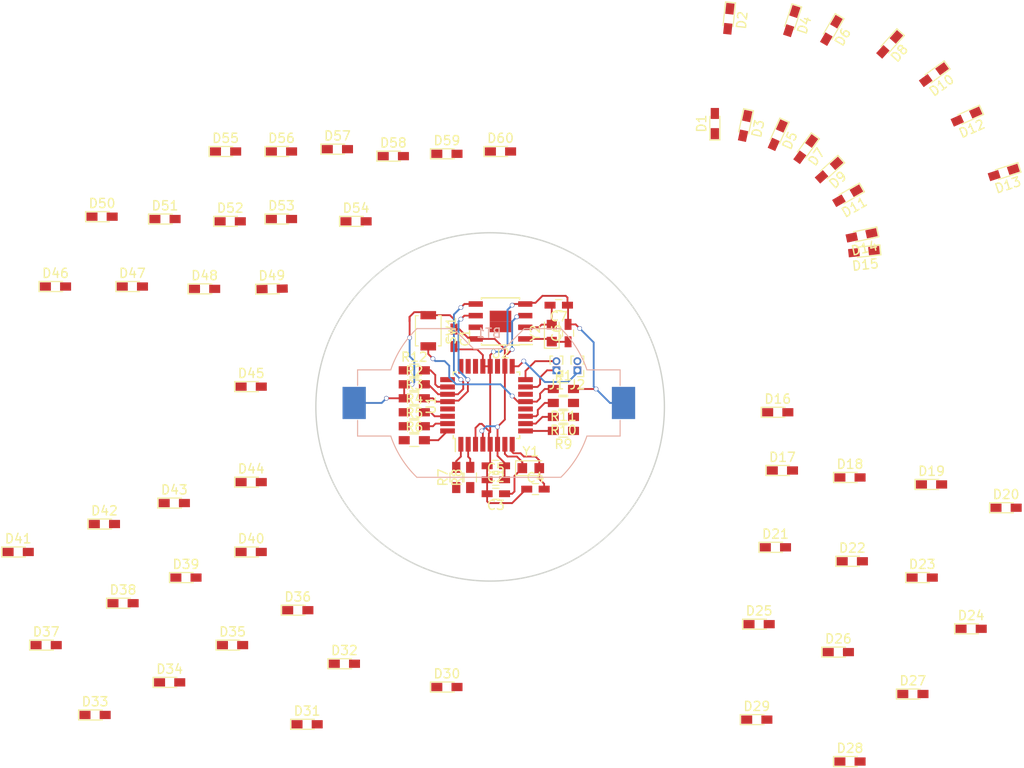
<source format=kicad_pcb>
(kicad_pcb (version 4) (host pcbnew 4.0.7)

  (general
    (links 170)
    (no_connects 120)
    (area 129.908999 80.416999 168.059001 118.567001)
    (thickness 1.6)
    (drawings 1)
    (tracks 225)
    (zones 0)
    (modules 87)
    (nets 31)
  )

  (page A4)
  (layers
    (0 F.Cu signal)
    (31 B.Cu signal)
    (32 B.Adhes user)
    (33 F.Adhes user)
    (34 B.Paste user)
    (35 F.Paste user)
    (36 B.SilkS user)
    (37 F.SilkS user)
    (38 B.Mask user)
    (39 F.Mask user)
    (40 Dwgs.User user)
    (41 Cmts.User user)
    (42 Eco1.User user)
    (43 Eco2.User user)
    (44 Edge.Cuts user)
    (45 Margin user)
    (46 B.CrtYd user)
    (47 F.CrtYd user)
    (48 B.Fab user)
    (49 F.Fab user)
  )

  (setup
    (last_trace_width 0.2)
    (trace_clearance 0.15)
    (zone_clearance 0.508)
    (zone_45_only no)
    (trace_min 0.2)
    (segment_width 0.2)
    (edge_width 0.15)
    (via_size 0.5)
    (via_drill 0.4)
    (via_min_size 0.4)
    (via_min_drill 0.3)
    (uvia_size 0.3)
    (uvia_drill 0.1)
    (uvias_allowed no)
    (uvia_min_size 0.2)
    (uvia_min_drill 0.1)
    (pcb_text_width 0.3)
    (pcb_text_size 1.5 1.5)
    (mod_edge_width 0.15)
    (mod_text_size 1 1)
    (mod_text_width 0.15)
    (pad_size 1.524 1.524)
    (pad_drill 0.762)
    (pad_to_mask_clearance 0.2)
    (aux_axis_origin 0 0)
    (visible_elements 7FFFFF9F)
    (pcbplotparams
      (layerselection 0x00030_80000001)
      (usegerberextensions false)
      (excludeedgelayer true)
      (linewidth 0.100000)
      (plotframeref false)
      (viasonmask false)
      (mode 1)
      (useauxorigin false)
      (hpglpennumber 1)
      (hpglpenspeed 20)
      (hpglpendiameter 15)
      (hpglpenoverlay 2)
      (psnegative false)
      (psa4output false)
      (plotreference true)
      (plotvalue true)
      (plotinvisibletext false)
      (padsonsilk false)
      (subtractmaskfromsilk false)
      (outputformat 1)
      (mirror false)
      (drillshape 1)
      (scaleselection 1)
      (outputdirectory ""))
  )

  (net 0 "")
  (net 1 GND)
  (net 2 "Net-(C6-Pad1)")
  (net 3 "Net-(C7-Pad2)")
  (net 4 "Net-(D1-Pad1)")
  (net 5 "Net-(D1-Pad2)")
  (net 6 "Net-(D10-Pad2)")
  (net 7 "Net-(D13-Pad2)")
  (net 8 "Net-(D11-Pad2)")
  (net 9 "Net-(D10-Pad1)")
  (net 10 "Net-(D12-Pad2)")
  (net 11 "Net-(D11-Pad1)")
  (net 12 "Net-(D12-Pad1)")
  (net 13 /MOSI)
  (net 14 /MISO)
  (net 15 /SCK)
  (net 16 "Net-(R2-Pad2)")
  (net 17 "Net-(R3-Pad2)")
  (net 18 "Net-(R4-Pad2)")
  (net 19 "Net-(R5-Pad2)")
  (net 20 "Net-(R6-Pad2)")
  (net 21 "Net-(R7-Pad2)")
  (net 22 "Net-(R8-Pad2)")
  (net 23 "Net-(R9-Pad2)")
  (net 24 "Net-(R10-Pad2)")
  (net 25 "Net-(R11-Pad2)")
  (net 26 "Net-(BT1-Pad1)")
  (net 27 "Net-(C3-Pad1)")
  (net 28 "Net-(C4-Pad2)")
  (net 29 "Net-(R1-Pad1)")
  (net 30 "Net-(R12-Pad2)")

  (net_class Default "This is the default net class."
    (clearance 0.15)
    (trace_width 0.2)
    (via_dia 0.5)
    (via_drill 0.4)
    (uvia_dia 0.3)
    (uvia_drill 0.1)
    (add_net /MISO)
    (add_net /MOSI)
    (add_net /SCK)
    (add_net GND)
    (add_net "Net-(BT1-Pad1)")
    (add_net "Net-(C3-Pad1)")
    (add_net "Net-(C4-Pad2)")
    (add_net "Net-(C6-Pad1)")
    (add_net "Net-(C7-Pad2)")
    (add_net "Net-(D1-Pad1)")
    (add_net "Net-(D1-Pad2)")
    (add_net "Net-(D10-Pad1)")
    (add_net "Net-(D10-Pad2)")
    (add_net "Net-(D11-Pad1)")
    (add_net "Net-(D11-Pad2)")
    (add_net "Net-(D12-Pad1)")
    (add_net "Net-(D12-Pad2)")
    (add_net "Net-(D13-Pad2)")
    (add_net "Net-(R1-Pad1)")
    (add_net "Net-(R10-Pad2)")
    (add_net "Net-(R11-Pad2)")
    (add_net "Net-(R12-Pad2)")
    (add_net "Net-(R2-Pad2)")
    (add_net "Net-(R3-Pad2)")
    (add_net "Net-(R4-Pad2)")
    (add_net "Net-(R5-Pad2)")
    (add_net "Net-(R6-Pad2)")
    (add_net "Net-(R7-Pad2)")
    (add_net "Net-(R8-Pad2)")
    (add_net "Net-(R9-Pad2)")
  )

  (module Housings_QFP:TQFP-32_7x7mm_Pitch0.8mm (layer F.Cu) (tedit 58CC9A48) (tstamp 5AE35F3B)
    (at 148.59 99.314 90)
    (descr "32-Lead Plastic Thin Quad Flatpack (PT) - 7x7x1.0 mm Body, 2.00 mm [TQFP] (see Microchip Packaging Specification 00000049BS.pdf)")
    (tags "QFP 0.8")
    (path /5AC13DB0)
    (attr smd)
    (fp_text reference U1 (at 0 -6.05 90) (layer F.SilkS)
      (effects (font (size 1 1) (thickness 0.15)))
    )
    (fp_text value ATMEGA328P-AU (at 0 6.05 90) (layer F.Fab)
      (effects (font (size 1 1) (thickness 0.15)))
    )
    (fp_text user %R (at 0 0 90) (layer F.Fab)
      (effects (font (size 1 1) (thickness 0.15)))
    )
    (fp_line (start -2.5 -3.5) (end 3.5 -3.5) (layer F.Fab) (width 0.15))
    (fp_line (start 3.5 -3.5) (end 3.5 3.5) (layer F.Fab) (width 0.15))
    (fp_line (start 3.5 3.5) (end -3.5 3.5) (layer F.Fab) (width 0.15))
    (fp_line (start -3.5 3.5) (end -3.5 -2.5) (layer F.Fab) (width 0.15))
    (fp_line (start -3.5 -2.5) (end -2.5 -3.5) (layer F.Fab) (width 0.15))
    (fp_line (start -5.3 -5.3) (end -5.3 5.3) (layer F.CrtYd) (width 0.05))
    (fp_line (start 5.3 -5.3) (end 5.3 5.3) (layer F.CrtYd) (width 0.05))
    (fp_line (start -5.3 -5.3) (end 5.3 -5.3) (layer F.CrtYd) (width 0.05))
    (fp_line (start -5.3 5.3) (end 5.3 5.3) (layer F.CrtYd) (width 0.05))
    (fp_line (start -3.625 -3.625) (end -3.625 -3.4) (layer F.SilkS) (width 0.15))
    (fp_line (start 3.625 -3.625) (end 3.625 -3.3) (layer F.SilkS) (width 0.15))
    (fp_line (start 3.625 3.625) (end 3.625 3.3) (layer F.SilkS) (width 0.15))
    (fp_line (start -3.625 3.625) (end -3.625 3.3) (layer F.SilkS) (width 0.15))
    (fp_line (start -3.625 -3.625) (end -3.3 -3.625) (layer F.SilkS) (width 0.15))
    (fp_line (start -3.625 3.625) (end -3.3 3.625) (layer F.SilkS) (width 0.15))
    (fp_line (start 3.625 3.625) (end 3.3 3.625) (layer F.SilkS) (width 0.15))
    (fp_line (start 3.625 -3.625) (end 3.3 -3.625) (layer F.SilkS) (width 0.15))
    (fp_line (start -3.625 -3.4) (end -5.05 -3.4) (layer F.SilkS) (width 0.15))
    (pad 1 smd rect (at -4.25 -2.8 90) (size 1.6 0.55) (layers F.Cu F.Paste F.Mask)
      (net 21 "Net-(R7-Pad2)"))
    (pad 2 smd rect (at -4.25 -2 90) (size 1.6 0.55) (layers F.Cu F.Paste F.Mask)
      (net 22 "Net-(R8-Pad2)"))
    (pad 3 smd rect (at -4.25 -1.2 90) (size 1.6 0.55) (layers F.Cu F.Paste F.Mask)
      (net 1 GND))
    (pad 4 smd rect (at -4.25 -0.4 90) (size 1.6 0.55) (layers F.Cu F.Paste F.Mask)
      (net 26 "Net-(BT1-Pad1)"))
    (pad 5 smd rect (at -4.25 0.4 90) (size 1.6 0.55) (layers F.Cu F.Paste F.Mask)
      (net 1 GND))
    (pad 6 smd rect (at -4.25 1.2 90) (size 1.6 0.55) (layers F.Cu F.Paste F.Mask)
      (net 26 "Net-(BT1-Pad1)"))
    (pad 7 smd rect (at -4.25 2 90) (size 1.6 0.55) (layers F.Cu F.Paste F.Mask)
      (net 27 "Net-(C3-Pad1)"))
    (pad 8 smd rect (at -4.25 2.8 90) (size 1.6 0.55) (layers F.Cu F.Paste F.Mask)
      (net 28 "Net-(C4-Pad2)"))
    (pad 9 smd rect (at -2.8 4.25 180) (size 1.6 0.55) (layers F.Cu F.Paste F.Mask)
      (net 23 "Net-(R9-Pad2)"))
    (pad 10 smd rect (at -2 4.25 180) (size 1.6 0.55) (layers F.Cu F.Paste F.Mask)
      (net 24 "Net-(R10-Pad2)"))
    (pad 11 smd rect (at -1.2 4.25 180) (size 1.6 0.55) (layers F.Cu F.Paste F.Mask)
      (net 25 "Net-(R11-Pad2)"))
    (pad 12 smd rect (at -0.4 4.25 180) (size 1.6 0.55) (layers F.Cu F.Paste F.Mask))
    (pad 13 smd rect (at 0.4 4.25 180) (size 1.6 0.55) (layers F.Cu F.Paste F.Mask)
      (net 29 "Net-(R1-Pad1)"))
    (pad 14 smd rect (at 1.2 4.25 180) (size 1.6 0.55) (layers F.Cu F.Paste F.Mask))
    (pad 15 smd rect (at 2 4.25 180) (size 1.6 0.55) (layers F.Cu F.Paste F.Mask)
      (net 13 /MOSI))
    (pad 16 smd rect (at 2.8 4.25 180) (size 1.6 0.55) (layers F.Cu F.Paste F.Mask)
      (net 14 /MISO))
    (pad 17 smd rect (at 4.25 2.8 90) (size 1.6 0.55) (layers F.Cu F.Paste F.Mask)
      (net 15 /SCK))
    (pad 18 smd rect (at 4.25 2 90) (size 1.6 0.55) (layers F.Cu F.Paste F.Mask)
      (net 26 "Net-(BT1-Pad1)"))
    (pad 19 smd rect (at 4.25 1.2 90) (size 1.6 0.55) (layers F.Cu F.Paste F.Mask))
    (pad 20 smd rect (at 4.25 0.4 90) (size 1.6 0.55) (layers F.Cu F.Paste F.Mask)
      (net 1 GND))
    (pad 21 smd rect (at 4.25 -0.4 90) (size 1.6 0.55) (layers F.Cu F.Paste F.Mask)
      (net 1 GND))
    (pad 22 smd rect (at 4.25 -1.2 90) (size 1.6 0.55) (layers F.Cu F.Paste F.Mask))
    (pad 23 smd rect (at 4.25 -2 90) (size 1.6 0.55) (layers F.Cu F.Paste F.Mask))
    (pad 24 smd rect (at 4.25 -2.8 90) (size 1.6 0.55) (layers F.Cu F.Paste F.Mask))
    (pad 25 smd rect (at 2.8 -4.25 180) (size 1.6 0.55) (layers F.Cu F.Paste F.Mask))
    (pad 26 smd rect (at 2 -4.25 180) (size 1.6 0.55) (layers F.Cu F.Paste F.Mask)
      (net 30 "Net-(R12-Pad2)"))
    (pad 27 smd rect (at 1.2 -4.25 180) (size 1.6 0.55) (layers F.Cu F.Paste F.Mask)
      (net 16 "Net-(R2-Pad2)"))
    (pad 28 smd rect (at 0.4 -4.25 180) (size 1.6 0.55) (layers F.Cu F.Paste F.Mask)
      (net 17 "Net-(R3-Pad2)"))
    (pad 29 smd rect (at -0.4 -4.25 180) (size 1.6 0.55) (layers F.Cu F.Paste F.Mask))
    (pad 30 smd rect (at -1.2 -4.25 180) (size 1.6 0.55) (layers F.Cu F.Paste F.Mask)
      (net 18 "Net-(R4-Pad2)"))
    (pad 31 smd rect (at -2 -4.25 180) (size 1.6 0.55) (layers F.Cu F.Paste F.Mask)
      (net 19 "Net-(R5-Pad2)"))
    (pad 32 smd rect (at -2.8 -4.25 180) (size 1.6 0.55) (layers F.Cu F.Paste F.Mask)
      (net 20 "Net-(R6-Pad2)"))
    (model ${KISYS3DMOD}/Housings_QFP.3dshapes/TQFP-32_7x7mm_Pitch0.8mm.wrl
      (at (xyz 0 0 0))
      (scale (xyz 1 1 1))
      (rotate (xyz 0 0 0))
    )
  )

  (module Capacitors_SMD:C_0603_HandSoldering (layer F.Cu) (tedit 58AA848B) (tstamp 5AE35CC1)
    (at 145.034 91.948 270)
    (descr "Capacitor SMD 0603, hand soldering")
    (tags "capacitor 0603")
    (path /5AC14315)
    (attr smd)
    (fp_text reference C1 (at 0 -1.25 270) (layer F.SilkS)
      (effects (font (size 1 1) (thickness 0.15)))
    )
    (fp_text value 100nF (at 0 1.5 270) (layer F.Fab)
      (effects (font (size 1 1) (thickness 0.15)))
    )
    (fp_text user %R (at 0 -1.25 270) (layer F.Fab)
      (effects (font (size 1 1) (thickness 0.15)))
    )
    (fp_line (start -0.8 0.4) (end -0.8 -0.4) (layer F.Fab) (width 0.1))
    (fp_line (start 0.8 0.4) (end -0.8 0.4) (layer F.Fab) (width 0.1))
    (fp_line (start 0.8 -0.4) (end 0.8 0.4) (layer F.Fab) (width 0.1))
    (fp_line (start -0.8 -0.4) (end 0.8 -0.4) (layer F.Fab) (width 0.1))
    (fp_line (start -0.35 -0.6) (end 0.35 -0.6) (layer F.SilkS) (width 0.12))
    (fp_line (start 0.35 0.6) (end -0.35 0.6) (layer F.SilkS) (width 0.12))
    (fp_line (start -1.8 -0.65) (end 1.8 -0.65) (layer F.CrtYd) (width 0.05))
    (fp_line (start -1.8 -0.65) (end -1.8 0.65) (layer F.CrtYd) (width 0.05))
    (fp_line (start 1.8 0.65) (end 1.8 -0.65) (layer F.CrtYd) (width 0.05))
    (fp_line (start 1.8 0.65) (end -1.8 0.65) (layer F.CrtYd) (width 0.05))
    (pad 1 smd rect (at -0.95 0 270) (size 1.2 0.75) (layers F.Cu F.Paste F.Mask)
      (net 26 "Net-(BT1-Pad1)"))
    (pad 2 smd rect (at 0.95 0 270) (size 1.2 0.75) (layers F.Cu F.Paste F.Mask)
      (net 1 GND))
    (model Capacitors_SMD.3dshapes/C_0603.wrl
      (at (xyz 0 0 0))
      (scale (xyz 1 1 1))
      (rotate (xyz 0 0 0))
    )
  )

  (module Capacitors_SMD:C_0603_HandSoldering (layer F.Cu) (tedit 58AA848B) (tstamp 5AE35CC7)
    (at 149.606 105.918 180)
    (descr "Capacitor SMD 0603, hand soldering")
    (tags "capacitor 0603")
    (path /5AC1429C)
    (attr smd)
    (fp_text reference C2 (at 0 -1.25 180) (layer F.SilkS)
      (effects (font (size 1 1) (thickness 0.15)))
    )
    (fp_text value 100nF (at 0 1.5 180) (layer F.Fab)
      (effects (font (size 1 1) (thickness 0.15)))
    )
    (fp_text user %R (at 0 -1.25 180) (layer F.Fab)
      (effects (font (size 1 1) (thickness 0.15)))
    )
    (fp_line (start -0.8 0.4) (end -0.8 -0.4) (layer F.Fab) (width 0.1))
    (fp_line (start 0.8 0.4) (end -0.8 0.4) (layer F.Fab) (width 0.1))
    (fp_line (start 0.8 -0.4) (end 0.8 0.4) (layer F.Fab) (width 0.1))
    (fp_line (start -0.8 -0.4) (end 0.8 -0.4) (layer F.Fab) (width 0.1))
    (fp_line (start -0.35 -0.6) (end 0.35 -0.6) (layer F.SilkS) (width 0.12))
    (fp_line (start 0.35 0.6) (end -0.35 0.6) (layer F.SilkS) (width 0.12))
    (fp_line (start -1.8 -0.65) (end 1.8 -0.65) (layer F.CrtYd) (width 0.05))
    (fp_line (start -1.8 -0.65) (end -1.8 0.65) (layer F.CrtYd) (width 0.05))
    (fp_line (start 1.8 0.65) (end 1.8 -0.65) (layer F.CrtYd) (width 0.05))
    (fp_line (start 1.8 0.65) (end -1.8 0.65) (layer F.CrtYd) (width 0.05))
    (pad 1 smd rect (at -0.95 0 180) (size 1.2 0.75) (layers F.Cu F.Paste F.Mask)
      (net 26 "Net-(BT1-Pad1)"))
    (pad 2 smd rect (at 0.95 0 180) (size 1.2 0.75) (layers F.Cu F.Paste F.Mask)
      (net 1 GND))
    (model Capacitors_SMD.3dshapes/C_0603.wrl
      (at (xyz 0 0 0))
      (scale (xyz 1 1 1))
      (rotate (xyz 0 0 0))
    )
  )

  (module Capacitors_SMD:C_0603_HandSoldering (layer F.Cu) (tedit 58AA848B) (tstamp 5AE35CD3)
    (at 153.924 108.458)
    (descr "Capacitor SMD 0603, hand soldering")
    (tags "capacitor 0603")
    (path /5AC14C92)
    (attr smd)
    (fp_text reference C4 (at 0 -1.25) (layer F.SilkS)
      (effects (font (size 1 1) (thickness 0.15)))
    )
    (fp_text value C-trim (at 0 1.5) (layer F.Fab)
      (effects (font (size 1 1) (thickness 0.15)))
    )
    (fp_text user %R (at 0 -1.25) (layer F.Fab)
      (effects (font (size 1 1) (thickness 0.15)))
    )
    (fp_line (start -0.8 0.4) (end -0.8 -0.4) (layer F.Fab) (width 0.1))
    (fp_line (start 0.8 0.4) (end -0.8 0.4) (layer F.Fab) (width 0.1))
    (fp_line (start 0.8 -0.4) (end 0.8 0.4) (layer F.Fab) (width 0.1))
    (fp_line (start -0.8 -0.4) (end 0.8 -0.4) (layer F.Fab) (width 0.1))
    (fp_line (start -0.35 -0.6) (end 0.35 -0.6) (layer F.SilkS) (width 0.12))
    (fp_line (start 0.35 0.6) (end -0.35 0.6) (layer F.SilkS) (width 0.12))
    (fp_line (start -1.8 -0.65) (end 1.8 -0.65) (layer F.CrtYd) (width 0.05))
    (fp_line (start -1.8 -0.65) (end -1.8 0.65) (layer F.CrtYd) (width 0.05))
    (fp_line (start 1.8 0.65) (end 1.8 -0.65) (layer F.CrtYd) (width 0.05))
    (fp_line (start 1.8 0.65) (end -1.8 0.65) (layer F.CrtYd) (width 0.05))
    (pad 1 smd rect (at -0.95 0) (size 1.2 0.75) (layers F.Cu F.Paste F.Mask)
      (net 1 GND))
    (pad 2 smd rect (at 0.95 0) (size 1.2 0.75) (layers F.Cu F.Paste F.Mask)
      (net 28 "Net-(C4-Pad2)"))
    (model Capacitors_SMD.3dshapes/C_0603.wrl
      (at (xyz 0 0 0))
      (scale (xyz 1 1 1))
      (rotate (xyz 0 0 0))
    )
  )

  (module Capacitors_SMD:C_0603_HandSoldering (layer F.Cu) (tedit 58AA848B) (tstamp 5AE35CD9)
    (at 149.606 107.442)
    (descr "Capacitor SMD 0603, hand soldering")
    (tags "capacitor 0603")
    (path /5AC36C0A)
    (attr smd)
    (fp_text reference C5 (at 0 -1.25) (layer F.SilkS)
      (effects (font (size 1 1) (thickness 0.15)))
    )
    (fp_text value C-decoup (at 0 1.5) (layer F.Fab)
      (effects (font (size 1 1) (thickness 0.15)))
    )
    (fp_text user %R (at 0 -1.25) (layer F.Fab)
      (effects (font (size 1 1) (thickness 0.15)))
    )
    (fp_line (start -0.8 0.4) (end -0.8 -0.4) (layer F.Fab) (width 0.1))
    (fp_line (start 0.8 0.4) (end -0.8 0.4) (layer F.Fab) (width 0.1))
    (fp_line (start 0.8 -0.4) (end 0.8 0.4) (layer F.Fab) (width 0.1))
    (fp_line (start -0.8 -0.4) (end 0.8 -0.4) (layer F.Fab) (width 0.1))
    (fp_line (start -0.35 -0.6) (end 0.35 -0.6) (layer F.SilkS) (width 0.12))
    (fp_line (start 0.35 0.6) (end -0.35 0.6) (layer F.SilkS) (width 0.12))
    (fp_line (start -1.8 -0.65) (end 1.8 -0.65) (layer F.CrtYd) (width 0.05))
    (fp_line (start -1.8 -0.65) (end -1.8 0.65) (layer F.CrtYd) (width 0.05))
    (fp_line (start 1.8 0.65) (end 1.8 -0.65) (layer F.CrtYd) (width 0.05))
    (fp_line (start 1.8 0.65) (end -1.8 0.65) (layer F.CrtYd) (width 0.05))
    (pad 1 smd rect (at -0.95 0) (size 1.2 0.75) (layers F.Cu F.Paste F.Mask)
      (net 1 GND))
    (pad 2 smd rect (at 0.95 0) (size 1.2 0.75) (layers F.Cu F.Paste F.Mask)
      (net 26 "Net-(BT1-Pad1)"))
    (model Capacitors_SMD.3dshapes/C_0603.wrl
      (at (xyz 0 0 0))
      (scale (xyz 1 1 1))
      (rotate (xyz 0 0 0))
    )
  )

  (module Capacitors_SMD:C_0603_HandSoldering (layer F.Cu) (tedit 58AA848B) (tstamp 5AE35CDF)
    (at 157.48 91.44 90)
    (descr "Capacitor SMD 0603, hand soldering")
    (tags "capacitor 0603")
    (path /5AC320C1)
    (attr smd)
    (fp_text reference C6 (at 0 -1.25 90) (layer F.SilkS)
      (effects (font (size 1 1) (thickness 0.15)))
    )
    (fp_text value C-trim (at 0 1.5 90) (layer F.Fab)
      (effects (font (size 1 1) (thickness 0.15)))
    )
    (fp_text user %R (at 0 -1.25 90) (layer F.Fab)
      (effects (font (size 1 1) (thickness 0.15)))
    )
    (fp_line (start -0.8 0.4) (end -0.8 -0.4) (layer F.Fab) (width 0.1))
    (fp_line (start 0.8 0.4) (end -0.8 0.4) (layer F.Fab) (width 0.1))
    (fp_line (start 0.8 -0.4) (end 0.8 0.4) (layer F.Fab) (width 0.1))
    (fp_line (start -0.8 -0.4) (end 0.8 -0.4) (layer F.Fab) (width 0.1))
    (fp_line (start -0.35 -0.6) (end 0.35 -0.6) (layer F.SilkS) (width 0.12))
    (fp_line (start 0.35 0.6) (end -0.35 0.6) (layer F.SilkS) (width 0.12))
    (fp_line (start -1.8 -0.65) (end 1.8 -0.65) (layer F.CrtYd) (width 0.05))
    (fp_line (start -1.8 -0.65) (end -1.8 0.65) (layer F.CrtYd) (width 0.05))
    (fp_line (start 1.8 0.65) (end 1.8 -0.65) (layer F.CrtYd) (width 0.05))
    (fp_line (start 1.8 0.65) (end -1.8 0.65) (layer F.CrtYd) (width 0.05))
    (pad 1 smd rect (at -0.95 0 90) (size 1.2 0.75) (layers F.Cu F.Paste F.Mask)
      (net 2 "Net-(C6-Pad1)"))
    (pad 2 smd rect (at 0.95 0 90) (size 1.2 0.75) (layers F.Cu F.Paste F.Mask)
      (net 1 GND))
    (model Capacitors_SMD.3dshapes/C_0603.wrl
      (at (xyz 0 0 0))
      (scale (xyz 1 1 1))
      (rotate (xyz 0 0 0))
    )
  )

  (module Capacitors_SMD:C_0603_HandSoldering (layer F.Cu) (tedit 58AA848B) (tstamp 5AE35CE5)
    (at 156.464 88.392 180)
    (descr "Capacitor SMD 0603, hand soldering")
    (tags "capacitor 0603")
    (path /5AC32154)
    (attr smd)
    (fp_text reference C7 (at 0 -1.25 180) (layer F.SilkS)
      (effects (font (size 1 1) (thickness 0.15)))
    )
    (fp_text value C-trim (at 0 1.5 180) (layer F.Fab)
      (effects (font (size 1 1) (thickness 0.15)))
    )
    (fp_text user %R (at 0 -1.25 180) (layer F.Fab)
      (effects (font (size 1 1) (thickness 0.15)))
    )
    (fp_line (start -0.8 0.4) (end -0.8 -0.4) (layer F.Fab) (width 0.1))
    (fp_line (start 0.8 0.4) (end -0.8 0.4) (layer F.Fab) (width 0.1))
    (fp_line (start 0.8 -0.4) (end 0.8 0.4) (layer F.Fab) (width 0.1))
    (fp_line (start -0.8 -0.4) (end 0.8 -0.4) (layer F.Fab) (width 0.1))
    (fp_line (start -0.35 -0.6) (end 0.35 -0.6) (layer F.SilkS) (width 0.12))
    (fp_line (start 0.35 0.6) (end -0.35 0.6) (layer F.SilkS) (width 0.12))
    (fp_line (start -1.8 -0.65) (end 1.8 -0.65) (layer F.CrtYd) (width 0.05))
    (fp_line (start -1.8 -0.65) (end -1.8 0.65) (layer F.CrtYd) (width 0.05))
    (fp_line (start 1.8 0.65) (end 1.8 -0.65) (layer F.CrtYd) (width 0.05))
    (fp_line (start 1.8 0.65) (end -1.8 0.65) (layer F.CrtYd) (width 0.05))
    (pad 1 smd rect (at -0.95 0 180) (size 1.2 0.75) (layers F.Cu F.Paste F.Mask)
      (net 1 GND))
    (pad 2 smd rect (at 0.95 0 180) (size 1.2 0.75) (layers F.Cu F.Paste F.Mask)
      (net 3 "Net-(C7-Pad2)"))
    (model Capacitors_SMD.3dshapes/C_0603.wrl
      (at (xyz 0 0 0))
      (scale (xyz 1 1 1))
      (rotate (xyz 0 0 0))
    )
  )

  (module LEDs:LED_0603_HandSoldering (layer F.Cu) (tedit 595FC9C0) (tstamp 5AE35CFD)
    (at 173.482 68.58 90)
    (descr "LED SMD 0603, hand soldering")
    (tags "LED 0603")
    (path /5AC253AD)
    (attr smd)
    (fp_text reference D1 (at 0 -1.45 90) (layer F.SilkS)
      (effects (font (size 1 1) (thickness 0.15)))
    )
    (fp_text value LED (at 0 1.55 90) (layer F.Fab)
      (effects (font (size 1 1) (thickness 0.15)))
    )
    (fp_line (start -1.8 -0.55) (end -1.8 0.55) (layer F.SilkS) (width 0.12))
    (fp_line (start -0.2 -0.2) (end -0.2 0.2) (layer F.Fab) (width 0.1))
    (fp_line (start -0.15 0) (end 0.15 -0.2) (layer F.Fab) (width 0.1))
    (fp_line (start 0.15 0.2) (end -0.15 0) (layer F.Fab) (width 0.1))
    (fp_line (start 0.15 -0.2) (end 0.15 0.2) (layer F.Fab) (width 0.1))
    (fp_line (start 0.8 0.4) (end -0.8 0.4) (layer F.Fab) (width 0.1))
    (fp_line (start 0.8 -0.4) (end 0.8 0.4) (layer F.Fab) (width 0.1))
    (fp_line (start -0.8 -0.4) (end 0.8 -0.4) (layer F.Fab) (width 0.1))
    (fp_line (start -1.8 0.55) (end 0.8 0.55) (layer F.SilkS) (width 0.12))
    (fp_line (start -1.8 -0.55) (end 0.8 -0.55) (layer F.SilkS) (width 0.12))
    (fp_line (start -1.96 -0.7) (end 1.95 -0.7) (layer F.CrtYd) (width 0.05))
    (fp_line (start -1.96 -0.7) (end -1.96 0.7) (layer F.CrtYd) (width 0.05))
    (fp_line (start 1.95 0.7) (end 1.95 -0.7) (layer F.CrtYd) (width 0.05))
    (fp_line (start 1.95 0.7) (end -1.96 0.7) (layer F.CrtYd) (width 0.05))
    (fp_line (start -0.8 -0.4) (end -0.8 0.4) (layer F.Fab) (width 0.1))
    (pad 1 smd rect (at -1.1 0 90) (size 1.2 0.9) (layers F.Cu F.Paste F.Mask)
      (net 4 "Net-(D1-Pad1)"))
    (pad 2 smd rect (at 1.1 0 90) (size 1.2 0.9) (layers F.Cu F.Paste F.Mask)
      (net 5 "Net-(D1-Pad2)"))
    (model ${KISYS3DMOD}/LEDs.3dshapes/LED_0603.wrl
      (at (xyz 0 0 0))
      (scale (xyz 1 1 1))
      (rotate (xyz 0 0 180))
    )
  )

  (module LEDs:LED_0603_HandSoldering (layer F.Cu) (tedit 595FC9C0) (tstamp 5AE35D03)
    (at 175.006 57.15 264)
    (descr "LED SMD 0603, hand soldering")
    (tags "LED 0603")
    (path /5AC82E5F)
    (attr smd)
    (fp_text reference D2 (at 0 -1.45 264) (layer F.SilkS)
      (effects (font (size 1 1) (thickness 0.15)))
    )
    (fp_text value LED (at 0 1.55 264) (layer F.Fab)
      (effects (font (size 1 1) (thickness 0.15)))
    )
    (fp_line (start -1.8 -0.55) (end -1.8 0.55) (layer F.SilkS) (width 0.12))
    (fp_line (start -0.2 -0.2) (end -0.2 0.2) (layer F.Fab) (width 0.1))
    (fp_line (start -0.15 0) (end 0.15 -0.2) (layer F.Fab) (width 0.1))
    (fp_line (start 0.15 0.2) (end -0.15 0) (layer F.Fab) (width 0.1))
    (fp_line (start 0.15 -0.2) (end 0.15 0.2) (layer F.Fab) (width 0.1))
    (fp_line (start 0.8 0.4) (end -0.8 0.4) (layer F.Fab) (width 0.1))
    (fp_line (start 0.8 -0.4) (end 0.8 0.4) (layer F.Fab) (width 0.1))
    (fp_line (start -0.8 -0.4) (end 0.8 -0.4) (layer F.Fab) (width 0.1))
    (fp_line (start -1.8 0.55) (end 0.8 0.55) (layer F.SilkS) (width 0.12))
    (fp_line (start -1.8 -0.55) (end 0.8 -0.55) (layer F.SilkS) (width 0.12))
    (fp_line (start -1.96 -0.7) (end 1.95 -0.7) (layer F.CrtYd) (width 0.05))
    (fp_line (start -1.96 -0.7) (end -1.96 0.7) (layer F.CrtYd) (width 0.05))
    (fp_line (start 1.95 0.7) (end 1.95 -0.7) (layer F.CrtYd) (width 0.05))
    (fp_line (start 1.95 0.7) (end -1.96 0.7) (layer F.CrtYd) (width 0.05))
    (fp_line (start -0.8 -0.4) (end -0.8 0.4) (layer F.Fab) (width 0.1))
    (pad 1 smd rect (at -1.1 0 264) (size 1.2 0.9) (layers F.Cu F.Paste F.Mask)
      (net 6 "Net-(D10-Pad2)"))
    (pad 2 smd rect (at 1.1 0 264) (size 1.2 0.9) (layers F.Cu F.Paste F.Mask)
      (net 7 "Net-(D13-Pad2)"))
    (model ${KISYS3DMOD}/LEDs.3dshapes/LED_0603.wrl
      (at (xyz 0 0 0))
      (scale (xyz 1 1 1))
      (rotate (xyz 0 0 180))
    )
  )

  (module LEDs:LED_0603_HandSoldering (layer F.Cu) (tedit 595FC9C0) (tstamp 5AE35D09)
    (at 176.784 68.834 258)
    (descr "LED SMD 0603, hand soldering")
    (tags "LED 0603")
    (path /5AC8301D)
    (attr smd)
    (fp_text reference D3 (at 0 -1.45 258) (layer F.SilkS)
      (effects (font (size 1 1) (thickness 0.15)))
    )
    (fp_text value LED (at 0 1.55 258) (layer F.Fab)
      (effects (font (size 1 1) (thickness 0.15)))
    )
    (fp_line (start -1.8 -0.55) (end -1.8 0.55) (layer F.SilkS) (width 0.12))
    (fp_line (start -0.2 -0.2) (end -0.2 0.2) (layer F.Fab) (width 0.1))
    (fp_line (start -0.15 0) (end 0.15 -0.2) (layer F.Fab) (width 0.1))
    (fp_line (start 0.15 0.2) (end -0.15 0) (layer F.Fab) (width 0.1))
    (fp_line (start 0.15 -0.2) (end 0.15 0.2) (layer F.Fab) (width 0.1))
    (fp_line (start 0.8 0.4) (end -0.8 0.4) (layer F.Fab) (width 0.1))
    (fp_line (start 0.8 -0.4) (end 0.8 0.4) (layer F.Fab) (width 0.1))
    (fp_line (start -0.8 -0.4) (end 0.8 -0.4) (layer F.Fab) (width 0.1))
    (fp_line (start -1.8 0.55) (end 0.8 0.55) (layer F.SilkS) (width 0.12))
    (fp_line (start -1.8 -0.55) (end 0.8 -0.55) (layer F.SilkS) (width 0.12))
    (fp_line (start -1.96 -0.7) (end 1.95 -0.7) (layer F.CrtYd) (width 0.05))
    (fp_line (start -1.96 -0.7) (end -1.96 0.7) (layer F.CrtYd) (width 0.05))
    (fp_line (start 1.95 0.7) (end 1.95 -0.7) (layer F.CrtYd) (width 0.05))
    (fp_line (start 1.95 0.7) (end -1.96 0.7) (layer F.CrtYd) (width 0.05))
    (fp_line (start -0.8 -0.4) (end -0.8 0.4) (layer F.Fab) (width 0.1))
    (pad 1 smd rect (at -1.1 0 258) (size 1.2 0.9) (layers F.Cu F.Paste F.Mask)
      (net 8 "Net-(D11-Pad2)"))
    (pad 2 smd rect (at 1.1 0 258) (size 1.2 0.9) (layers F.Cu F.Paste F.Mask)
      (net 9 "Net-(D10-Pad1)"))
    (model ${KISYS3DMOD}/LEDs.3dshapes/LED_0603.wrl
      (at (xyz 0 0 0))
      (scale (xyz 1 1 1))
      (rotate (xyz 0 0 180))
    )
  )

  (module LEDs:LED_0603_HandSoldering (layer F.Cu) (tedit 595FC9C0) (tstamp 5AE35D0F)
    (at 181.864 57.404 252)
    (descr "LED SMD 0603, hand soldering")
    (tags "LED 0603")
    (path /5AC83146)
    (attr smd)
    (fp_text reference D4 (at 0 -1.45 252) (layer F.SilkS)
      (effects (font (size 1 1) (thickness 0.15)))
    )
    (fp_text value LED (at 0 1.55 252) (layer F.Fab)
      (effects (font (size 1 1) (thickness 0.15)))
    )
    (fp_line (start -1.8 -0.55) (end -1.8 0.55) (layer F.SilkS) (width 0.12))
    (fp_line (start -0.2 -0.2) (end -0.2 0.2) (layer F.Fab) (width 0.1))
    (fp_line (start -0.15 0) (end 0.15 -0.2) (layer F.Fab) (width 0.1))
    (fp_line (start 0.15 0.2) (end -0.15 0) (layer F.Fab) (width 0.1))
    (fp_line (start 0.15 -0.2) (end 0.15 0.2) (layer F.Fab) (width 0.1))
    (fp_line (start 0.8 0.4) (end -0.8 0.4) (layer F.Fab) (width 0.1))
    (fp_line (start 0.8 -0.4) (end 0.8 0.4) (layer F.Fab) (width 0.1))
    (fp_line (start -0.8 -0.4) (end 0.8 -0.4) (layer F.Fab) (width 0.1))
    (fp_line (start -1.8 0.55) (end 0.8 0.55) (layer F.SilkS) (width 0.12))
    (fp_line (start -1.8 -0.55) (end 0.8 -0.55) (layer F.SilkS) (width 0.12))
    (fp_line (start -1.96 -0.7) (end 1.95 -0.7) (layer F.CrtYd) (width 0.05))
    (fp_line (start -1.96 -0.7) (end -1.96 0.7) (layer F.CrtYd) (width 0.05))
    (fp_line (start 1.95 0.7) (end 1.95 -0.7) (layer F.CrtYd) (width 0.05))
    (fp_line (start 1.95 0.7) (end -1.96 0.7) (layer F.CrtYd) (width 0.05))
    (fp_line (start -0.8 -0.4) (end -0.8 0.4) (layer F.Fab) (width 0.1))
    (pad 1 smd rect (at -1.1 0 252) (size 1.2 0.9) (layers F.Cu F.Paste F.Mask)
      (net 10 "Net-(D12-Pad2)"))
    (pad 2 smd rect (at 1.1 0 252) (size 1.2 0.9) (layers F.Cu F.Paste F.Mask)
      (net 11 "Net-(D11-Pad1)"))
    (model ${KISYS3DMOD}/LEDs.3dshapes/LED_0603.wrl
      (at (xyz 0 0 0))
      (scale (xyz 1 1 1))
      (rotate (xyz 0 0 180))
    )
  )

  (module LEDs:LED_0603_HandSoldering (layer F.Cu) (tedit 595FC9C0) (tstamp 5AE35D15)
    (at 180.34 69.85 246)
    (descr "LED SMD 0603, hand soldering")
    (tags "LED 0603")
    (path /5AC253B4)
    (attr smd)
    (fp_text reference D5 (at 0 -1.45 246) (layer F.SilkS)
      (effects (font (size 1 1) (thickness 0.15)))
    )
    (fp_text value LED (at 0 1.55 246) (layer F.Fab)
      (effects (font (size 1 1) (thickness 0.15)))
    )
    (fp_line (start -1.8 -0.55) (end -1.8 0.55) (layer F.SilkS) (width 0.12))
    (fp_line (start -0.2 -0.2) (end -0.2 0.2) (layer F.Fab) (width 0.1))
    (fp_line (start -0.15 0) (end 0.15 -0.2) (layer F.Fab) (width 0.1))
    (fp_line (start 0.15 0.2) (end -0.15 0) (layer F.Fab) (width 0.1))
    (fp_line (start 0.15 -0.2) (end 0.15 0.2) (layer F.Fab) (width 0.1))
    (fp_line (start 0.8 0.4) (end -0.8 0.4) (layer F.Fab) (width 0.1))
    (fp_line (start 0.8 -0.4) (end 0.8 0.4) (layer F.Fab) (width 0.1))
    (fp_line (start -0.8 -0.4) (end 0.8 -0.4) (layer F.Fab) (width 0.1))
    (fp_line (start -1.8 0.55) (end 0.8 0.55) (layer F.SilkS) (width 0.12))
    (fp_line (start -1.8 -0.55) (end 0.8 -0.55) (layer F.SilkS) (width 0.12))
    (fp_line (start -1.96 -0.7) (end 1.95 -0.7) (layer F.CrtYd) (width 0.05))
    (fp_line (start -1.96 -0.7) (end -1.96 0.7) (layer F.CrtYd) (width 0.05))
    (fp_line (start 1.95 0.7) (end 1.95 -0.7) (layer F.CrtYd) (width 0.05))
    (fp_line (start 1.95 0.7) (end -1.96 0.7) (layer F.CrtYd) (width 0.05))
    (fp_line (start -0.8 -0.4) (end -0.8 0.4) (layer F.Fab) (width 0.1))
    (pad 1 smd rect (at -1.1 0 246) (size 1.2 0.9) (layers F.Cu F.Paste F.Mask)
      (net 5 "Net-(D1-Pad2)"))
    (pad 2 smd rect (at 1.1 0 246) (size 1.2 0.9) (layers F.Cu F.Paste F.Mask)
      (net 4 "Net-(D1-Pad1)"))
    (model ${KISYS3DMOD}/LEDs.3dshapes/LED_0603.wrl
      (at (xyz 0 0 0))
      (scale (xyz 1 1 1))
      (rotate (xyz 0 0 180))
    )
  )

  (module LEDs:LED_0603_HandSoldering (layer F.Cu) (tedit 595FC9C0) (tstamp 5AE35D1B)
    (at 186.182 58.42 240)
    (descr "LED SMD 0603, hand soldering")
    (tags "LED 0603")
    (path /5AC82E66)
    (attr smd)
    (fp_text reference D6 (at 0 -1.45 240) (layer F.SilkS)
      (effects (font (size 1 1) (thickness 0.15)))
    )
    (fp_text value LED (at 0 1.55 240) (layer F.Fab)
      (effects (font (size 1 1) (thickness 0.15)))
    )
    (fp_line (start -1.8 -0.55) (end -1.8 0.55) (layer F.SilkS) (width 0.12))
    (fp_line (start -0.2 -0.2) (end -0.2 0.2) (layer F.Fab) (width 0.1))
    (fp_line (start -0.15 0) (end 0.15 -0.2) (layer F.Fab) (width 0.1))
    (fp_line (start 0.15 0.2) (end -0.15 0) (layer F.Fab) (width 0.1))
    (fp_line (start 0.15 -0.2) (end 0.15 0.2) (layer F.Fab) (width 0.1))
    (fp_line (start 0.8 0.4) (end -0.8 0.4) (layer F.Fab) (width 0.1))
    (fp_line (start 0.8 -0.4) (end 0.8 0.4) (layer F.Fab) (width 0.1))
    (fp_line (start -0.8 -0.4) (end 0.8 -0.4) (layer F.Fab) (width 0.1))
    (fp_line (start -1.8 0.55) (end 0.8 0.55) (layer F.SilkS) (width 0.12))
    (fp_line (start -1.8 -0.55) (end 0.8 -0.55) (layer F.SilkS) (width 0.12))
    (fp_line (start -1.96 -0.7) (end 1.95 -0.7) (layer F.CrtYd) (width 0.05))
    (fp_line (start -1.96 -0.7) (end -1.96 0.7) (layer F.CrtYd) (width 0.05))
    (fp_line (start 1.95 0.7) (end 1.95 -0.7) (layer F.CrtYd) (width 0.05))
    (fp_line (start 1.95 0.7) (end -1.96 0.7) (layer F.CrtYd) (width 0.05))
    (fp_line (start -0.8 -0.4) (end -0.8 0.4) (layer F.Fab) (width 0.1))
    (pad 1 smd rect (at -1.1 0 240) (size 1.2 0.9) (layers F.Cu F.Paste F.Mask)
      (net 7 "Net-(D13-Pad2)"))
    (pad 2 smd rect (at 1.1 0 240) (size 1.2 0.9) (layers F.Cu F.Paste F.Mask)
      (net 6 "Net-(D10-Pad2)"))
    (model ${KISYS3DMOD}/LEDs.3dshapes/LED_0603.wrl
      (at (xyz 0 0 0))
      (scale (xyz 1 1 1))
      (rotate (xyz 0 0 180))
    )
  )

  (module LEDs:LED_0603_HandSoldering (layer F.Cu) (tedit 595FC9C0) (tstamp 5AE35D21)
    (at 183.388 71.374 234)
    (descr "LED SMD 0603, hand soldering")
    (tags "LED 0603")
    (path /5AC83024)
    (attr smd)
    (fp_text reference D7 (at 0 -1.45 234) (layer F.SilkS)
      (effects (font (size 1 1) (thickness 0.15)))
    )
    (fp_text value LED (at 0 1.55 234) (layer F.Fab)
      (effects (font (size 1 1) (thickness 0.15)))
    )
    (fp_line (start -1.8 -0.55) (end -1.8 0.55) (layer F.SilkS) (width 0.12))
    (fp_line (start -0.2 -0.2) (end -0.2 0.2) (layer F.Fab) (width 0.1))
    (fp_line (start -0.15 0) (end 0.15 -0.2) (layer F.Fab) (width 0.1))
    (fp_line (start 0.15 0.2) (end -0.15 0) (layer F.Fab) (width 0.1))
    (fp_line (start 0.15 -0.2) (end 0.15 0.2) (layer F.Fab) (width 0.1))
    (fp_line (start 0.8 0.4) (end -0.8 0.4) (layer F.Fab) (width 0.1))
    (fp_line (start 0.8 -0.4) (end 0.8 0.4) (layer F.Fab) (width 0.1))
    (fp_line (start -0.8 -0.4) (end 0.8 -0.4) (layer F.Fab) (width 0.1))
    (fp_line (start -1.8 0.55) (end 0.8 0.55) (layer F.SilkS) (width 0.12))
    (fp_line (start -1.8 -0.55) (end 0.8 -0.55) (layer F.SilkS) (width 0.12))
    (fp_line (start -1.96 -0.7) (end 1.95 -0.7) (layer F.CrtYd) (width 0.05))
    (fp_line (start -1.96 -0.7) (end -1.96 0.7) (layer F.CrtYd) (width 0.05))
    (fp_line (start 1.95 0.7) (end 1.95 -0.7) (layer F.CrtYd) (width 0.05))
    (fp_line (start 1.95 0.7) (end -1.96 0.7) (layer F.CrtYd) (width 0.05))
    (fp_line (start -0.8 -0.4) (end -0.8 0.4) (layer F.Fab) (width 0.1))
    (pad 1 smd rect (at -1.1 0 234) (size 1.2 0.9) (layers F.Cu F.Paste F.Mask)
      (net 9 "Net-(D10-Pad1)"))
    (pad 2 smd rect (at 1.1 0 234) (size 1.2 0.9) (layers F.Cu F.Paste F.Mask)
      (net 8 "Net-(D11-Pad2)"))
    (model ${KISYS3DMOD}/LEDs.3dshapes/LED_0603.wrl
      (at (xyz 0 0 0))
      (scale (xyz 1 1 1))
      (rotate (xyz 0 0 180))
    )
  )

  (module LEDs:LED_0603_HandSoldering (layer F.Cu) (tedit 595FC9C0) (tstamp 5AE35D27)
    (at 192.532 59.944 228)
    (descr "LED SMD 0603, hand soldering")
    (tags "LED 0603")
    (path /5AC8314D)
    (attr smd)
    (fp_text reference D8 (at 0 -1.45 228) (layer F.SilkS)
      (effects (font (size 1 1) (thickness 0.15)))
    )
    (fp_text value LED (at 0 1.55 228) (layer F.Fab)
      (effects (font (size 1 1) (thickness 0.15)))
    )
    (fp_line (start -1.8 -0.55) (end -1.8 0.55) (layer F.SilkS) (width 0.12))
    (fp_line (start -0.2 -0.2) (end -0.2 0.2) (layer F.Fab) (width 0.1))
    (fp_line (start -0.15 0) (end 0.15 -0.2) (layer F.Fab) (width 0.1))
    (fp_line (start 0.15 0.2) (end -0.15 0) (layer F.Fab) (width 0.1))
    (fp_line (start 0.15 -0.2) (end 0.15 0.2) (layer F.Fab) (width 0.1))
    (fp_line (start 0.8 0.4) (end -0.8 0.4) (layer F.Fab) (width 0.1))
    (fp_line (start 0.8 -0.4) (end 0.8 0.4) (layer F.Fab) (width 0.1))
    (fp_line (start -0.8 -0.4) (end 0.8 -0.4) (layer F.Fab) (width 0.1))
    (fp_line (start -1.8 0.55) (end 0.8 0.55) (layer F.SilkS) (width 0.12))
    (fp_line (start -1.8 -0.55) (end 0.8 -0.55) (layer F.SilkS) (width 0.12))
    (fp_line (start -1.96 -0.7) (end 1.95 -0.7) (layer F.CrtYd) (width 0.05))
    (fp_line (start -1.96 -0.7) (end -1.96 0.7) (layer F.CrtYd) (width 0.05))
    (fp_line (start 1.95 0.7) (end 1.95 -0.7) (layer F.CrtYd) (width 0.05))
    (fp_line (start 1.95 0.7) (end -1.96 0.7) (layer F.CrtYd) (width 0.05))
    (fp_line (start -0.8 -0.4) (end -0.8 0.4) (layer F.Fab) (width 0.1))
    (pad 1 smd rect (at -1.1 0 228) (size 1.2 0.9) (layers F.Cu F.Paste F.Mask)
      (net 11 "Net-(D11-Pad1)"))
    (pad 2 smd rect (at 1.1 0 228) (size 1.2 0.9) (layers F.Cu F.Paste F.Mask)
      (net 10 "Net-(D12-Pad2)"))
    (model ${KISYS3DMOD}/LEDs.3dshapes/LED_0603.wrl
      (at (xyz 0 0 0))
      (scale (xyz 1 1 1))
      (rotate (xyz 0 0 180))
    )
  )

  (module LEDs:LED_0603_HandSoldering (layer F.Cu) (tedit 595FC9C0) (tstamp 5AE35D2D)
    (at 185.928 73.66 222)
    (descr "LED SMD 0603, hand soldering")
    (tags "LED 0603")
    (path /5AC82DEE)
    (attr smd)
    (fp_text reference D9 (at 0 -1.45 222) (layer F.SilkS)
      (effects (font (size 1 1) (thickness 0.15)))
    )
    (fp_text value LED (at 0 1.55 222) (layer F.Fab)
      (effects (font (size 1 1) (thickness 0.15)))
    )
    (fp_line (start -1.8 -0.55) (end -1.8 0.55) (layer F.SilkS) (width 0.12))
    (fp_line (start -0.2 -0.2) (end -0.2 0.2) (layer F.Fab) (width 0.1))
    (fp_line (start -0.15 0) (end 0.15 -0.2) (layer F.Fab) (width 0.1))
    (fp_line (start 0.15 0.2) (end -0.15 0) (layer F.Fab) (width 0.1))
    (fp_line (start 0.15 -0.2) (end 0.15 0.2) (layer F.Fab) (width 0.1))
    (fp_line (start 0.8 0.4) (end -0.8 0.4) (layer F.Fab) (width 0.1))
    (fp_line (start 0.8 -0.4) (end 0.8 0.4) (layer F.Fab) (width 0.1))
    (fp_line (start -0.8 -0.4) (end 0.8 -0.4) (layer F.Fab) (width 0.1))
    (fp_line (start -1.8 0.55) (end 0.8 0.55) (layer F.SilkS) (width 0.12))
    (fp_line (start -1.8 -0.55) (end 0.8 -0.55) (layer F.SilkS) (width 0.12))
    (fp_line (start -1.96 -0.7) (end 1.95 -0.7) (layer F.CrtYd) (width 0.05))
    (fp_line (start -1.96 -0.7) (end -1.96 0.7) (layer F.CrtYd) (width 0.05))
    (fp_line (start 1.95 0.7) (end 1.95 -0.7) (layer F.CrtYd) (width 0.05))
    (fp_line (start 1.95 0.7) (end -1.96 0.7) (layer F.CrtYd) (width 0.05))
    (fp_line (start -0.8 -0.4) (end -0.8 0.4) (layer F.Fab) (width 0.1))
    (pad 1 smd rect (at -1.1 0 222) (size 1.2 0.9) (layers F.Cu F.Paste F.Mask)
      (net 7 "Net-(D13-Pad2)"))
    (pad 2 smd rect (at 1.1 0 222) (size 1.2 0.9) (layers F.Cu F.Paste F.Mask)
      (net 4 "Net-(D1-Pad1)"))
    (model ${KISYS3DMOD}/LEDs.3dshapes/LED_0603.wrl
      (at (xyz 0 0 0))
      (scale (xyz 1 1 1))
      (rotate (xyz 0 0 180))
    )
  )

  (module LEDs:LED_0603_HandSoldering (layer F.Cu) (tedit 595FC9C0) (tstamp 5AE35D33)
    (at 197.358 63.246 216)
    (descr "LED SMD 0603, hand soldering")
    (tags "LED 0603")
    (path /5AC82EFC)
    (attr smd)
    (fp_text reference D10 (at 0 -1.45 216) (layer F.SilkS)
      (effects (font (size 1 1) (thickness 0.15)))
    )
    (fp_text value LED (at 0 1.55 216) (layer F.Fab)
      (effects (font (size 1 1) (thickness 0.15)))
    )
    (fp_line (start -1.8 -0.55) (end -1.8 0.55) (layer F.SilkS) (width 0.12))
    (fp_line (start -0.2 -0.2) (end -0.2 0.2) (layer F.Fab) (width 0.1))
    (fp_line (start -0.15 0) (end 0.15 -0.2) (layer F.Fab) (width 0.1))
    (fp_line (start 0.15 0.2) (end -0.15 0) (layer F.Fab) (width 0.1))
    (fp_line (start 0.15 -0.2) (end 0.15 0.2) (layer F.Fab) (width 0.1))
    (fp_line (start 0.8 0.4) (end -0.8 0.4) (layer F.Fab) (width 0.1))
    (fp_line (start 0.8 -0.4) (end 0.8 0.4) (layer F.Fab) (width 0.1))
    (fp_line (start -0.8 -0.4) (end 0.8 -0.4) (layer F.Fab) (width 0.1))
    (fp_line (start -1.8 0.55) (end 0.8 0.55) (layer F.SilkS) (width 0.12))
    (fp_line (start -1.8 -0.55) (end 0.8 -0.55) (layer F.SilkS) (width 0.12))
    (fp_line (start -1.96 -0.7) (end 1.95 -0.7) (layer F.CrtYd) (width 0.05))
    (fp_line (start -1.96 -0.7) (end -1.96 0.7) (layer F.CrtYd) (width 0.05))
    (fp_line (start 1.95 0.7) (end 1.95 -0.7) (layer F.CrtYd) (width 0.05))
    (fp_line (start 1.95 0.7) (end -1.96 0.7) (layer F.CrtYd) (width 0.05))
    (fp_line (start -0.8 -0.4) (end -0.8 0.4) (layer F.Fab) (width 0.1))
    (pad 1 smd rect (at -1.1 0 216) (size 1.2 0.9) (layers F.Cu F.Paste F.Mask)
      (net 9 "Net-(D10-Pad1)"))
    (pad 2 smd rect (at 1.1 0 216) (size 1.2 0.9) (layers F.Cu F.Paste F.Mask)
      (net 6 "Net-(D10-Pad2)"))
    (model ${KISYS3DMOD}/LEDs.3dshapes/LED_0603.wrl
      (at (xyz 0 0 0))
      (scale (xyz 1 1 1))
      (rotate (xyz 0 0 180))
    )
  )

  (module LEDs:LED_0603_HandSoldering (layer F.Cu) (tedit 595FC9C0) (tstamp 5AE35D39)
    (at 187.96 76.454 210)
    (descr "LED SMD 0603, hand soldering")
    (tags "LED 0603")
    (path /5AC83088)
    (attr smd)
    (fp_text reference D11 (at 0 -1.45 210) (layer F.SilkS)
      (effects (font (size 1 1) (thickness 0.15)))
    )
    (fp_text value LED (at 0 1.55 210) (layer F.Fab)
      (effects (font (size 1 1) (thickness 0.15)))
    )
    (fp_line (start -1.8 -0.55) (end -1.8 0.55) (layer F.SilkS) (width 0.12))
    (fp_line (start -0.2 -0.2) (end -0.2 0.2) (layer F.Fab) (width 0.1))
    (fp_line (start -0.15 0) (end 0.15 -0.2) (layer F.Fab) (width 0.1))
    (fp_line (start 0.15 0.2) (end -0.15 0) (layer F.Fab) (width 0.1))
    (fp_line (start 0.15 -0.2) (end 0.15 0.2) (layer F.Fab) (width 0.1))
    (fp_line (start 0.8 0.4) (end -0.8 0.4) (layer F.Fab) (width 0.1))
    (fp_line (start 0.8 -0.4) (end 0.8 0.4) (layer F.Fab) (width 0.1))
    (fp_line (start -0.8 -0.4) (end 0.8 -0.4) (layer F.Fab) (width 0.1))
    (fp_line (start -1.8 0.55) (end 0.8 0.55) (layer F.SilkS) (width 0.12))
    (fp_line (start -1.8 -0.55) (end 0.8 -0.55) (layer F.SilkS) (width 0.12))
    (fp_line (start -1.96 -0.7) (end 1.95 -0.7) (layer F.CrtYd) (width 0.05))
    (fp_line (start -1.96 -0.7) (end -1.96 0.7) (layer F.CrtYd) (width 0.05))
    (fp_line (start 1.95 0.7) (end 1.95 -0.7) (layer F.CrtYd) (width 0.05))
    (fp_line (start 1.95 0.7) (end -1.96 0.7) (layer F.CrtYd) (width 0.05))
    (fp_line (start -0.8 -0.4) (end -0.8 0.4) (layer F.Fab) (width 0.1))
    (pad 1 smd rect (at -1.1 0 210) (size 1.2 0.9) (layers F.Cu F.Paste F.Mask)
      (net 11 "Net-(D11-Pad1)"))
    (pad 2 smd rect (at 1.1 0 210) (size 1.2 0.9) (layers F.Cu F.Paste F.Mask)
      (net 8 "Net-(D11-Pad2)"))
    (model ${KISYS3DMOD}/LEDs.3dshapes/LED_0603.wrl
      (at (xyz 0 0 0))
      (scale (xyz 1 1 1))
      (rotate (xyz 0 0 180))
    )
  )

  (module LEDs:LED_0603_HandSoldering (layer F.Cu) (tedit 595FC9C0) (tstamp 5AE35D3F)
    (at 200.914 67.818 204)
    (descr "LED SMD 0603, hand soldering")
    (tags "LED 0603")
    (path /5AC83199)
    (attr smd)
    (fp_text reference D12 (at 0 -1.45 204) (layer F.SilkS)
      (effects (font (size 1 1) (thickness 0.15)))
    )
    (fp_text value LED (at 0 1.55 204) (layer F.Fab)
      (effects (font (size 1 1) (thickness 0.15)))
    )
    (fp_line (start -1.8 -0.55) (end -1.8 0.55) (layer F.SilkS) (width 0.12))
    (fp_line (start -0.2 -0.2) (end -0.2 0.2) (layer F.Fab) (width 0.1))
    (fp_line (start -0.15 0) (end 0.15 -0.2) (layer F.Fab) (width 0.1))
    (fp_line (start 0.15 0.2) (end -0.15 0) (layer F.Fab) (width 0.1))
    (fp_line (start 0.15 -0.2) (end 0.15 0.2) (layer F.Fab) (width 0.1))
    (fp_line (start 0.8 0.4) (end -0.8 0.4) (layer F.Fab) (width 0.1))
    (fp_line (start 0.8 -0.4) (end 0.8 0.4) (layer F.Fab) (width 0.1))
    (fp_line (start -0.8 -0.4) (end 0.8 -0.4) (layer F.Fab) (width 0.1))
    (fp_line (start -1.8 0.55) (end 0.8 0.55) (layer F.SilkS) (width 0.12))
    (fp_line (start -1.8 -0.55) (end 0.8 -0.55) (layer F.SilkS) (width 0.12))
    (fp_line (start -1.96 -0.7) (end 1.95 -0.7) (layer F.CrtYd) (width 0.05))
    (fp_line (start -1.96 -0.7) (end -1.96 0.7) (layer F.CrtYd) (width 0.05))
    (fp_line (start 1.95 0.7) (end 1.95 -0.7) (layer F.CrtYd) (width 0.05))
    (fp_line (start 1.95 0.7) (end -1.96 0.7) (layer F.CrtYd) (width 0.05))
    (fp_line (start -0.8 -0.4) (end -0.8 0.4) (layer F.Fab) (width 0.1))
    (pad 1 smd rect (at -1.1 0 204) (size 1.2 0.9) (layers F.Cu F.Paste F.Mask)
      (net 12 "Net-(D12-Pad1)"))
    (pad 2 smd rect (at 1.1 0 204) (size 1.2 0.9) (layers F.Cu F.Paste F.Mask)
      (net 10 "Net-(D12-Pad2)"))
    (model ${KISYS3DMOD}/LEDs.3dshapes/LED_0603.wrl
      (at (xyz 0 0 0))
      (scale (xyz 1 1 1))
      (rotate (xyz 0 0 180))
    )
  )

  (module LEDs:LED_0603_HandSoldering (layer F.Cu) (tedit 595FC9C0) (tstamp 5AE35D45)
    (at 204.978 73.914 198)
    (descr "LED SMD 0603, hand soldering")
    (tags "LED 0603")
    (path /5AC82DF5)
    (attr smd)
    (fp_text reference D13 (at 0 -1.45 198) (layer F.SilkS)
      (effects (font (size 1 1) (thickness 0.15)))
    )
    (fp_text value LED (at 0 1.55 198) (layer F.Fab)
      (effects (font (size 1 1) (thickness 0.15)))
    )
    (fp_line (start -1.8 -0.55) (end -1.8 0.55) (layer F.SilkS) (width 0.12))
    (fp_line (start -0.2 -0.2) (end -0.2 0.2) (layer F.Fab) (width 0.1))
    (fp_line (start -0.15 0) (end 0.15 -0.2) (layer F.Fab) (width 0.1))
    (fp_line (start 0.15 0.2) (end -0.15 0) (layer F.Fab) (width 0.1))
    (fp_line (start 0.15 -0.2) (end 0.15 0.2) (layer F.Fab) (width 0.1))
    (fp_line (start 0.8 0.4) (end -0.8 0.4) (layer F.Fab) (width 0.1))
    (fp_line (start 0.8 -0.4) (end 0.8 0.4) (layer F.Fab) (width 0.1))
    (fp_line (start -0.8 -0.4) (end 0.8 -0.4) (layer F.Fab) (width 0.1))
    (fp_line (start -1.8 0.55) (end 0.8 0.55) (layer F.SilkS) (width 0.12))
    (fp_line (start -1.8 -0.55) (end 0.8 -0.55) (layer F.SilkS) (width 0.12))
    (fp_line (start -1.96 -0.7) (end 1.95 -0.7) (layer F.CrtYd) (width 0.05))
    (fp_line (start -1.96 -0.7) (end -1.96 0.7) (layer F.CrtYd) (width 0.05))
    (fp_line (start 1.95 0.7) (end 1.95 -0.7) (layer F.CrtYd) (width 0.05))
    (fp_line (start 1.95 0.7) (end -1.96 0.7) (layer F.CrtYd) (width 0.05))
    (fp_line (start -0.8 -0.4) (end -0.8 0.4) (layer F.Fab) (width 0.1))
    (pad 1 smd rect (at -1.1 0 198) (size 1.2 0.9) (layers F.Cu F.Paste F.Mask)
      (net 4 "Net-(D1-Pad1)"))
    (pad 2 smd rect (at 1.1 0 198) (size 1.2 0.9) (layers F.Cu F.Paste F.Mask)
      (net 7 "Net-(D13-Pad2)"))
    (model ${KISYS3DMOD}/LEDs.3dshapes/LED_0603.wrl
      (at (xyz 0 0 0))
      (scale (xyz 1 1 1))
      (rotate (xyz 0 0 180))
    )
  )

  (module LEDs:LED_0603_HandSoldering (layer F.Cu) (tedit 595FC9C0) (tstamp 5AE35D4B)
    (at 189.484 80.772 192)
    (descr "LED SMD 0603, hand soldering")
    (tags "LED 0603")
    (path /5AC82F03)
    (attr smd)
    (fp_text reference D14 (at 0 -1.45 192) (layer F.SilkS)
      (effects (font (size 1 1) (thickness 0.15)))
    )
    (fp_text value LED (at 0 1.55 192) (layer F.Fab)
      (effects (font (size 1 1) (thickness 0.15)))
    )
    (fp_line (start -1.8 -0.55) (end -1.8 0.55) (layer F.SilkS) (width 0.12))
    (fp_line (start -0.2 -0.2) (end -0.2 0.2) (layer F.Fab) (width 0.1))
    (fp_line (start -0.15 0) (end 0.15 -0.2) (layer F.Fab) (width 0.1))
    (fp_line (start 0.15 0.2) (end -0.15 0) (layer F.Fab) (width 0.1))
    (fp_line (start 0.15 -0.2) (end 0.15 0.2) (layer F.Fab) (width 0.1))
    (fp_line (start 0.8 0.4) (end -0.8 0.4) (layer F.Fab) (width 0.1))
    (fp_line (start 0.8 -0.4) (end 0.8 0.4) (layer F.Fab) (width 0.1))
    (fp_line (start -0.8 -0.4) (end 0.8 -0.4) (layer F.Fab) (width 0.1))
    (fp_line (start -1.8 0.55) (end 0.8 0.55) (layer F.SilkS) (width 0.12))
    (fp_line (start -1.8 -0.55) (end 0.8 -0.55) (layer F.SilkS) (width 0.12))
    (fp_line (start -1.96 -0.7) (end 1.95 -0.7) (layer F.CrtYd) (width 0.05))
    (fp_line (start -1.96 -0.7) (end -1.96 0.7) (layer F.CrtYd) (width 0.05))
    (fp_line (start 1.95 0.7) (end 1.95 -0.7) (layer F.CrtYd) (width 0.05))
    (fp_line (start 1.95 0.7) (end -1.96 0.7) (layer F.CrtYd) (width 0.05))
    (fp_line (start -0.8 -0.4) (end -0.8 0.4) (layer F.Fab) (width 0.1))
    (pad 1 smd rect (at -1.1 0 192) (size 1.2 0.9) (layers F.Cu F.Paste F.Mask)
      (net 6 "Net-(D10-Pad2)"))
    (pad 2 smd rect (at 1.1 0 192) (size 1.2 0.9) (layers F.Cu F.Paste F.Mask)
      (net 9 "Net-(D10-Pad1)"))
    (model ${KISYS3DMOD}/LEDs.3dshapes/LED_0603.wrl
      (at (xyz 0 0 0))
      (scale (xyz 1 1 1))
      (rotate (xyz 0 0 180))
    )
  )

  (module LEDs:LED_0603_HandSoldering (layer F.Cu) (tedit 595FC9C0) (tstamp 5AE35D51)
    (at 189.738 82.55 186)
    (descr "LED SMD 0603, hand soldering")
    (tags "LED 0603")
    (path /5AC8308F)
    (attr smd)
    (fp_text reference D15 (at 0 -1.45 186) (layer F.SilkS)
      (effects (font (size 1 1) (thickness 0.15)))
    )
    (fp_text value LED (at 0 1.55 186) (layer F.Fab)
      (effects (font (size 1 1) (thickness 0.15)))
    )
    (fp_line (start -1.8 -0.55) (end -1.8 0.55) (layer F.SilkS) (width 0.12))
    (fp_line (start -0.2 -0.2) (end -0.2 0.2) (layer F.Fab) (width 0.1))
    (fp_line (start -0.15 0) (end 0.15 -0.2) (layer F.Fab) (width 0.1))
    (fp_line (start 0.15 0.2) (end -0.15 0) (layer F.Fab) (width 0.1))
    (fp_line (start 0.15 -0.2) (end 0.15 0.2) (layer F.Fab) (width 0.1))
    (fp_line (start 0.8 0.4) (end -0.8 0.4) (layer F.Fab) (width 0.1))
    (fp_line (start 0.8 -0.4) (end 0.8 0.4) (layer F.Fab) (width 0.1))
    (fp_line (start -0.8 -0.4) (end 0.8 -0.4) (layer F.Fab) (width 0.1))
    (fp_line (start -1.8 0.55) (end 0.8 0.55) (layer F.SilkS) (width 0.12))
    (fp_line (start -1.8 -0.55) (end 0.8 -0.55) (layer F.SilkS) (width 0.12))
    (fp_line (start -1.96 -0.7) (end 1.95 -0.7) (layer F.CrtYd) (width 0.05))
    (fp_line (start -1.96 -0.7) (end -1.96 0.7) (layer F.CrtYd) (width 0.05))
    (fp_line (start 1.95 0.7) (end 1.95 -0.7) (layer F.CrtYd) (width 0.05))
    (fp_line (start 1.95 0.7) (end -1.96 0.7) (layer F.CrtYd) (width 0.05))
    (fp_line (start -0.8 -0.4) (end -0.8 0.4) (layer F.Fab) (width 0.1))
    (pad 1 smd rect (at -1.1 0 186) (size 1.2 0.9) (layers F.Cu F.Paste F.Mask)
      (net 8 "Net-(D11-Pad2)"))
    (pad 2 smd rect (at 1.1 0 186) (size 1.2 0.9) (layers F.Cu F.Paste F.Mask)
      (net 11 "Net-(D11-Pad1)"))
    (model ${KISYS3DMOD}/LEDs.3dshapes/LED_0603.wrl
      (at (xyz 0 0 0))
      (scale (xyz 1 1 1))
      (rotate (xyz 0 0 180))
    )
  )

  (module LEDs:LED_0603_HandSoldering (layer F.Cu) (tedit 595FC9C0) (tstamp 5AE35D57)
    (at 180.34 100.076)
    (descr "LED SMD 0603, hand soldering")
    (tags "LED 0603")
    (path /5AC831A0)
    (attr smd)
    (fp_text reference D16 (at 0 -1.45) (layer F.SilkS)
      (effects (font (size 1 1) (thickness 0.15)))
    )
    (fp_text value LED (at 0 1.55) (layer F.Fab)
      (effects (font (size 1 1) (thickness 0.15)))
    )
    (fp_line (start -1.8 -0.55) (end -1.8 0.55) (layer F.SilkS) (width 0.12))
    (fp_line (start -0.2 -0.2) (end -0.2 0.2) (layer F.Fab) (width 0.1))
    (fp_line (start -0.15 0) (end 0.15 -0.2) (layer F.Fab) (width 0.1))
    (fp_line (start 0.15 0.2) (end -0.15 0) (layer F.Fab) (width 0.1))
    (fp_line (start 0.15 -0.2) (end 0.15 0.2) (layer F.Fab) (width 0.1))
    (fp_line (start 0.8 0.4) (end -0.8 0.4) (layer F.Fab) (width 0.1))
    (fp_line (start 0.8 -0.4) (end 0.8 0.4) (layer F.Fab) (width 0.1))
    (fp_line (start -0.8 -0.4) (end 0.8 -0.4) (layer F.Fab) (width 0.1))
    (fp_line (start -1.8 0.55) (end 0.8 0.55) (layer F.SilkS) (width 0.12))
    (fp_line (start -1.8 -0.55) (end 0.8 -0.55) (layer F.SilkS) (width 0.12))
    (fp_line (start -1.96 -0.7) (end 1.95 -0.7) (layer F.CrtYd) (width 0.05))
    (fp_line (start -1.96 -0.7) (end -1.96 0.7) (layer F.CrtYd) (width 0.05))
    (fp_line (start 1.95 0.7) (end 1.95 -0.7) (layer F.CrtYd) (width 0.05))
    (fp_line (start 1.95 0.7) (end -1.96 0.7) (layer F.CrtYd) (width 0.05))
    (fp_line (start -0.8 -0.4) (end -0.8 0.4) (layer F.Fab) (width 0.1))
    (pad 1 smd rect (at -1.1 0) (size 1.2 0.9) (layers F.Cu F.Paste F.Mask)
      (net 10 "Net-(D12-Pad2)"))
    (pad 2 smd rect (at 1.1 0) (size 1.2 0.9) (layers F.Cu F.Paste F.Mask)
      (net 12 "Net-(D12-Pad1)"))
    (model ${KISYS3DMOD}/LEDs.3dshapes/LED_0603.wrl
      (at (xyz 0 0 0))
      (scale (xyz 1 1 1))
      (rotate (xyz 0 0 180))
    )
  )

  (module LEDs:LED_0603_HandSoldering (layer F.Cu) (tedit 595FC9C0) (tstamp 5AE35D5D)
    (at 180.848 106.426)
    (descr "LED SMD 0603, hand soldering")
    (tags "LED 0603")
    (path /5AC832D2)
    (attr smd)
    (fp_text reference D17 (at 0 -1.45) (layer F.SilkS)
      (effects (font (size 1 1) (thickness 0.15)))
    )
    (fp_text value LED (at 0 1.55) (layer F.Fab)
      (effects (font (size 1 1) (thickness 0.15)))
    )
    (fp_line (start -1.8 -0.55) (end -1.8 0.55) (layer F.SilkS) (width 0.12))
    (fp_line (start -0.2 -0.2) (end -0.2 0.2) (layer F.Fab) (width 0.1))
    (fp_line (start -0.15 0) (end 0.15 -0.2) (layer F.Fab) (width 0.1))
    (fp_line (start 0.15 0.2) (end -0.15 0) (layer F.Fab) (width 0.1))
    (fp_line (start 0.15 -0.2) (end 0.15 0.2) (layer F.Fab) (width 0.1))
    (fp_line (start 0.8 0.4) (end -0.8 0.4) (layer F.Fab) (width 0.1))
    (fp_line (start 0.8 -0.4) (end 0.8 0.4) (layer F.Fab) (width 0.1))
    (fp_line (start -0.8 -0.4) (end 0.8 -0.4) (layer F.Fab) (width 0.1))
    (fp_line (start -1.8 0.55) (end 0.8 0.55) (layer F.SilkS) (width 0.12))
    (fp_line (start -1.8 -0.55) (end 0.8 -0.55) (layer F.SilkS) (width 0.12))
    (fp_line (start -1.96 -0.7) (end 1.95 -0.7) (layer F.CrtYd) (width 0.05))
    (fp_line (start -1.96 -0.7) (end -1.96 0.7) (layer F.CrtYd) (width 0.05))
    (fp_line (start 1.95 0.7) (end 1.95 -0.7) (layer F.CrtYd) (width 0.05))
    (fp_line (start 1.95 0.7) (end -1.96 0.7) (layer F.CrtYd) (width 0.05))
    (fp_line (start -0.8 -0.4) (end -0.8 0.4) (layer F.Fab) (width 0.1))
    (pad 1 smd rect (at -1.1 0) (size 1.2 0.9) (layers F.Cu F.Paste F.Mask)
      (net 7 "Net-(D13-Pad2)"))
    (pad 2 smd rect (at 1.1 0) (size 1.2 0.9) (layers F.Cu F.Paste F.Mask)
      (net 5 "Net-(D1-Pad2)"))
    (model ${KISYS3DMOD}/LEDs.3dshapes/LED_0603.wrl
      (at (xyz 0 0 0))
      (scale (xyz 1 1 1))
      (rotate (xyz 0 0 180))
    )
  )

  (module LEDs:LED_0603_HandSoldering (layer F.Cu) (tedit 595FC9C0) (tstamp 5AE35D63)
    (at 188.214 107.188)
    (descr "LED SMD 0603, hand soldering")
    (tags "LED 0603")
    (path /5AC832D9)
    (attr smd)
    (fp_text reference D18 (at 0 -1.45) (layer F.SilkS)
      (effects (font (size 1 1) (thickness 0.15)))
    )
    (fp_text value LED (at 0 1.55) (layer F.Fab)
      (effects (font (size 1 1) (thickness 0.15)))
    )
    (fp_line (start -1.8 -0.55) (end -1.8 0.55) (layer F.SilkS) (width 0.12))
    (fp_line (start -0.2 -0.2) (end -0.2 0.2) (layer F.Fab) (width 0.1))
    (fp_line (start -0.15 0) (end 0.15 -0.2) (layer F.Fab) (width 0.1))
    (fp_line (start 0.15 0.2) (end -0.15 0) (layer F.Fab) (width 0.1))
    (fp_line (start 0.15 -0.2) (end 0.15 0.2) (layer F.Fab) (width 0.1))
    (fp_line (start 0.8 0.4) (end -0.8 0.4) (layer F.Fab) (width 0.1))
    (fp_line (start 0.8 -0.4) (end 0.8 0.4) (layer F.Fab) (width 0.1))
    (fp_line (start -0.8 -0.4) (end 0.8 -0.4) (layer F.Fab) (width 0.1))
    (fp_line (start -1.8 0.55) (end 0.8 0.55) (layer F.SilkS) (width 0.12))
    (fp_line (start -1.8 -0.55) (end 0.8 -0.55) (layer F.SilkS) (width 0.12))
    (fp_line (start -1.96 -0.7) (end 1.95 -0.7) (layer F.CrtYd) (width 0.05))
    (fp_line (start -1.96 -0.7) (end -1.96 0.7) (layer F.CrtYd) (width 0.05))
    (fp_line (start 1.95 0.7) (end 1.95 -0.7) (layer F.CrtYd) (width 0.05))
    (fp_line (start 1.95 0.7) (end -1.96 0.7) (layer F.CrtYd) (width 0.05))
    (fp_line (start -0.8 -0.4) (end -0.8 0.4) (layer F.Fab) (width 0.1))
    (pad 1 smd rect (at -1.1 0) (size 1.2 0.9) (layers F.Cu F.Paste F.Mask)
      (net 5 "Net-(D1-Pad2)"))
    (pad 2 smd rect (at 1.1 0) (size 1.2 0.9) (layers F.Cu F.Paste F.Mask)
      (net 7 "Net-(D13-Pad2)"))
    (model ${KISYS3DMOD}/LEDs.3dshapes/LED_0603.wrl
      (at (xyz 0 0 0))
      (scale (xyz 1 1 1))
      (rotate (xyz 0 0 180))
    )
  )

  (module LEDs:LED_0603_HandSoldering (layer F.Cu) (tedit 595FC9C0) (tstamp 5AE35D69)
    (at 197.104 107.95)
    (descr "LED SMD 0603, hand soldering")
    (tags "LED 0603")
    (path /5AC83355)
    (attr smd)
    (fp_text reference D19 (at 0 -1.45) (layer F.SilkS)
      (effects (font (size 1 1) (thickness 0.15)))
    )
    (fp_text value LED (at 0 1.55) (layer F.Fab)
      (effects (font (size 1 1) (thickness 0.15)))
    )
    (fp_line (start -1.8 -0.55) (end -1.8 0.55) (layer F.SilkS) (width 0.12))
    (fp_line (start -0.2 -0.2) (end -0.2 0.2) (layer F.Fab) (width 0.1))
    (fp_line (start -0.15 0) (end 0.15 -0.2) (layer F.Fab) (width 0.1))
    (fp_line (start 0.15 0.2) (end -0.15 0) (layer F.Fab) (width 0.1))
    (fp_line (start 0.15 -0.2) (end 0.15 0.2) (layer F.Fab) (width 0.1))
    (fp_line (start 0.8 0.4) (end -0.8 0.4) (layer F.Fab) (width 0.1))
    (fp_line (start 0.8 -0.4) (end 0.8 0.4) (layer F.Fab) (width 0.1))
    (fp_line (start -0.8 -0.4) (end 0.8 -0.4) (layer F.Fab) (width 0.1))
    (fp_line (start -1.8 0.55) (end 0.8 0.55) (layer F.SilkS) (width 0.12))
    (fp_line (start -1.8 -0.55) (end 0.8 -0.55) (layer F.SilkS) (width 0.12))
    (fp_line (start -1.96 -0.7) (end 1.95 -0.7) (layer F.CrtYd) (width 0.05))
    (fp_line (start -1.96 -0.7) (end -1.96 0.7) (layer F.CrtYd) (width 0.05))
    (fp_line (start 1.95 0.7) (end 1.95 -0.7) (layer F.CrtYd) (width 0.05))
    (fp_line (start 1.95 0.7) (end -1.96 0.7) (layer F.CrtYd) (width 0.05))
    (fp_line (start -0.8 -0.4) (end -0.8 0.4) (layer F.Fab) (width 0.1))
    (pad 1 smd rect (at -1.1 0) (size 1.2 0.9) (layers F.Cu F.Paste F.Mask)
      (net 6 "Net-(D10-Pad2)"))
    (pad 2 smd rect (at 1.1 0) (size 1.2 0.9) (layers F.Cu F.Paste F.Mask)
      (net 5 "Net-(D1-Pad2)"))
    (model ${KISYS3DMOD}/LEDs.3dshapes/LED_0603.wrl
      (at (xyz 0 0 0))
      (scale (xyz 1 1 1))
      (rotate (xyz 0 0 180))
    )
  )

  (module LEDs:LED_0603_HandSoldering (layer F.Cu) (tedit 595FC9C0) (tstamp 5AE35D6F)
    (at 205.232 110.49)
    (descr "LED SMD 0603, hand soldering")
    (tags "LED 0603")
    (path /5AC8335C)
    (attr smd)
    (fp_text reference D20 (at 0 -1.45) (layer F.SilkS)
      (effects (font (size 1 1) (thickness 0.15)))
    )
    (fp_text value LED (at 0 1.55) (layer F.Fab)
      (effects (font (size 1 1) (thickness 0.15)))
    )
    (fp_line (start -1.8 -0.55) (end -1.8 0.55) (layer F.SilkS) (width 0.12))
    (fp_line (start -0.2 -0.2) (end -0.2 0.2) (layer F.Fab) (width 0.1))
    (fp_line (start -0.15 0) (end 0.15 -0.2) (layer F.Fab) (width 0.1))
    (fp_line (start 0.15 0.2) (end -0.15 0) (layer F.Fab) (width 0.1))
    (fp_line (start 0.15 -0.2) (end 0.15 0.2) (layer F.Fab) (width 0.1))
    (fp_line (start 0.8 0.4) (end -0.8 0.4) (layer F.Fab) (width 0.1))
    (fp_line (start 0.8 -0.4) (end 0.8 0.4) (layer F.Fab) (width 0.1))
    (fp_line (start -0.8 -0.4) (end 0.8 -0.4) (layer F.Fab) (width 0.1))
    (fp_line (start -1.8 0.55) (end 0.8 0.55) (layer F.SilkS) (width 0.12))
    (fp_line (start -1.8 -0.55) (end 0.8 -0.55) (layer F.SilkS) (width 0.12))
    (fp_line (start -1.96 -0.7) (end 1.95 -0.7) (layer F.CrtYd) (width 0.05))
    (fp_line (start -1.96 -0.7) (end -1.96 0.7) (layer F.CrtYd) (width 0.05))
    (fp_line (start 1.95 0.7) (end 1.95 -0.7) (layer F.CrtYd) (width 0.05))
    (fp_line (start 1.95 0.7) (end -1.96 0.7) (layer F.CrtYd) (width 0.05))
    (fp_line (start -0.8 -0.4) (end -0.8 0.4) (layer F.Fab) (width 0.1))
    (pad 1 smd rect (at -1.1 0) (size 1.2 0.9) (layers F.Cu F.Paste F.Mask)
      (net 5 "Net-(D1-Pad2)"))
    (pad 2 smd rect (at 1.1 0) (size 1.2 0.9) (layers F.Cu F.Paste F.Mask)
      (net 6 "Net-(D10-Pad2)"))
    (model ${KISYS3DMOD}/LEDs.3dshapes/LED_0603.wrl
      (at (xyz 0 0 0))
      (scale (xyz 1 1 1))
      (rotate (xyz 0 0 180))
    )
  )

  (module LEDs:LED_0603_HandSoldering (layer F.Cu) (tedit 595FC9C0) (tstamp 5AE35D75)
    (at 180.086 114.808)
    (descr "LED SMD 0603, hand soldering")
    (tags "LED 0603")
    (path /5AC833D2)
    (attr smd)
    (fp_text reference D21 (at 0 -1.45) (layer F.SilkS)
      (effects (font (size 1 1) (thickness 0.15)))
    )
    (fp_text value LED (at 0 1.55) (layer F.Fab)
      (effects (font (size 1 1) (thickness 0.15)))
    )
    (fp_line (start -1.8 -0.55) (end -1.8 0.55) (layer F.SilkS) (width 0.12))
    (fp_line (start -0.2 -0.2) (end -0.2 0.2) (layer F.Fab) (width 0.1))
    (fp_line (start -0.15 0) (end 0.15 -0.2) (layer F.Fab) (width 0.1))
    (fp_line (start 0.15 0.2) (end -0.15 0) (layer F.Fab) (width 0.1))
    (fp_line (start 0.15 -0.2) (end 0.15 0.2) (layer F.Fab) (width 0.1))
    (fp_line (start 0.8 0.4) (end -0.8 0.4) (layer F.Fab) (width 0.1))
    (fp_line (start 0.8 -0.4) (end 0.8 0.4) (layer F.Fab) (width 0.1))
    (fp_line (start -0.8 -0.4) (end 0.8 -0.4) (layer F.Fab) (width 0.1))
    (fp_line (start -1.8 0.55) (end 0.8 0.55) (layer F.SilkS) (width 0.12))
    (fp_line (start -1.8 -0.55) (end 0.8 -0.55) (layer F.SilkS) (width 0.12))
    (fp_line (start -1.96 -0.7) (end 1.95 -0.7) (layer F.CrtYd) (width 0.05))
    (fp_line (start -1.96 -0.7) (end -1.96 0.7) (layer F.CrtYd) (width 0.05))
    (fp_line (start 1.95 0.7) (end 1.95 -0.7) (layer F.CrtYd) (width 0.05))
    (fp_line (start 1.95 0.7) (end -1.96 0.7) (layer F.CrtYd) (width 0.05))
    (fp_line (start -0.8 -0.4) (end -0.8 0.4) (layer F.Fab) (width 0.1))
    (pad 1 smd rect (at -1.1 0) (size 1.2 0.9) (layers F.Cu F.Paste F.Mask)
      (net 9 "Net-(D10-Pad1)"))
    (pad 2 smd rect (at 1.1 0) (size 1.2 0.9) (layers F.Cu F.Paste F.Mask)
      (net 5 "Net-(D1-Pad2)"))
    (model ${KISYS3DMOD}/LEDs.3dshapes/LED_0603.wrl
      (at (xyz 0 0 0))
      (scale (xyz 1 1 1))
      (rotate (xyz 0 0 180))
    )
  )

  (module LEDs:LED_0603_HandSoldering (layer F.Cu) (tedit 595FC9C0) (tstamp 5AE35D7B)
    (at 188.468 116.332)
    (descr "LED SMD 0603, hand soldering")
    (tags "LED 0603")
    (path /5AC833D9)
    (attr smd)
    (fp_text reference D22 (at 0 -1.45) (layer F.SilkS)
      (effects (font (size 1 1) (thickness 0.15)))
    )
    (fp_text value LED (at 0 1.55) (layer F.Fab)
      (effects (font (size 1 1) (thickness 0.15)))
    )
    (fp_line (start -1.8 -0.55) (end -1.8 0.55) (layer F.SilkS) (width 0.12))
    (fp_line (start -0.2 -0.2) (end -0.2 0.2) (layer F.Fab) (width 0.1))
    (fp_line (start -0.15 0) (end 0.15 -0.2) (layer F.Fab) (width 0.1))
    (fp_line (start 0.15 0.2) (end -0.15 0) (layer F.Fab) (width 0.1))
    (fp_line (start 0.15 -0.2) (end 0.15 0.2) (layer F.Fab) (width 0.1))
    (fp_line (start 0.8 0.4) (end -0.8 0.4) (layer F.Fab) (width 0.1))
    (fp_line (start 0.8 -0.4) (end 0.8 0.4) (layer F.Fab) (width 0.1))
    (fp_line (start -0.8 -0.4) (end 0.8 -0.4) (layer F.Fab) (width 0.1))
    (fp_line (start -1.8 0.55) (end 0.8 0.55) (layer F.SilkS) (width 0.12))
    (fp_line (start -1.8 -0.55) (end 0.8 -0.55) (layer F.SilkS) (width 0.12))
    (fp_line (start -1.96 -0.7) (end 1.95 -0.7) (layer F.CrtYd) (width 0.05))
    (fp_line (start -1.96 -0.7) (end -1.96 0.7) (layer F.CrtYd) (width 0.05))
    (fp_line (start 1.95 0.7) (end 1.95 -0.7) (layer F.CrtYd) (width 0.05))
    (fp_line (start 1.95 0.7) (end -1.96 0.7) (layer F.CrtYd) (width 0.05))
    (fp_line (start -0.8 -0.4) (end -0.8 0.4) (layer F.Fab) (width 0.1))
    (pad 1 smd rect (at -1.1 0) (size 1.2 0.9) (layers F.Cu F.Paste F.Mask)
      (net 5 "Net-(D1-Pad2)"))
    (pad 2 smd rect (at 1.1 0) (size 1.2 0.9) (layers F.Cu F.Paste F.Mask)
      (net 9 "Net-(D10-Pad1)"))
    (model ${KISYS3DMOD}/LEDs.3dshapes/LED_0603.wrl
      (at (xyz 0 0 0))
      (scale (xyz 1 1 1))
      (rotate (xyz 0 0 180))
    )
  )

  (module LEDs:LED_0603_HandSoldering (layer F.Cu) (tedit 595FC9C0) (tstamp 5AE35D81)
    (at 196.088 118.11)
    (descr "LED SMD 0603, hand soldering")
    (tags "LED 0603")
    (path /5AC83459)
    (attr smd)
    (fp_text reference D23 (at 0 -1.45) (layer F.SilkS)
      (effects (font (size 1 1) (thickness 0.15)))
    )
    (fp_text value LED (at 0 1.55) (layer F.Fab)
      (effects (font (size 1 1) (thickness 0.15)))
    )
    (fp_line (start -1.8 -0.55) (end -1.8 0.55) (layer F.SilkS) (width 0.12))
    (fp_line (start -0.2 -0.2) (end -0.2 0.2) (layer F.Fab) (width 0.1))
    (fp_line (start -0.15 0) (end 0.15 -0.2) (layer F.Fab) (width 0.1))
    (fp_line (start 0.15 0.2) (end -0.15 0) (layer F.Fab) (width 0.1))
    (fp_line (start 0.15 -0.2) (end 0.15 0.2) (layer F.Fab) (width 0.1))
    (fp_line (start 0.8 0.4) (end -0.8 0.4) (layer F.Fab) (width 0.1))
    (fp_line (start 0.8 -0.4) (end 0.8 0.4) (layer F.Fab) (width 0.1))
    (fp_line (start -0.8 -0.4) (end 0.8 -0.4) (layer F.Fab) (width 0.1))
    (fp_line (start -1.8 0.55) (end 0.8 0.55) (layer F.SilkS) (width 0.12))
    (fp_line (start -1.8 -0.55) (end 0.8 -0.55) (layer F.SilkS) (width 0.12))
    (fp_line (start -1.96 -0.7) (end 1.95 -0.7) (layer F.CrtYd) (width 0.05))
    (fp_line (start -1.96 -0.7) (end -1.96 0.7) (layer F.CrtYd) (width 0.05))
    (fp_line (start 1.95 0.7) (end 1.95 -0.7) (layer F.CrtYd) (width 0.05))
    (fp_line (start 1.95 0.7) (end -1.96 0.7) (layer F.CrtYd) (width 0.05))
    (fp_line (start -0.8 -0.4) (end -0.8 0.4) (layer F.Fab) (width 0.1))
    (pad 1 smd rect (at -1.1 0) (size 1.2 0.9) (layers F.Cu F.Paste F.Mask)
      (net 8 "Net-(D11-Pad2)"))
    (pad 2 smd rect (at 1.1 0) (size 1.2 0.9) (layers F.Cu F.Paste F.Mask)
      (net 5 "Net-(D1-Pad2)"))
    (model ${KISYS3DMOD}/LEDs.3dshapes/LED_0603.wrl
      (at (xyz 0 0 0))
      (scale (xyz 1 1 1))
      (rotate (xyz 0 0 180))
    )
  )

  (module LEDs:LED_0603_HandSoldering (layer F.Cu) (tedit 595FC9C0) (tstamp 5AE35D87)
    (at 201.422 123.698)
    (descr "LED SMD 0603, hand soldering")
    (tags "LED 0603")
    (path /5AC83460)
    (attr smd)
    (fp_text reference D24 (at 0 -1.45) (layer F.SilkS)
      (effects (font (size 1 1) (thickness 0.15)))
    )
    (fp_text value LED (at 0 1.55) (layer F.Fab)
      (effects (font (size 1 1) (thickness 0.15)))
    )
    (fp_line (start -1.8 -0.55) (end -1.8 0.55) (layer F.SilkS) (width 0.12))
    (fp_line (start -0.2 -0.2) (end -0.2 0.2) (layer F.Fab) (width 0.1))
    (fp_line (start -0.15 0) (end 0.15 -0.2) (layer F.Fab) (width 0.1))
    (fp_line (start 0.15 0.2) (end -0.15 0) (layer F.Fab) (width 0.1))
    (fp_line (start 0.15 -0.2) (end 0.15 0.2) (layer F.Fab) (width 0.1))
    (fp_line (start 0.8 0.4) (end -0.8 0.4) (layer F.Fab) (width 0.1))
    (fp_line (start 0.8 -0.4) (end 0.8 0.4) (layer F.Fab) (width 0.1))
    (fp_line (start -0.8 -0.4) (end 0.8 -0.4) (layer F.Fab) (width 0.1))
    (fp_line (start -1.8 0.55) (end 0.8 0.55) (layer F.SilkS) (width 0.12))
    (fp_line (start -1.8 -0.55) (end 0.8 -0.55) (layer F.SilkS) (width 0.12))
    (fp_line (start -1.96 -0.7) (end 1.95 -0.7) (layer F.CrtYd) (width 0.05))
    (fp_line (start -1.96 -0.7) (end -1.96 0.7) (layer F.CrtYd) (width 0.05))
    (fp_line (start 1.95 0.7) (end 1.95 -0.7) (layer F.CrtYd) (width 0.05))
    (fp_line (start 1.95 0.7) (end -1.96 0.7) (layer F.CrtYd) (width 0.05))
    (fp_line (start -0.8 -0.4) (end -0.8 0.4) (layer F.Fab) (width 0.1))
    (pad 1 smd rect (at -1.1 0) (size 1.2 0.9) (layers F.Cu F.Paste F.Mask)
      (net 5 "Net-(D1-Pad2)"))
    (pad 2 smd rect (at 1.1 0) (size 1.2 0.9) (layers F.Cu F.Paste F.Mask)
      (net 8 "Net-(D11-Pad2)"))
    (model ${KISYS3DMOD}/LEDs.3dshapes/LED_0603.wrl
      (at (xyz 0 0 0))
      (scale (xyz 1 1 1))
      (rotate (xyz 0 0 180))
    )
  )

  (module LEDs:LED_0603_HandSoldering (layer F.Cu) (tedit 595FC9C0) (tstamp 5AE35D8D)
    (at 178.308 123.19)
    (descr "LED SMD 0603, hand soldering")
    (tags "LED 0603")
    (path /5AC834E6)
    (attr smd)
    (fp_text reference D25 (at 0 -1.45) (layer F.SilkS)
      (effects (font (size 1 1) (thickness 0.15)))
    )
    (fp_text value LED (at 0 1.55) (layer F.Fab)
      (effects (font (size 1 1) (thickness 0.15)))
    )
    (fp_line (start -1.8 -0.55) (end -1.8 0.55) (layer F.SilkS) (width 0.12))
    (fp_line (start -0.2 -0.2) (end -0.2 0.2) (layer F.Fab) (width 0.1))
    (fp_line (start -0.15 0) (end 0.15 -0.2) (layer F.Fab) (width 0.1))
    (fp_line (start 0.15 0.2) (end -0.15 0) (layer F.Fab) (width 0.1))
    (fp_line (start 0.15 -0.2) (end 0.15 0.2) (layer F.Fab) (width 0.1))
    (fp_line (start 0.8 0.4) (end -0.8 0.4) (layer F.Fab) (width 0.1))
    (fp_line (start 0.8 -0.4) (end 0.8 0.4) (layer F.Fab) (width 0.1))
    (fp_line (start -0.8 -0.4) (end 0.8 -0.4) (layer F.Fab) (width 0.1))
    (fp_line (start -1.8 0.55) (end 0.8 0.55) (layer F.SilkS) (width 0.12))
    (fp_line (start -1.8 -0.55) (end 0.8 -0.55) (layer F.SilkS) (width 0.12))
    (fp_line (start -1.96 -0.7) (end 1.95 -0.7) (layer F.CrtYd) (width 0.05))
    (fp_line (start -1.96 -0.7) (end -1.96 0.7) (layer F.CrtYd) (width 0.05))
    (fp_line (start 1.95 0.7) (end 1.95 -0.7) (layer F.CrtYd) (width 0.05))
    (fp_line (start 1.95 0.7) (end -1.96 0.7) (layer F.CrtYd) (width 0.05))
    (fp_line (start -0.8 -0.4) (end -0.8 0.4) (layer F.Fab) (width 0.1))
    (pad 1 smd rect (at -1.1 0) (size 1.2 0.9) (layers F.Cu F.Paste F.Mask)
      (net 11 "Net-(D11-Pad1)"))
    (pad 2 smd rect (at 1.1 0) (size 1.2 0.9) (layers F.Cu F.Paste F.Mask)
      (net 5 "Net-(D1-Pad2)"))
    (model ${KISYS3DMOD}/LEDs.3dshapes/LED_0603.wrl
      (at (xyz 0 0 0))
      (scale (xyz 1 1 1))
      (rotate (xyz 0 0 180))
    )
  )

  (module LEDs:LED_0603_HandSoldering (layer F.Cu) (tedit 595FC9C0) (tstamp 5AE35D93)
    (at 186.944 126.238)
    (descr "LED SMD 0603, hand soldering")
    (tags "LED 0603")
    (path /5AC834ED)
    (attr smd)
    (fp_text reference D26 (at 0 -1.45) (layer F.SilkS)
      (effects (font (size 1 1) (thickness 0.15)))
    )
    (fp_text value LED (at 0 1.55) (layer F.Fab)
      (effects (font (size 1 1) (thickness 0.15)))
    )
    (fp_line (start -1.8 -0.55) (end -1.8 0.55) (layer F.SilkS) (width 0.12))
    (fp_line (start -0.2 -0.2) (end -0.2 0.2) (layer F.Fab) (width 0.1))
    (fp_line (start -0.15 0) (end 0.15 -0.2) (layer F.Fab) (width 0.1))
    (fp_line (start 0.15 0.2) (end -0.15 0) (layer F.Fab) (width 0.1))
    (fp_line (start 0.15 -0.2) (end 0.15 0.2) (layer F.Fab) (width 0.1))
    (fp_line (start 0.8 0.4) (end -0.8 0.4) (layer F.Fab) (width 0.1))
    (fp_line (start 0.8 -0.4) (end 0.8 0.4) (layer F.Fab) (width 0.1))
    (fp_line (start -0.8 -0.4) (end 0.8 -0.4) (layer F.Fab) (width 0.1))
    (fp_line (start -1.8 0.55) (end 0.8 0.55) (layer F.SilkS) (width 0.12))
    (fp_line (start -1.8 -0.55) (end 0.8 -0.55) (layer F.SilkS) (width 0.12))
    (fp_line (start -1.96 -0.7) (end 1.95 -0.7) (layer F.CrtYd) (width 0.05))
    (fp_line (start -1.96 -0.7) (end -1.96 0.7) (layer F.CrtYd) (width 0.05))
    (fp_line (start 1.95 0.7) (end 1.95 -0.7) (layer F.CrtYd) (width 0.05))
    (fp_line (start 1.95 0.7) (end -1.96 0.7) (layer F.CrtYd) (width 0.05))
    (fp_line (start -0.8 -0.4) (end -0.8 0.4) (layer F.Fab) (width 0.1))
    (pad 1 smd rect (at -1.1 0) (size 1.2 0.9) (layers F.Cu F.Paste F.Mask)
      (net 5 "Net-(D1-Pad2)"))
    (pad 2 smd rect (at 1.1 0) (size 1.2 0.9) (layers F.Cu F.Paste F.Mask)
      (net 11 "Net-(D11-Pad1)"))
    (model ${KISYS3DMOD}/LEDs.3dshapes/LED_0603.wrl
      (at (xyz 0 0 0))
      (scale (xyz 1 1 1))
      (rotate (xyz 0 0 180))
    )
  )

  (module LEDs:LED_0603_HandSoldering (layer F.Cu) (tedit 595FC9C0) (tstamp 5AE35D99)
    (at 195.072 130.81)
    (descr "LED SMD 0603, hand soldering")
    (tags "LED 0603")
    (path /5AC83585)
    (attr smd)
    (fp_text reference D27 (at 0 -1.45) (layer F.SilkS)
      (effects (font (size 1 1) (thickness 0.15)))
    )
    (fp_text value LED (at 0 1.55) (layer F.Fab)
      (effects (font (size 1 1) (thickness 0.15)))
    )
    (fp_line (start -1.8 -0.55) (end -1.8 0.55) (layer F.SilkS) (width 0.12))
    (fp_line (start -0.2 -0.2) (end -0.2 0.2) (layer F.Fab) (width 0.1))
    (fp_line (start -0.15 0) (end 0.15 -0.2) (layer F.Fab) (width 0.1))
    (fp_line (start 0.15 0.2) (end -0.15 0) (layer F.Fab) (width 0.1))
    (fp_line (start 0.15 -0.2) (end 0.15 0.2) (layer F.Fab) (width 0.1))
    (fp_line (start 0.8 0.4) (end -0.8 0.4) (layer F.Fab) (width 0.1))
    (fp_line (start 0.8 -0.4) (end 0.8 0.4) (layer F.Fab) (width 0.1))
    (fp_line (start -0.8 -0.4) (end 0.8 -0.4) (layer F.Fab) (width 0.1))
    (fp_line (start -1.8 0.55) (end 0.8 0.55) (layer F.SilkS) (width 0.12))
    (fp_line (start -1.8 -0.55) (end 0.8 -0.55) (layer F.SilkS) (width 0.12))
    (fp_line (start -1.96 -0.7) (end 1.95 -0.7) (layer F.CrtYd) (width 0.05))
    (fp_line (start -1.96 -0.7) (end -1.96 0.7) (layer F.CrtYd) (width 0.05))
    (fp_line (start 1.95 0.7) (end 1.95 -0.7) (layer F.CrtYd) (width 0.05))
    (fp_line (start 1.95 0.7) (end -1.96 0.7) (layer F.CrtYd) (width 0.05))
    (fp_line (start -0.8 -0.4) (end -0.8 0.4) (layer F.Fab) (width 0.1))
    (pad 1 smd rect (at -1.1 0) (size 1.2 0.9) (layers F.Cu F.Paste F.Mask)
      (net 10 "Net-(D12-Pad2)"))
    (pad 2 smd rect (at 1.1 0) (size 1.2 0.9) (layers F.Cu F.Paste F.Mask)
      (net 5 "Net-(D1-Pad2)"))
    (model ${KISYS3DMOD}/LEDs.3dshapes/LED_0603.wrl
      (at (xyz 0 0 0))
      (scale (xyz 1 1 1))
      (rotate (xyz 0 0 180))
    )
  )

  (module LEDs:LED_0603_HandSoldering (layer F.Cu) (tedit 595FC9C0) (tstamp 5AE35D9F)
    (at 188.214 138.176)
    (descr "LED SMD 0603, hand soldering")
    (tags "LED 0603")
    (path /5AC8358C)
    (attr smd)
    (fp_text reference D28 (at 0 -1.45) (layer F.SilkS)
      (effects (font (size 1 1) (thickness 0.15)))
    )
    (fp_text value LED (at 0 1.55) (layer F.Fab)
      (effects (font (size 1 1) (thickness 0.15)))
    )
    (fp_line (start -1.8 -0.55) (end -1.8 0.55) (layer F.SilkS) (width 0.12))
    (fp_line (start -0.2 -0.2) (end -0.2 0.2) (layer F.Fab) (width 0.1))
    (fp_line (start -0.15 0) (end 0.15 -0.2) (layer F.Fab) (width 0.1))
    (fp_line (start 0.15 0.2) (end -0.15 0) (layer F.Fab) (width 0.1))
    (fp_line (start 0.15 -0.2) (end 0.15 0.2) (layer F.Fab) (width 0.1))
    (fp_line (start 0.8 0.4) (end -0.8 0.4) (layer F.Fab) (width 0.1))
    (fp_line (start 0.8 -0.4) (end 0.8 0.4) (layer F.Fab) (width 0.1))
    (fp_line (start -0.8 -0.4) (end 0.8 -0.4) (layer F.Fab) (width 0.1))
    (fp_line (start -1.8 0.55) (end 0.8 0.55) (layer F.SilkS) (width 0.12))
    (fp_line (start -1.8 -0.55) (end 0.8 -0.55) (layer F.SilkS) (width 0.12))
    (fp_line (start -1.96 -0.7) (end 1.95 -0.7) (layer F.CrtYd) (width 0.05))
    (fp_line (start -1.96 -0.7) (end -1.96 0.7) (layer F.CrtYd) (width 0.05))
    (fp_line (start 1.95 0.7) (end 1.95 -0.7) (layer F.CrtYd) (width 0.05))
    (fp_line (start 1.95 0.7) (end -1.96 0.7) (layer F.CrtYd) (width 0.05))
    (fp_line (start -0.8 -0.4) (end -0.8 0.4) (layer F.Fab) (width 0.1))
    (pad 1 smd rect (at -1.1 0) (size 1.2 0.9) (layers F.Cu F.Paste F.Mask)
      (net 5 "Net-(D1-Pad2)"))
    (pad 2 smd rect (at 1.1 0) (size 1.2 0.9) (layers F.Cu F.Paste F.Mask)
      (net 10 "Net-(D12-Pad2)"))
    (model ${KISYS3DMOD}/LEDs.3dshapes/LED_0603.wrl
      (at (xyz 0 0 0))
      (scale (xyz 1 1 1))
      (rotate (xyz 0 0 180))
    )
  )

  (module LEDs:LED_0603_HandSoldering (layer F.Cu) (tedit 595FC9C0) (tstamp 5AE35DA5)
    (at 178.054 133.604)
    (descr "LED SMD 0603, hand soldering")
    (tags "LED 0603")
    (path /5AC83626)
    (attr smd)
    (fp_text reference D29 (at 0 -1.45) (layer F.SilkS)
      (effects (font (size 1 1) (thickness 0.15)))
    )
    (fp_text value LED (at 0 1.55) (layer F.Fab)
      (effects (font (size 1 1) (thickness 0.15)))
    )
    (fp_line (start -1.8 -0.55) (end -1.8 0.55) (layer F.SilkS) (width 0.12))
    (fp_line (start -0.2 -0.2) (end -0.2 0.2) (layer F.Fab) (width 0.1))
    (fp_line (start -0.15 0) (end 0.15 -0.2) (layer F.Fab) (width 0.1))
    (fp_line (start 0.15 0.2) (end -0.15 0) (layer F.Fab) (width 0.1))
    (fp_line (start 0.15 -0.2) (end 0.15 0.2) (layer F.Fab) (width 0.1))
    (fp_line (start 0.8 0.4) (end -0.8 0.4) (layer F.Fab) (width 0.1))
    (fp_line (start 0.8 -0.4) (end 0.8 0.4) (layer F.Fab) (width 0.1))
    (fp_line (start -0.8 -0.4) (end 0.8 -0.4) (layer F.Fab) (width 0.1))
    (fp_line (start -1.8 0.55) (end 0.8 0.55) (layer F.SilkS) (width 0.12))
    (fp_line (start -1.8 -0.55) (end 0.8 -0.55) (layer F.SilkS) (width 0.12))
    (fp_line (start -1.96 -0.7) (end 1.95 -0.7) (layer F.CrtYd) (width 0.05))
    (fp_line (start -1.96 -0.7) (end -1.96 0.7) (layer F.CrtYd) (width 0.05))
    (fp_line (start 1.95 0.7) (end 1.95 -0.7) (layer F.CrtYd) (width 0.05))
    (fp_line (start 1.95 0.7) (end -1.96 0.7) (layer F.CrtYd) (width 0.05))
    (fp_line (start -0.8 -0.4) (end -0.8 0.4) (layer F.Fab) (width 0.1))
    (pad 1 smd rect (at -1.1 0) (size 1.2 0.9) (layers F.Cu F.Paste F.Mask)
      (net 12 "Net-(D12-Pad1)"))
    (pad 2 smd rect (at 1.1 0) (size 1.2 0.9) (layers F.Cu F.Paste F.Mask)
      (net 5 "Net-(D1-Pad2)"))
    (model ${KISYS3DMOD}/LEDs.3dshapes/LED_0603.wrl
      (at (xyz 0 0 0))
      (scale (xyz 1 1 1))
      (rotate (xyz 0 0 180))
    )
  )

  (module LEDs:LED_0603_HandSoldering (layer F.Cu) (tedit 595FC9C0) (tstamp 5AE35DAB)
    (at 144.272 130.048)
    (descr "LED SMD 0603, hand soldering")
    (tags "LED 0603")
    (path /5AC8362D)
    (attr smd)
    (fp_text reference D30 (at 0 -1.45) (layer F.SilkS)
      (effects (font (size 1 1) (thickness 0.15)))
    )
    (fp_text value LED (at 0 1.55) (layer F.Fab)
      (effects (font (size 1 1) (thickness 0.15)))
    )
    (fp_line (start -1.8 -0.55) (end -1.8 0.55) (layer F.SilkS) (width 0.12))
    (fp_line (start -0.2 -0.2) (end -0.2 0.2) (layer F.Fab) (width 0.1))
    (fp_line (start -0.15 0) (end 0.15 -0.2) (layer F.Fab) (width 0.1))
    (fp_line (start 0.15 0.2) (end -0.15 0) (layer F.Fab) (width 0.1))
    (fp_line (start 0.15 -0.2) (end 0.15 0.2) (layer F.Fab) (width 0.1))
    (fp_line (start 0.8 0.4) (end -0.8 0.4) (layer F.Fab) (width 0.1))
    (fp_line (start 0.8 -0.4) (end 0.8 0.4) (layer F.Fab) (width 0.1))
    (fp_line (start -0.8 -0.4) (end 0.8 -0.4) (layer F.Fab) (width 0.1))
    (fp_line (start -1.8 0.55) (end 0.8 0.55) (layer F.SilkS) (width 0.12))
    (fp_line (start -1.8 -0.55) (end 0.8 -0.55) (layer F.SilkS) (width 0.12))
    (fp_line (start -1.96 -0.7) (end 1.95 -0.7) (layer F.CrtYd) (width 0.05))
    (fp_line (start -1.96 -0.7) (end -1.96 0.7) (layer F.CrtYd) (width 0.05))
    (fp_line (start 1.95 0.7) (end 1.95 -0.7) (layer F.CrtYd) (width 0.05))
    (fp_line (start 1.95 0.7) (end -1.96 0.7) (layer F.CrtYd) (width 0.05))
    (fp_line (start -0.8 -0.4) (end -0.8 0.4) (layer F.Fab) (width 0.1))
    (pad 1 smd rect (at -1.1 0) (size 1.2 0.9) (layers F.Cu F.Paste F.Mask)
      (net 5 "Net-(D1-Pad2)"))
    (pad 2 smd rect (at 1.1 0) (size 1.2 0.9) (layers F.Cu F.Paste F.Mask)
      (net 12 "Net-(D12-Pad1)"))
    (model ${KISYS3DMOD}/LEDs.3dshapes/LED_0603.wrl
      (at (xyz 0 0 0))
      (scale (xyz 1 1 1))
      (rotate (xyz 0 0 180))
    )
  )

  (module LEDs:LED_0603_HandSoldering (layer F.Cu) (tedit 595FC9C0) (tstamp 5AE35DB1)
    (at 129.032 134.112)
    (descr "LED SMD 0603, hand soldering")
    (tags "LED 0603")
    (path /5AC837E7)
    (attr smd)
    (fp_text reference D31 (at 0 -1.45) (layer F.SilkS)
      (effects (font (size 1 1) (thickness 0.15)))
    )
    (fp_text value LED (at 0 1.55) (layer F.Fab)
      (effects (font (size 1 1) (thickness 0.15)))
    )
    (fp_line (start -1.8 -0.55) (end -1.8 0.55) (layer F.SilkS) (width 0.12))
    (fp_line (start -0.2 -0.2) (end -0.2 0.2) (layer F.Fab) (width 0.1))
    (fp_line (start -0.15 0) (end 0.15 -0.2) (layer F.Fab) (width 0.1))
    (fp_line (start 0.15 0.2) (end -0.15 0) (layer F.Fab) (width 0.1))
    (fp_line (start 0.15 -0.2) (end 0.15 0.2) (layer F.Fab) (width 0.1))
    (fp_line (start 0.8 0.4) (end -0.8 0.4) (layer F.Fab) (width 0.1))
    (fp_line (start 0.8 -0.4) (end 0.8 0.4) (layer F.Fab) (width 0.1))
    (fp_line (start -0.8 -0.4) (end 0.8 -0.4) (layer F.Fab) (width 0.1))
    (fp_line (start -1.8 0.55) (end 0.8 0.55) (layer F.SilkS) (width 0.12))
    (fp_line (start -1.8 -0.55) (end 0.8 -0.55) (layer F.SilkS) (width 0.12))
    (fp_line (start -1.96 -0.7) (end 1.95 -0.7) (layer F.CrtYd) (width 0.05))
    (fp_line (start -1.96 -0.7) (end -1.96 0.7) (layer F.CrtYd) (width 0.05))
    (fp_line (start 1.95 0.7) (end 1.95 -0.7) (layer F.CrtYd) (width 0.05))
    (fp_line (start 1.95 0.7) (end -1.96 0.7) (layer F.CrtYd) (width 0.05))
    (fp_line (start -0.8 -0.4) (end -0.8 0.4) (layer F.Fab) (width 0.1))
    (pad 1 smd rect (at -1.1 0) (size 1.2 0.9) (layers F.Cu F.Paste F.Mask)
      (net 6 "Net-(D10-Pad2)"))
    (pad 2 smd rect (at 1.1 0) (size 1.2 0.9) (layers F.Cu F.Paste F.Mask)
      (net 4 "Net-(D1-Pad1)"))
    (model ${KISYS3DMOD}/LEDs.3dshapes/LED_0603.wrl
      (at (xyz 0 0 0))
      (scale (xyz 1 1 1))
      (rotate (xyz 0 0 180))
    )
  )

  (module LEDs:LED_0603_HandSoldering (layer F.Cu) (tedit 595FC9C0) (tstamp 5AE35DB7)
    (at 133.096 127.508)
    (descr "LED SMD 0603, hand soldering")
    (tags "LED 0603")
    (path /5AC837EE)
    (attr smd)
    (fp_text reference D32 (at 0 -1.45) (layer F.SilkS)
      (effects (font (size 1 1) (thickness 0.15)))
    )
    (fp_text value LED (at 0 1.55) (layer F.Fab)
      (effects (font (size 1 1) (thickness 0.15)))
    )
    (fp_line (start -1.8 -0.55) (end -1.8 0.55) (layer F.SilkS) (width 0.12))
    (fp_line (start -0.2 -0.2) (end -0.2 0.2) (layer F.Fab) (width 0.1))
    (fp_line (start -0.15 0) (end 0.15 -0.2) (layer F.Fab) (width 0.1))
    (fp_line (start 0.15 0.2) (end -0.15 0) (layer F.Fab) (width 0.1))
    (fp_line (start 0.15 -0.2) (end 0.15 0.2) (layer F.Fab) (width 0.1))
    (fp_line (start 0.8 0.4) (end -0.8 0.4) (layer F.Fab) (width 0.1))
    (fp_line (start 0.8 -0.4) (end 0.8 0.4) (layer F.Fab) (width 0.1))
    (fp_line (start -0.8 -0.4) (end 0.8 -0.4) (layer F.Fab) (width 0.1))
    (fp_line (start -1.8 0.55) (end 0.8 0.55) (layer F.SilkS) (width 0.12))
    (fp_line (start -1.8 -0.55) (end 0.8 -0.55) (layer F.SilkS) (width 0.12))
    (fp_line (start -1.96 -0.7) (end 1.95 -0.7) (layer F.CrtYd) (width 0.05))
    (fp_line (start -1.96 -0.7) (end -1.96 0.7) (layer F.CrtYd) (width 0.05))
    (fp_line (start 1.95 0.7) (end 1.95 -0.7) (layer F.CrtYd) (width 0.05))
    (fp_line (start 1.95 0.7) (end -1.96 0.7) (layer F.CrtYd) (width 0.05))
    (fp_line (start -0.8 -0.4) (end -0.8 0.4) (layer F.Fab) (width 0.1))
    (pad 1 smd rect (at -1.1 0) (size 1.2 0.9) (layers F.Cu F.Paste F.Mask)
      (net 4 "Net-(D1-Pad1)"))
    (pad 2 smd rect (at 1.1 0) (size 1.2 0.9) (layers F.Cu F.Paste F.Mask)
      (net 6 "Net-(D10-Pad2)"))
    (model ${KISYS3DMOD}/LEDs.3dshapes/LED_0603.wrl
      (at (xyz 0 0 0))
      (scale (xyz 1 1 1))
      (rotate (xyz 0 0 180))
    )
  )

  (module LEDs:LED_0603_HandSoldering (layer F.Cu) (tedit 595FC9C0) (tstamp 5AE35DBD)
    (at 105.918 133.096)
    (descr "LED SMD 0603, hand soldering")
    (tags "LED 0603")
    (path /5AC83860)
    (attr smd)
    (fp_text reference D33 (at 0 -1.45) (layer F.SilkS)
      (effects (font (size 1 1) (thickness 0.15)))
    )
    (fp_text value LED (at 0 1.55) (layer F.Fab)
      (effects (font (size 1 1) (thickness 0.15)))
    )
    (fp_line (start -1.8 -0.55) (end -1.8 0.55) (layer F.SilkS) (width 0.12))
    (fp_line (start -0.2 -0.2) (end -0.2 0.2) (layer F.Fab) (width 0.1))
    (fp_line (start -0.15 0) (end 0.15 -0.2) (layer F.Fab) (width 0.1))
    (fp_line (start 0.15 0.2) (end -0.15 0) (layer F.Fab) (width 0.1))
    (fp_line (start 0.15 -0.2) (end 0.15 0.2) (layer F.Fab) (width 0.1))
    (fp_line (start 0.8 0.4) (end -0.8 0.4) (layer F.Fab) (width 0.1))
    (fp_line (start 0.8 -0.4) (end 0.8 0.4) (layer F.Fab) (width 0.1))
    (fp_line (start -0.8 -0.4) (end 0.8 -0.4) (layer F.Fab) (width 0.1))
    (fp_line (start -1.8 0.55) (end 0.8 0.55) (layer F.SilkS) (width 0.12))
    (fp_line (start -1.8 -0.55) (end 0.8 -0.55) (layer F.SilkS) (width 0.12))
    (fp_line (start -1.96 -0.7) (end 1.95 -0.7) (layer F.CrtYd) (width 0.05))
    (fp_line (start -1.96 -0.7) (end -1.96 0.7) (layer F.CrtYd) (width 0.05))
    (fp_line (start 1.95 0.7) (end 1.95 -0.7) (layer F.CrtYd) (width 0.05))
    (fp_line (start 1.95 0.7) (end -1.96 0.7) (layer F.CrtYd) (width 0.05))
    (fp_line (start -0.8 -0.4) (end -0.8 0.4) (layer F.Fab) (width 0.1))
    (pad 1 smd rect (at -1.1 0) (size 1.2 0.9) (layers F.Cu F.Paste F.Mask)
      (net 9 "Net-(D10-Pad1)"))
    (pad 2 smd rect (at 1.1 0) (size 1.2 0.9) (layers F.Cu F.Paste F.Mask)
      (net 4 "Net-(D1-Pad1)"))
    (model ${KISYS3DMOD}/LEDs.3dshapes/LED_0603.wrl
      (at (xyz 0 0 0))
      (scale (xyz 1 1 1))
      (rotate (xyz 0 0 180))
    )
  )

  (module LEDs:LED_0603_HandSoldering (layer F.Cu) (tedit 595FC9C0) (tstamp 5AE35DC3)
    (at 114.046 129.54)
    (descr "LED SMD 0603, hand soldering")
    (tags "LED 0603")
    (path /5AC83867)
    (attr smd)
    (fp_text reference D34 (at 0 -1.45) (layer F.SilkS)
      (effects (font (size 1 1) (thickness 0.15)))
    )
    (fp_text value LED (at 0 1.55) (layer F.Fab)
      (effects (font (size 1 1) (thickness 0.15)))
    )
    (fp_line (start -1.8 -0.55) (end -1.8 0.55) (layer F.SilkS) (width 0.12))
    (fp_line (start -0.2 -0.2) (end -0.2 0.2) (layer F.Fab) (width 0.1))
    (fp_line (start -0.15 0) (end 0.15 -0.2) (layer F.Fab) (width 0.1))
    (fp_line (start 0.15 0.2) (end -0.15 0) (layer F.Fab) (width 0.1))
    (fp_line (start 0.15 -0.2) (end 0.15 0.2) (layer F.Fab) (width 0.1))
    (fp_line (start 0.8 0.4) (end -0.8 0.4) (layer F.Fab) (width 0.1))
    (fp_line (start 0.8 -0.4) (end 0.8 0.4) (layer F.Fab) (width 0.1))
    (fp_line (start -0.8 -0.4) (end 0.8 -0.4) (layer F.Fab) (width 0.1))
    (fp_line (start -1.8 0.55) (end 0.8 0.55) (layer F.SilkS) (width 0.12))
    (fp_line (start -1.8 -0.55) (end 0.8 -0.55) (layer F.SilkS) (width 0.12))
    (fp_line (start -1.96 -0.7) (end 1.95 -0.7) (layer F.CrtYd) (width 0.05))
    (fp_line (start -1.96 -0.7) (end -1.96 0.7) (layer F.CrtYd) (width 0.05))
    (fp_line (start 1.95 0.7) (end 1.95 -0.7) (layer F.CrtYd) (width 0.05))
    (fp_line (start 1.95 0.7) (end -1.96 0.7) (layer F.CrtYd) (width 0.05))
    (fp_line (start -0.8 -0.4) (end -0.8 0.4) (layer F.Fab) (width 0.1))
    (pad 1 smd rect (at -1.1 0) (size 1.2 0.9) (layers F.Cu F.Paste F.Mask)
      (net 4 "Net-(D1-Pad1)"))
    (pad 2 smd rect (at 1.1 0) (size 1.2 0.9) (layers F.Cu F.Paste F.Mask)
      (net 9 "Net-(D10-Pad1)"))
    (model ${KISYS3DMOD}/LEDs.3dshapes/LED_0603.wrl
      (at (xyz 0 0 0))
      (scale (xyz 1 1 1))
      (rotate (xyz 0 0 180))
    )
  )

  (module LEDs:LED_0603_HandSoldering (layer F.Cu) (tedit 595FC9C0) (tstamp 5AE35DC9)
    (at 120.904 125.476)
    (descr "LED SMD 0603, hand soldering")
    (tags "LED 0603")
    (path /5AC838E3)
    (attr smd)
    (fp_text reference D35 (at 0 -1.45) (layer F.SilkS)
      (effects (font (size 1 1) (thickness 0.15)))
    )
    (fp_text value LED (at 0 1.55) (layer F.Fab)
      (effects (font (size 1 1) (thickness 0.15)))
    )
    (fp_line (start -1.8 -0.55) (end -1.8 0.55) (layer F.SilkS) (width 0.12))
    (fp_line (start -0.2 -0.2) (end -0.2 0.2) (layer F.Fab) (width 0.1))
    (fp_line (start -0.15 0) (end 0.15 -0.2) (layer F.Fab) (width 0.1))
    (fp_line (start 0.15 0.2) (end -0.15 0) (layer F.Fab) (width 0.1))
    (fp_line (start 0.15 -0.2) (end 0.15 0.2) (layer F.Fab) (width 0.1))
    (fp_line (start 0.8 0.4) (end -0.8 0.4) (layer F.Fab) (width 0.1))
    (fp_line (start 0.8 -0.4) (end 0.8 0.4) (layer F.Fab) (width 0.1))
    (fp_line (start -0.8 -0.4) (end 0.8 -0.4) (layer F.Fab) (width 0.1))
    (fp_line (start -1.8 0.55) (end 0.8 0.55) (layer F.SilkS) (width 0.12))
    (fp_line (start -1.8 -0.55) (end 0.8 -0.55) (layer F.SilkS) (width 0.12))
    (fp_line (start -1.96 -0.7) (end 1.95 -0.7) (layer F.CrtYd) (width 0.05))
    (fp_line (start -1.96 -0.7) (end -1.96 0.7) (layer F.CrtYd) (width 0.05))
    (fp_line (start 1.95 0.7) (end 1.95 -0.7) (layer F.CrtYd) (width 0.05))
    (fp_line (start 1.95 0.7) (end -1.96 0.7) (layer F.CrtYd) (width 0.05))
    (fp_line (start -0.8 -0.4) (end -0.8 0.4) (layer F.Fab) (width 0.1))
    (pad 1 smd rect (at -1.1 0) (size 1.2 0.9) (layers F.Cu F.Paste F.Mask)
      (net 8 "Net-(D11-Pad2)"))
    (pad 2 smd rect (at 1.1 0) (size 1.2 0.9) (layers F.Cu F.Paste F.Mask)
      (net 4 "Net-(D1-Pad1)"))
    (model ${KISYS3DMOD}/LEDs.3dshapes/LED_0603.wrl
      (at (xyz 0 0 0))
      (scale (xyz 1 1 1))
      (rotate (xyz 0 0 180))
    )
  )

  (module LEDs:LED_0603_HandSoldering (layer F.Cu) (tedit 595FC9C0) (tstamp 5AE35DCF)
    (at 128.016 121.666)
    (descr "LED SMD 0603, hand soldering")
    (tags "LED 0603")
    (path /5AC838EA)
    (attr smd)
    (fp_text reference D36 (at 0 -1.45) (layer F.SilkS)
      (effects (font (size 1 1) (thickness 0.15)))
    )
    (fp_text value LED (at 0 1.55) (layer F.Fab)
      (effects (font (size 1 1) (thickness 0.15)))
    )
    (fp_line (start -1.8 -0.55) (end -1.8 0.55) (layer F.SilkS) (width 0.12))
    (fp_line (start -0.2 -0.2) (end -0.2 0.2) (layer F.Fab) (width 0.1))
    (fp_line (start -0.15 0) (end 0.15 -0.2) (layer F.Fab) (width 0.1))
    (fp_line (start 0.15 0.2) (end -0.15 0) (layer F.Fab) (width 0.1))
    (fp_line (start 0.15 -0.2) (end 0.15 0.2) (layer F.Fab) (width 0.1))
    (fp_line (start 0.8 0.4) (end -0.8 0.4) (layer F.Fab) (width 0.1))
    (fp_line (start 0.8 -0.4) (end 0.8 0.4) (layer F.Fab) (width 0.1))
    (fp_line (start -0.8 -0.4) (end 0.8 -0.4) (layer F.Fab) (width 0.1))
    (fp_line (start -1.8 0.55) (end 0.8 0.55) (layer F.SilkS) (width 0.12))
    (fp_line (start -1.8 -0.55) (end 0.8 -0.55) (layer F.SilkS) (width 0.12))
    (fp_line (start -1.96 -0.7) (end 1.95 -0.7) (layer F.CrtYd) (width 0.05))
    (fp_line (start -1.96 -0.7) (end -1.96 0.7) (layer F.CrtYd) (width 0.05))
    (fp_line (start 1.95 0.7) (end 1.95 -0.7) (layer F.CrtYd) (width 0.05))
    (fp_line (start 1.95 0.7) (end -1.96 0.7) (layer F.CrtYd) (width 0.05))
    (fp_line (start -0.8 -0.4) (end -0.8 0.4) (layer F.Fab) (width 0.1))
    (pad 1 smd rect (at -1.1 0) (size 1.2 0.9) (layers F.Cu F.Paste F.Mask)
      (net 4 "Net-(D1-Pad1)"))
    (pad 2 smd rect (at 1.1 0) (size 1.2 0.9) (layers F.Cu F.Paste F.Mask)
      (net 8 "Net-(D11-Pad2)"))
    (model ${KISYS3DMOD}/LEDs.3dshapes/LED_0603.wrl
      (at (xyz 0 0 0))
      (scale (xyz 1 1 1))
      (rotate (xyz 0 0 180))
    )
  )

  (module LEDs:LED_0603_HandSoldering (layer F.Cu) (tedit 595FC9C0) (tstamp 5AE35DD5)
    (at 100.584 125.476)
    (descr "LED SMD 0603, hand soldering")
    (tags "LED 0603")
    (path /5AC83978)
    (attr smd)
    (fp_text reference D37 (at 0 -1.45) (layer F.SilkS)
      (effects (font (size 1 1) (thickness 0.15)))
    )
    (fp_text value LED (at 0 1.55) (layer F.Fab)
      (effects (font (size 1 1) (thickness 0.15)))
    )
    (fp_line (start -1.8 -0.55) (end -1.8 0.55) (layer F.SilkS) (width 0.12))
    (fp_line (start -0.2 -0.2) (end -0.2 0.2) (layer F.Fab) (width 0.1))
    (fp_line (start -0.15 0) (end 0.15 -0.2) (layer F.Fab) (width 0.1))
    (fp_line (start 0.15 0.2) (end -0.15 0) (layer F.Fab) (width 0.1))
    (fp_line (start 0.15 -0.2) (end 0.15 0.2) (layer F.Fab) (width 0.1))
    (fp_line (start 0.8 0.4) (end -0.8 0.4) (layer F.Fab) (width 0.1))
    (fp_line (start 0.8 -0.4) (end 0.8 0.4) (layer F.Fab) (width 0.1))
    (fp_line (start -0.8 -0.4) (end 0.8 -0.4) (layer F.Fab) (width 0.1))
    (fp_line (start -1.8 0.55) (end 0.8 0.55) (layer F.SilkS) (width 0.12))
    (fp_line (start -1.8 -0.55) (end 0.8 -0.55) (layer F.SilkS) (width 0.12))
    (fp_line (start -1.96 -0.7) (end 1.95 -0.7) (layer F.CrtYd) (width 0.05))
    (fp_line (start -1.96 -0.7) (end -1.96 0.7) (layer F.CrtYd) (width 0.05))
    (fp_line (start 1.95 0.7) (end 1.95 -0.7) (layer F.CrtYd) (width 0.05))
    (fp_line (start 1.95 0.7) (end -1.96 0.7) (layer F.CrtYd) (width 0.05))
    (fp_line (start -0.8 -0.4) (end -0.8 0.4) (layer F.Fab) (width 0.1))
    (pad 1 smd rect (at -1.1 0) (size 1.2 0.9) (layers F.Cu F.Paste F.Mask)
      (net 11 "Net-(D11-Pad1)"))
    (pad 2 smd rect (at 1.1 0) (size 1.2 0.9) (layers F.Cu F.Paste F.Mask)
      (net 4 "Net-(D1-Pad1)"))
    (model ${KISYS3DMOD}/LEDs.3dshapes/LED_0603.wrl
      (at (xyz 0 0 0))
      (scale (xyz 1 1 1))
      (rotate (xyz 0 0 180))
    )
  )

  (module LEDs:LED_0603_HandSoldering (layer F.Cu) (tedit 595FC9C0) (tstamp 5AE35DDB)
    (at 108.966 120.904)
    (descr "LED SMD 0603, hand soldering")
    (tags "LED 0603")
    (path /5AC8397F)
    (attr smd)
    (fp_text reference D38 (at 0 -1.45) (layer F.SilkS)
      (effects (font (size 1 1) (thickness 0.15)))
    )
    (fp_text value LED (at 0 1.55) (layer F.Fab)
      (effects (font (size 1 1) (thickness 0.15)))
    )
    (fp_line (start -1.8 -0.55) (end -1.8 0.55) (layer F.SilkS) (width 0.12))
    (fp_line (start -0.2 -0.2) (end -0.2 0.2) (layer F.Fab) (width 0.1))
    (fp_line (start -0.15 0) (end 0.15 -0.2) (layer F.Fab) (width 0.1))
    (fp_line (start 0.15 0.2) (end -0.15 0) (layer F.Fab) (width 0.1))
    (fp_line (start 0.15 -0.2) (end 0.15 0.2) (layer F.Fab) (width 0.1))
    (fp_line (start 0.8 0.4) (end -0.8 0.4) (layer F.Fab) (width 0.1))
    (fp_line (start 0.8 -0.4) (end 0.8 0.4) (layer F.Fab) (width 0.1))
    (fp_line (start -0.8 -0.4) (end 0.8 -0.4) (layer F.Fab) (width 0.1))
    (fp_line (start -1.8 0.55) (end 0.8 0.55) (layer F.SilkS) (width 0.12))
    (fp_line (start -1.8 -0.55) (end 0.8 -0.55) (layer F.SilkS) (width 0.12))
    (fp_line (start -1.96 -0.7) (end 1.95 -0.7) (layer F.CrtYd) (width 0.05))
    (fp_line (start -1.96 -0.7) (end -1.96 0.7) (layer F.CrtYd) (width 0.05))
    (fp_line (start 1.95 0.7) (end 1.95 -0.7) (layer F.CrtYd) (width 0.05))
    (fp_line (start 1.95 0.7) (end -1.96 0.7) (layer F.CrtYd) (width 0.05))
    (fp_line (start -0.8 -0.4) (end -0.8 0.4) (layer F.Fab) (width 0.1))
    (pad 1 smd rect (at -1.1 0) (size 1.2 0.9) (layers F.Cu F.Paste F.Mask)
      (net 4 "Net-(D1-Pad1)"))
    (pad 2 smd rect (at 1.1 0) (size 1.2 0.9) (layers F.Cu F.Paste F.Mask)
      (net 11 "Net-(D11-Pad1)"))
    (model ${KISYS3DMOD}/LEDs.3dshapes/LED_0603.wrl
      (at (xyz 0 0 0))
      (scale (xyz 1 1 1))
      (rotate (xyz 0 0 180))
    )
  )

  (module LEDs:LED_0603_HandSoldering (layer F.Cu) (tedit 595FC9C0) (tstamp 5AE35DE1)
    (at 115.824 118.11)
    (descr "LED SMD 0603, hand soldering")
    (tags "LED 0603")
    (path /5AC83A03)
    (attr smd)
    (fp_text reference D39 (at 0 -1.45) (layer F.SilkS)
      (effects (font (size 1 1) (thickness 0.15)))
    )
    (fp_text value LED (at 0 1.55) (layer F.Fab)
      (effects (font (size 1 1) (thickness 0.15)))
    )
    (fp_line (start -1.8 -0.55) (end -1.8 0.55) (layer F.SilkS) (width 0.12))
    (fp_line (start -0.2 -0.2) (end -0.2 0.2) (layer F.Fab) (width 0.1))
    (fp_line (start -0.15 0) (end 0.15 -0.2) (layer F.Fab) (width 0.1))
    (fp_line (start 0.15 0.2) (end -0.15 0) (layer F.Fab) (width 0.1))
    (fp_line (start 0.15 -0.2) (end 0.15 0.2) (layer F.Fab) (width 0.1))
    (fp_line (start 0.8 0.4) (end -0.8 0.4) (layer F.Fab) (width 0.1))
    (fp_line (start 0.8 -0.4) (end 0.8 0.4) (layer F.Fab) (width 0.1))
    (fp_line (start -0.8 -0.4) (end 0.8 -0.4) (layer F.Fab) (width 0.1))
    (fp_line (start -1.8 0.55) (end 0.8 0.55) (layer F.SilkS) (width 0.12))
    (fp_line (start -1.8 -0.55) (end 0.8 -0.55) (layer F.SilkS) (width 0.12))
    (fp_line (start -1.96 -0.7) (end 1.95 -0.7) (layer F.CrtYd) (width 0.05))
    (fp_line (start -1.96 -0.7) (end -1.96 0.7) (layer F.CrtYd) (width 0.05))
    (fp_line (start 1.95 0.7) (end 1.95 -0.7) (layer F.CrtYd) (width 0.05))
    (fp_line (start 1.95 0.7) (end -1.96 0.7) (layer F.CrtYd) (width 0.05))
    (fp_line (start -0.8 -0.4) (end -0.8 0.4) (layer F.Fab) (width 0.1))
    (pad 1 smd rect (at -1.1 0) (size 1.2 0.9) (layers F.Cu F.Paste F.Mask)
      (net 10 "Net-(D12-Pad2)"))
    (pad 2 smd rect (at 1.1 0) (size 1.2 0.9) (layers F.Cu F.Paste F.Mask)
      (net 4 "Net-(D1-Pad1)"))
    (model ${KISYS3DMOD}/LEDs.3dshapes/LED_0603.wrl
      (at (xyz 0 0 0))
      (scale (xyz 1 1 1))
      (rotate (xyz 0 0 180))
    )
  )

  (module LEDs:LED_0603_HandSoldering (layer F.Cu) (tedit 595FC9C0) (tstamp 5AE35DE7)
    (at 122.936 115.316)
    (descr "LED SMD 0603, hand soldering")
    (tags "LED 0603")
    (path /5AC83A0A)
    (attr smd)
    (fp_text reference D40 (at 0 -1.45) (layer F.SilkS)
      (effects (font (size 1 1) (thickness 0.15)))
    )
    (fp_text value LED (at 0 1.55) (layer F.Fab)
      (effects (font (size 1 1) (thickness 0.15)))
    )
    (fp_line (start -1.8 -0.55) (end -1.8 0.55) (layer F.SilkS) (width 0.12))
    (fp_line (start -0.2 -0.2) (end -0.2 0.2) (layer F.Fab) (width 0.1))
    (fp_line (start -0.15 0) (end 0.15 -0.2) (layer F.Fab) (width 0.1))
    (fp_line (start 0.15 0.2) (end -0.15 0) (layer F.Fab) (width 0.1))
    (fp_line (start 0.15 -0.2) (end 0.15 0.2) (layer F.Fab) (width 0.1))
    (fp_line (start 0.8 0.4) (end -0.8 0.4) (layer F.Fab) (width 0.1))
    (fp_line (start 0.8 -0.4) (end 0.8 0.4) (layer F.Fab) (width 0.1))
    (fp_line (start -0.8 -0.4) (end 0.8 -0.4) (layer F.Fab) (width 0.1))
    (fp_line (start -1.8 0.55) (end 0.8 0.55) (layer F.SilkS) (width 0.12))
    (fp_line (start -1.8 -0.55) (end 0.8 -0.55) (layer F.SilkS) (width 0.12))
    (fp_line (start -1.96 -0.7) (end 1.95 -0.7) (layer F.CrtYd) (width 0.05))
    (fp_line (start -1.96 -0.7) (end -1.96 0.7) (layer F.CrtYd) (width 0.05))
    (fp_line (start 1.95 0.7) (end 1.95 -0.7) (layer F.CrtYd) (width 0.05))
    (fp_line (start 1.95 0.7) (end -1.96 0.7) (layer F.CrtYd) (width 0.05))
    (fp_line (start -0.8 -0.4) (end -0.8 0.4) (layer F.Fab) (width 0.1))
    (pad 1 smd rect (at -1.1 0) (size 1.2 0.9) (layers F.Cu F.Paste F.Mask)
      (net 4 "Net-(D1-Pad1)"))
    (pad 2 smd rect (at 1.1 0) (size 1.2 0.9) (layers F.Cu F.Paste F.Mask)
      (net 10 "Net-(D12-Pad2)"))
    (model ${KISYS3DMOD}/LEDs.3dshapes/LED_0603.wrl
      (at (xyz 0 0 0))
      (scale (xyz 1 1 1))
      (rotate (xyz 0 0 180))
    )
  )

  (module LEDs:LED_0603_HandSoldering (layer F.Cu) (tedit 595FC9C0) (tstamp 5AE35DED)
    (at 97.536 115.316)
    (descr "LED SMD 0603, hand soldering")
    (tags "LED 0603")
    (path /5AC83A9C)
    (attr smd)
    (fp_text reference D41 (at 0 -1.45) (layer F.SilkS)
      (effects (font (size 1 1) (thickness 0.15)))
    )
    (fp_text value LED (at 0 1.55) (layer F.Fab)
      (effects (font (size 1 1) (thickness 0.15)))
    )
    (fp_line (start -1.8 -0.55) (end -1.8 0.55) (layer F.SilkS) (width 0.12))
    (fp_line (start -0.2 -0.2) (end -0.2 0.2) (layer F.Fab) (width 0.1))
    (fp_line (start -0.15 0) (end 0.15 -0.2) (layer F.Fab) (width 0.1))
    (fp_line (start 0.15 0.2) (end -0.15 0) (layer F.Fab) (width 0.1))
    (fp_line (start 0.15 -0.2) (end 0.15 0.2) (layer F.Fab) (width 0.1))
    (fp_line (start 0.8 0.4) (end -0.8 0.4) (layer F.Fab) (width 0.1))
    (fp_line (start 0.8 -0.4) (end 0.8 0.4) (layer F.Fab) (width 0.1))
    (fp_line (start -0.8 -0.4) (end 0.8 -0.4) (layer F.Fab) (width 0.1))
    (fp_line (start -1.8 0.55) (end 0.8 0.55) (layer F.SilkS) (width 0.12))
    (fp_line (start -1.8 -0.55) (end 0.8 -0.55) (layer F.SilkS) (width 0.12))
    (fp_line (start -1.96 -0.7) (end 1.95 -0.7) (layer F.CrtYd) (width 0.05))
    (fp_line (start -1.96 -0.7) (end -1.96 0.7) (layer F.CrtYd) (width 0.05))
    (fp_line (start 1.95 0.7) (end 1.95 -0.7) (layer F.CrtYd) (width 0.05))
    (fp_line (start 1.95 0.7) (end -1.96 0.7) (layer F.CrtYd) (width 0.05))
    (fp_line (start -0.8 -0.4) (end -0.8 0.4) (layer F.Fab) (width 0.1))
    (pad 1 smd rect (at -1.1 0) (size 1.2 0.9) (layers F.Cu F.Paste F.Mask)
      (net 12 "Net-(D12-Pad1)"))
    (pad 2 smd rect (at 1.1 0) (size 1.2 0.9) (layers F.Cu F.Paste F.Mask)
      (net 4 "Net-(D1-Pad1)"))
    (model ${KISYS3DMOD}/LEDs.3dshapes/LED_0603.wrl
      (at (xyz 0 0 0))
      (scale (xyz 1 1 1))
      (rotate (xyz 0 0 180))
    )
  )

  (module LEDs:LED_0603_HandSoldering (layer F.Cu) (tedit 595FC9C0) (tstamp 5AE35DF3)
    (at 106.934 112.268)
    (descr "LED SMD 0603, hand soldering")
    (tags "LED 0603")
    (path /5AC83AA3)
    (attr smd)
    (fp_text reference D42 (at 0 -1.45) (layer F.SilkS)
      (effects (font (size 1 1) (thickness 0.15)))
    )
    (fp_text value LED (at 0 1.55) (layer F.Fab)
      (effects (font (size 1 1) (thickness 0.15)))
    )
    (fp_line (start -1.8 -0.55) (end -1.8 0.55) (layer F.SilkS) (width 0.12))
    (fp_line (start -0.2 -0.2) (end -0.2 0.2) (layer F.Fab) (width 0.1))
    (fp_line (start -0.15 0) (end 0.15 -0.2) (layer F.Fab) (width 0.1))
    (fp_line (start 0.15 0.2) (end -0.15 0) (layer F.Fab) (width 0.1))
    (fp_line (start 0.15 -0.2) (end 0.15 0.2) (layer F.Fab) (width 0.1))
    (fp_line (start 0.8 0.4) (end -0.8 0.4) (layer F.Fab) (width 0.1))
    (fp_line (start 0.8 -0.4) (end 0.8 0.4) (layer F.Fab) (width 0.1))
    (fp_line (start -0.8 -0.4) (end 0.8 -0.4) (layer F.Fab) (width 0.1))
    (fp_line (start -1.8 0.55) (end 0.8 0.55) (layer F.SilkS) (width 0.12))
    (fp_line (start -1.8 -0.55) (end 0.8 -0.55) (layer F.SilkS) (width 0.12))
    (fp_line (start -1.96 -0.7) (end 1.95 -0.7) (layer F.CrtYd) (width 0.05))
    (fp_line (start -1.96 -0.7) (end -1.96 0.7) (layer F.CrtYd) (width 0.05))
    (fp_line (start 1.95 0.7) (end 1.95 -0.7) (layer F.CrtYd) (width 0.05))
    (fp_line (start 1.95 0.7) (end -1.96 0.7) (layer F.CrtYd) (width 0.05))
    (fp_line (start -0.8 -0.4) (end -0.8 0.4) (layer F.Fab) (width 0.1))
    (pad 1 smd rect (at -1.1 0) (size 1.2 0.9) (layers F.Cu F.Paste F.Mask)
      (net 4 "Net-(D1-Pad1)"))
    (pad 2 smd rect (at 1.1 0) (size 1.2 0.9) (layers F.Cu F.Paste F.Mask)
      (net 12 "Net-(D12-Pad1)"))
    (model ${KISYS3DMOD}/LEDs.3dshapes/LED_0603.wrl
      (at (xyz 0 0 0))
      (scale (xyz 1 1 1))
      (rotate (xyz 0 0 180))
    )
  )

  (module LEDs:LED_0603_HandSoldering (layer F.Cu) (tedit 595FC9C0) (tstamp 5AE35DF9)
    (at 114.554 109.982)
    (descr "LED SMD 0603, hand soldering")
    (tags "LED 0603")
    (path /5AC83C1C)
    (attr smd)
    (fp_text reference D43 (at 0 -1.45) (layer F.SilkS)
      (effects (font (size 1 1) (thickness 0.15)))
    )
    (fp_text value LED (at 0 1.55) (layer F.Fab)
      (effects (font (size 1 1) (thickness 0.15)))
    )
    (fp_line (start -1.8 -0.55) (end -1.8 0.55) (layer F.SilkS) (width 0.12))
    (fp_line (start -0.2 -0.2) (end -0.2 0.2) (layer F.Fab) (width 0.1))
    (fp_line (start -0.15 0) (end 0.15 -0.2) (layer F.Fab) (width 0.1))
    (fp_line (start 0.15 0.2) (end -0.15 0) (layer F.Fab) (width 0.1))
    (fp_line (start 0.15 -0.2) (end 0.15 0.2) (layer F.Fab) (width 0.1))
    (fp_line (start 0.8 0.4) (end -0.8 0.4) (layer F.Fab) (width 0.1))
    (fp_line (start 0.8 -0.4) (end 0.8 0.4) (layer F.Fab) (width 0.1))
    (fp_line (start -0.8 -0.4) (end 0.8 -0.4) (layer F.Fab) (width 0.1))
    (fp_line (start -1.8 0.55) (end 0.8 0.55) (layer F.SilkS) (width 0.12))
    (fp_line (start -1.8 -0.55) (end 0.8 -0.55) (layer F.SilkS) (width 0.12))
    (fp_line (start -1.96 -0.7) (end 1.95 -0.7) (layer F.CrtYd) (width 0.05))
    (fp_line (start -1.96 -0.7) (end -1.96 0.7) (layer F.CrtYd) (width 0.05))
    (fp_line (start 1.95 0.7) (end 1.95 -0.7) (layer F.CrtYd) (width 0.05))
    (fp_line (start 1.95 0.7) (end -1.96 0.7) (layer F.CrtYd) (width 0.05))
    (fp_line (start -0.8 -0.4) (end -0.8 0.4) (layer F.Fab) (width 0.1))
    (pad 1 smd rect (at -1.1 0) (size 1.2 0.9) (layers F.Cu F.Paste F.Mask)
      (net 9 "Net-(D10-Pad1)"))
    (pad 2 smd rect (at 1.1 0) (size 1.2 0.9) (layers F.Cu F.Paste F.Mask)
      (net 7 "Net-(D13-Pad2)"))
    (model ${KISYS3DMOD}/LEDs.3dshapes/LED_0603.wrl
      (at (xyz 0 0 0))
      (scale (xyz 1 1 1))
      (rotate (xyz 0 0 180))
    )
  )

  (module LEDs:LED_0603_HandSoldering (layer F.Cu) (tedit 595FC9C0) (tstamp 5AE35DFF)
    (at 122.936 107.696)
    (descr "LED SMD 0603, hand soldering")
    (tags "LED 0603")
    (path /5AC83C23)
    (attr smd)
    (fp_text reference D44 (at 0 -1.45) (layer F.SilkS)
      (effects (font (size 1 1) (thickness 0.15)))
    )
    (fp_text value LED (at 0 1.55) (layer F.Fab)
      (effects (font (size 1 1) (thickness 0.15)))
    )
    (fp_line (start -1.8 -0.55) (end -1.8 0.55) (layer F.SilkS) (width 0.12))
    (fp_line (start -0.2 -0.2) (end -0.2 0.2) (layer F.Fab) (width 0.1))
    (fp_line (start -0.15 0) (end 0.15 -0.2) (layer F.Fab) (width 0.1))
    (fp_line (start 0.15 0.2) (end -0.15 0) (layer F.Fab) (width 0.1))
    (fp_line (start 0.15 -0.2) (end 0.15 0.2) (layer F.Fab) (width 0.1))
    (fp_line (start 0.8 0.4) (end -0.8 0.4) (layer F.Fab) (width 0.1))
    (fp_line (start 0.8 -0.4) (end 0.8 0.4) (layer F.Fab) (width 0.1))
    (fp_line (start -0.8 -0.4) (end 0.8 -0.4) (layer F.Fab) (width 0.1))
    (fp_line (start -1.8 0.55) (end 0.8 0.55) (layer F.SilkS) (width 0.12))
    (fp_line (start -1.8 -0.55) (end 0.8 -0.55) (layer F.SilkS) (width 0.12))
    (fp_line (start -1.96 -0.7) (end 1.95 -0.7) (layer F.CrtYd) (width 0.05))
    (fp_line (start -1.96 -0.7) (end -1.96 0.7) (layer F.CrtYd) (width 0.05))
    (fp_line (start 1.95 0.7) (end 1.95 -0.7) (layer F.CrtYd) (width 0.05))
    (fp_line (start 1.95 0.7) (end -1.96 0.7) (layer F.CrtYd) (width 0.05))
    (fp_line (start -0.8 -0.4) (end -0.8 0.4) (layer F.Fab) (width 0.1))
    (pad 1 smd rect (at -1.1 0) (size 1.2 0.9) (layers F.Cu F.Paste F.Mask)
      (net 7 "Net-(D13-Pad2)"))
    (pad 2 smd rect (at 1.1 0) (size 1.2 0.9) (layers F.Cu F.Paste F.Mask)
      (net 9 "Net-(D10-Pad1)"))
    (model ${KISYS3DMOD}/LEDs.3dshapes/LED_0603.wrl
      (at (xyz 0 0 0))
      (scale (xyz 1 1 1))
      (rotate (xyz 0 0 180))
    )
  )

  (module LEDs:LED_0603_HandSoldering (layer F.Cu) (tedit 595FC9C0) (tstamp 5AE35E05)
    (at 122.936 97.282)
    (descr "LED SMD 0603, hand soldering")
    (tags "LED 0603")
    (path /5AC83CA1)
    (attr smd)
    (fp_text reference D45 (at 0 -1.45) (layer F.SilkS)
      (effects (font (size 1 1) (thickness 0.15)))
    )
    (fp_text value LED (at 0 1.55) (layer F.Fab)
      (effects (font (size 1 1) (thickness 0.15)))
    )
    (fp_line (start -1.8 -0.55) (end -1.8 0.55) (layer F.SilkS) (width 0.12))
    (fp_line (start -0.2 -0.2) (end -0.2 0.2) (layer F.Fab) (width 0.1))
    (fp_line (start -0.15 0) (end 0.15 -0.2) (layer F.Fab) (width 0.1))
    (fp_line (start 0.15 0.2) (end -0.15 0) (layer F.Fab) (width 0.1))
    (fp_line (start 0.15 -0.2) (end 0.15 0.2) (layer F.Fab) (width 0.1))
    (fp_line (start 0.8 0.4) (end -0.8 0.4) (layer F.Fab) (width 0.1))
    (fp_line (start 0.8 -0.4) (end 0.8 0.4) (layer F.Fab) (width 0.1))
    (fp_line (start -0.8 -0.4) (end 0.8 -0.4) (layer F.Fab) (width 0.1))
    (fp_line (start -1.8 0.55) (end 0.8 0.55) (layer F.SilkS) (width 0.12))
    (fp_line (start -1.8 -0.55) (end 0.8 -0.55) (layer F.SilkS) (width 0.12))
    (fp_line (start -1.96 -0.7) (end 1.95 -0.7) (layer F.CrtYd) (width 0.05))
    (fp_line (start -1.96 -0.7) (end -1.96 0.7) (layer F.CrtYd) (width 0.05))
    (fp_line (start 1.95 0.7) (end 1.95 -0.7) (layer F.CrtYd) (width 0.05))
    (fp_line (start 1.95 0.7) (end -1.96 0.7) (layer F.CrtYd) (width 0.05))
    (fp_line (start -0.8 -0.4) (end -0.8 0.4) (layer F.Fab) (width 0.1))
    (pad 1 smd rect (at -1.1 0) (size 1.2 0.9) (layers F.Cu F.Paste F.Mask)
      (net 8 "Net-(D11-Pad2)"))
    (pad 2 smd rect (at 1.1 0) (size 1.2 0.9) (layers F.Cu F.Paste F.Mask)
      (net 7 "Net-(D13-Pad2)"))
    (model ${KISYS3DMOD}/LEDs.3dshapes/LED_0603.wrl
      (at (xyz 0 0 0))
      (scale (xyz 1 1 1))
      (rotate (xyz 0 0 180))
    )
  )

  (module LEDs:LED_0603_HandSoldering (layer F.Cu) (tedit 595FC9C0) (tstamp 5AE35E0B)
    (at 101.6 86.36)
    (descr "LED SMD 0603, hand soldering")
    (tags "LED 0603")
    (path /5AC83CA8)
    (attr smd)
    (fp_text reference D46 (at 0 -1.45) (layer F.SilkS)
      (effects (font (size 1 1) (thickness 0.15)))
    )
    (fp_text value LED (at 0 1.55) (layer F.Fab)
      (effects (font (size 1 1) (thickness 0.15)))
    )
    (fp_line (start -1.8 -0.55) (end -1.8 0.55) (layer F.SilkS) (width 0.12))
    (fp_line (start -0.2 -0.2) (end -0.2 0.2) (layer F.Fab) (width 0.1))
    (fp_line (start -0.15 0) (end 0.15 -0.2) (layer F.Fab) (width 0.1))
    (fp_line (start 0.15 0.2) (end -0.15 0) (layer F.Fab) (width 0.1))
    (fp_line (start 0.15 -0.2) (end 0.15 0.2) (layer F.Fab) (width 0.1))
    (fp_line (start 0.8 0.4) (end -0.8 0.4) (layer F.Fab) (width 0.1))
    (fp_line (start 0.8 -0.4) (end 0.8 0.4) (layer F.Fab) (width 0.1))
    (fp_line (start -0.8 -0.4) (end 0.8 -0.4) (layer F.Fab) (width 0.1))
    (fp_line (start -1.8 0.55) (end 0.8 0.55) (layer F.SilkS) (width 0.12))
    (fp_line (start -1.8 -0.55) (end 0.8 -0.55) (layer F.SilkS) (width 0.12))
    (fp_line (start -1.96 -0.7) (end 1.95 -0.7) (layer F.CrtYd) (width 0.05))
    (fp_line (start -1.96 -0.7) (end -1.96 0.7) (layer F.CrtYd) (width 0.05))
    (fp_line (start 1.95 0.7) (end 1.95 -0.7) (layer F.CrtYd) (width 0.05))
    (fp_line (start 1.95 0.7) (end -1.96 0.7) (layer F.CrtYd) (width 0.05))
    (fp_line (start -0.8 -0.4) (end -0.8 0.4) (layer F.Fab) (width 0.1))
    (pad 1 smd rect (at -1.1 0) (size 1.2 0.9) (layers F.Cu F.Paste F.Mask)
      (net 7 "Net-(D13-Pad2)"))
    (pad 2 smd rect (at 1.1 0) (size 1.2 0.9) (layers F.Cu F.Paste F.Mask)
      (net 8 "Net-(D11-Pad2)"))
    (model ${KISYS3DMOD}/LEDs.3dshapes/LED_0603.wrl
      (at (xyz 0 0 0))
      (scale (xyz 1 1 1))
      (rotate (xyz 0 0 180))
    )
  )

  (module LEDs:LED_0603_HandSoldering (layer F.Cu) (tedit 595FC9C0) (tstamp 5AE35E11)
    (at 109.982 86.36)
    (descr "LED SMD 0603, hand soldering")
    (tags "LED 0603")
    (path /5AC83D34)
    (attr smd)
    (fp_text reference D47 (at 0 -1.45) (layer F.SilkS)
      (effects (font (size 1 1) (thickness 0.15)))
    )
    (fp_text value LED (at 0 1.55) (layer F.Fab)
      (effects (font (size 1 1) (thickness 0.15)))
    )
    (fp_line (start -1.8 -0.55) (end -1.8 0.55) (layer F.SilkS) (width 0.12))
    (fp_line (start -0.2 -0.2) (end -0.2 0.2) (layer F.Fab) (width 0.1))
    (fp_line (start -0.15 0) (end 0.15 -0.2) (layer F.Fab) (width 0.1))
    (fp_line (start 0.15 0.2) (end -0.15 0) (layer F.Fab) (width 0.1))
    (fp_line (start 0.15 -0.2) (end 0.15 0.2) (layer F.Fab) (width 0.1))
    (fp_line (start 0.8 0.4) (end -0.8 0.4) (layer F.Fab) (width 0.1))
    (fp_line (start 0.8 -0.4) (end 0.8 0.4) (layer F.Fab) (width 0.1))
    (fp_line (start -0.8 -0.4) (end 0.8 -0.4) (layer F.Fab) (width 0.1))
    (fp_line (start -1.8 0.55) (end 0.8 0.55) (layer F.SilkS) (width 0.12))
    (fp_line (start -1.8 -0.55) (end 0.8 -0.55) (layer F.SilkS) (width 0.12))
    (fp_line (start -1.96 -0.7) (end 1.95 -0.7) (layer F.CrtYd) (width 0.05))
    (fp_line (start -1.96 -0.7) (end -1.96 0.7) (layer F.CrtYd) (width 0.05))
    (fp_line (start 1.95 0.7) (end 1.95 -0.7) (layer F.CrtYd) (width 0.05))
    (fp_line (start 1.95 0.7) (end -1.96 0.7) (layer F.CrtYd) (width 0.05))
    (fp_line (start -0.8 -0.4) (end -0.8 0.4) (layer F.Fab) (width 0.1))
    (pad 1 smd rect (at -1.1 0) (size 1.2 0.9) (layers F.Cu F.Paste F.Mask)
      (net 11 "Net-(D11-Pad1)"))
    (pad 2 smd rect (at 1.1 0) (size 1.2 0.9) (layers F.Cu F.Paste F.Mask)
      (net 7 "Net-(D13-Pad2)"))
    (model ${KISYS3DMOD}/LEDs.3dshapes/LED_0603.wrl
      (at (xyz 0 0 0))
      (scale (xyz 1 1 1))
      (rotate (xyz 0 0 180))
    )
  )

  (module LEDs:LED_0603_HandSoldering (layer F.Cu) (tedit 595FC9C0) (tstamp 5AE35E17)
    (at 117.856 86.614)
    (descr "LED SMD 0603, hand soldering")
    (tags "LED 0603")
    (path /5AC83D3B)
    (attr smd)
    (fp_text reference D48 (at 0 -1.45) (layer F.SilkS)
      (effects (font (size 1 1) (thickness 0.15)))
    )
    (fp_text value LED (at 0 1.55) (layer F.Fab)
      (effects (font (size 1 1) (thickness 0.15)))
    )
    (fp_line (start -1.8 -0.55) (end -1.8 0.55) (layer F.SilkS) (width 0.12))
    (fp_line (start -0.2 -0.2) (end -0.2 0.2) (layer F.Fab) (width 0.1))
    (fp_line (start -0.15 0) (end 0.15 -0.2) (layer F.Fab) (width 0.1))
    (fp_line (start 0.15 0.2) (end -0.15 0) (layer F.Fab) (width 0.1))
    (fp_line (start 0.15 -0.2) (end 0.15 0.2) (layer F.Fab) (width 0.1))
    (fp_line (start 0.8 0.4) (end -0.8 0.4) (layer F.Fab) (width 0.1))
    (fp_line (start 0.8 -0.4) (end 0.8 0.4) (layer F.Fab) (width 0.1))
    (fp_line (start -0.8 -0.4) (end 0.8 -0.4) (layer F.Fab) (width 0.1))
    (fp_line (start -1.8 0.55) (end 0.8 0.55) (layer F.SilkS) (width 0.12))
    (fp_line (start -1.8 -0.55) (end 0.8 -0.55) (layer F.SilkS) (width 0.12))
    (fp_line (start -1.96 -0.7) (end 1.95 -0.7) (layer F.CrtYd) (width 0.05))
    (fp_line (start -1.96 -0.7) (end -1.96 0.7) (layer F.CrtYd) (width 0.05))
    (fp_line (start 1.95 0.7) (end 1.95 -0.7) (layer F.CrtYd) (width 0.05))
    (fp_line (start 1.95 0.7) (end -1.96 0.7) (layer F.CrtYd) (width 0.05))
    (fp_line (start -0.8 -0.4) (end -0.8 0.4) (layer F.Fab) (width 0.1))
    (pad 1 smd rect (at -1.1 0) (size 1.2 0.9) (layers F.Cu F.Paste F.Mask)
      (net 7 "Net-(D13-Pad2)"))
    (pad 2 smd rect (at 1.1 0) (size 1.2 0.9) (layers F.Cu F.Paste F.Mask)
      (net 11 "Net-(D11-Pad1)"))
    (model ${KISYS3DMOD}/LEDs.3dshapes/LED_0603.wrl
      (at (xyz 0 0 0))
      (scale (xyz 1 1 1))
      (rotate (xyz 0 0 180))
    )
  )

  (module LEDs:LED_0603_HandSoldering (layer F.Cu) (tedit 595FC9C0) (tstamp 5AE35E1D)
    (at 125.222 86.614 1.3)
    (descr "LED SMD 0603, hand soldering")
    (tags "LED 0603")
    (path /5AC83DD1)
    (attr smd)
    (fp_text reference D49 (at 0 -1.45 1.3) (layer F.SilkS)
      (effects (font (size 1 1) (thickness 0.15)))
    )
    (fp_text value LED (at 0 1.55 1.3) (layer F.Fab)
      (effects (font (size 1 1) (thickness 0.15)))
    )
    (fp_line (start -1.8 -0.55) (end -1.8 0.55) (layer F.SilkS) (width 0.12))
    (fp_line (start -0.2 -0.2) (end -0.2 0.2) (layer F.Fab) (width 0.1))
    (fp_line (start -0.15 0) (end 0.15 -0.2) (layer F.Fab) (width 0.1))
    (fp_line (start 0.15 0.2) (end -0.15 0) (layer F.Fab) (width 0.1))
    (fp_line (start 0.15 -0.2) (end 0.15 0.2) (layer F.Fab) (width 0.1))
    (fp_line (start 0.8 0.4) (end -0.8 0.4) (layer F.Fab) (width 0.1))
    (fp_line (start 0.8 -0.4) (end 0.8 0.4) (layer F.Fab) (width 0.1))
    (fp_line (start -0.8 -0.4) (end 0.8 -0.4) (layer F.Fab) (width 0.1))
    (fp_line (start -1.8 0.55) (end 0.8 0.55) (layer F.SilkS) (width 0.12))
    (fp_line (start -1.8 -0.55) (end 0.8 -0.55) (layer F.SilkS) (width 0.12))
    (fp_line (start -1.96 -0.7) (end 1.95 -0.7) (layer F.CrtYd) (width 0.05))
    (fp_line (start -1.96 -0.7) (end -1.96 0.7) (layer F.CrtYd) (width 0.05))
    (fp_line (start 1.95 0.7) (end 1.95 -0.7) (layer F.CrtYd) (width 0.05))
    (fp_line (start 1.95 0.7) (end -1.96 0.7) (layer F.CrtYd) (width 0.05))
    (fp_line (start -0.8 -0.4) (end -0.8 0.4) (layer F.Fab) (width 0.1))
    (pad 1 smd rect (at -1.1 0 1.3) (size 1.2 0.9) (layers F.Cu F.Paste F.Mask)
      (net 10 "Net-(D12-Pad2)"))
    (pad 2 smd rect (at 1.1 0 1.3) (size 1.2 0.9) (layers F.Cu F.Paste F.Mask)
      (net 7 "Net-(D13-Pad2)"))
    (model ${KISYS3DMOD}/LEDs.3dshapes/LED_0603.wrl
      (at (xyz 0 0 0))
      (scale (xyz 1 1 1))
      (rotate (xyz 0 0 180))
    )
  )

  (module LEDs:LED_0603_HandSoldering (layer F.Cu) (tedit 595FC9C0) (tstamp 5AE35E23)
    (at 106.68 78.74)
    (descr "LED SMD 0603, hand soldering")
    (tags "LED 0603")
    (path /5AC83DD8)
    (attr smd)
    (fp_text reference D50 (at 0 -1.45) (layer F.SilkS)
      (effects (font (size 1 1) (thickness 0.15)))
    )
    (fp_text value LED (at 0 1.55) (layer F.Fab)
      (effects (font (size 1 1) (thickness 0.15)))
    )
    (fp_line (start -1.8 -0.55) (end -1.8 0.55) (layer F.SilkS) (width 0.12))
    (fp_line (start -0.2 -0.2) (end -0.2 0.2) (layer F.Fab) (width 0.1))
    (fp_line (start -0.15 0) (end 0.15 -0.2) (layer F.Fab) (width 0.1))
    (fp_line (start 0.15 0.2) (end -0.15 0) (layer F.Fab) (width 0.1))
    (fp_line (start 0.15 -0.2) (end 0.15 0.2) (layer F.Fab) (width 0.1))
    (fp_line (start 0.8 0.4) (end -0.8 0.4) (layer F.Fab) (width 0.1))
    (fp_line (start 0.8 -0.4) (end 0.8 0.4) (layer F.Fab) (width 0.1))
    (fp_line (start -0.8 -0.4) (end 0.8 -0.4) (layer F.Fab) (width 0.1))
    (fp_line (start -1.8 0.55) (end 0.8 0.55) (layer F.SilkS) (width 0.12))
    (fp_line (start -1.8 -0.55) (end 0.8 -0.55) (layer F.SilkS) (width 0.12))
    (fp_line (start -1.96 -0.7) (end 1.95 -0.7) (layer F.CrtYd) (width 0.05))
    (fp_line (start -1.96 -0.7) (end -1.96 0.7) (layer F.CrtYd) (width 0.05))
    (fp_line (start 1.95 0.7) (end 1.95 -0.7) (layer F.CrtYd) (width 0.05))
    (fp_line (start 1.95 0.7) (end -1.96 0.7) (layer F.CrtYd) (width 0.05))
    (fp_line (start -0.8 -0.4) (end -0.8 0.4) (layer F.Fab) (width 0.1))
    (pad 1 smd rect (at -1.1 0) (size 1.2 0.9) (layers F.Cu F.Paste F.Mask)
      (net 7 "Net-(D13-Pad2)"))
    (pad 2 smd rect (at 1.1 0) (size 1.2 0.9) (layers F.Cu F.Paste F.Mask)
      (net 10 "Net-(D12-Pad2)"))
    (model ${KISYS3DMOD}/LEDs.3dshapes/LED_0603.wrl
      (at (xyz 0 0 0))
      (scale (xyz 1 1 1))
      (rotate (xyz 0 0 180))
    )
  )

  (module LEDs:LED_0603_HandSoldering (layer F.Cu) (tedit 595FC9C0) (tstamp 5AE35E29)
    (at 113.538 78.994)
    (descr "LED SMD 0603, hand soldering")
    (tags "LED 0603")
    (path /5AC83E64)
    (attr smd)
    (fp_text reference D51 (at 0 -1.45) (layer F.SilkS)
      (effects (font (size 1 1) (thickness 0.15)))
    )
    (fp_text value LED (at 0 1.55) (layer F.Fab)
      (effects (font (size 1 1) (thickness 0.15)))
    )
    (fp_line (start -1.8 -0.55) (end -1.8 0.55) (layer F.SilkS) (width 0.12))
    (fp_line (start -0.2 -0.2) (end -0.2 0.2) (layer F.Fab) (width 0.1))
    (fp_line (start -0.15 0) (end 0.15 -0.2) (layer F.Fab) (width 0.1))
    (fp_line (start 0.15 0.2) (end -0.15 0) (layer F.Fab) (width 0.1))
    (fp_line (start 0.15 -0.2) (end 0.15 0.2) (layer F.Fab) (width 0.1))
    (fp_line (start 0.8 0.4) (end -0.8 0.4) (layer F.Fab) (width 0.1))
    (fp_line (start 0.8 -0.4) (end 0.8 0.4) (layer F.Fab) (width 0.1))
    (fp_line (start -0.8 -0.4) (end 0.8 -0.4) (layer F.Fab) (width 0.1))
    (fp_line (start -1.8 0.55) (end 0.8 0.55) (layer F.SilkS) (width 0.12))
    (fp_line (start -1.8 -0.55) (end 0.8 -0.55) (layer F.SilkS) (width 0.12))
    (fp_line (start -1.96 -0.7) (end 1.95 -0.7) (layer F.CrtYd) (width 0.05))
    (fp_line (start -1.96 -0.7) (end -1.96 0.7) (layer F.CrtYd) (width 0.05))
    (fp_line (start 1.95 0.7) (end 1.95 -0.7) (layer F.CrtYd) (width 0.05))
    (fp_line (start 1.95 0.7) (end -1.96 0.7) (layer F.CrtYd) (width 0.05))
    (fp_line (start -0.8 -0.4) (end -0.8 0.4) (layer F.Fab) (width 0.1))
    (pad 1 smd rect (at -1.1 0) (size 1.2 0.9) (layers F.Cu F.Paste F.Mask)
      (net 12 "Net-(D12-Pad1)"))
    (pad 2 smd rect (at 1.1 0) (size 1.2 0.9) (layers F.Cu F.Paste F.Mask)
      (net 7 "Net-(D13-Pad2)"))
    (model ${KISYS3DMOD}/LEDs.3dshapes/LED_0603.wrl
      (at (xyz 0 0 0))
      (scale (xyz 1 1 1))
      (rotate (xyz 0 0 180))
    )
  )

  (module LEDs:LED_0603_HandSoldering (layer F.Cu) (tedit 595FC9C0) (tstamp 5AE35E2F)
    (at 120.65 79.248)
    (descr "LED SMD 0603, hand soldering")
    (tags "LED 0603")
    (path /5AC83E6B)
    (attr smd)
    (fp_text reference D52 (at 0 -1.45) (layer F.SilkS)
      (effects (font (size 1 1) (thickness 0.15)))
    )
    (fp_text value LED (at 0 1.55) (layer F.Fab)
      (effects (font (size 1 1) (thickness 0.15)))
    )
    (fp_line (start -1.8 -0.55) (end -1.8 0.55) (layer F.SilkS) (width 0.12))
    (fp_line (start -0.2 -0.2) (end -0.2 0.2) (layer F.Fab) (width 0.1))
    (fp_line (start -0.15 0) (end 0.15 -0.2) (layer F.Fab) (width 0.1))
    (fp_line (start 0.15 0.2) (end -0.15 0) (layer F.Fab) (width 0.1))
    (fp_line (start 0.15 -0.2) (end 0.15 0.2) (layer F.Fab) (width 0.1))
    (fp_line (start 0.8 0.4) (end -0.8 0.4) (layer F.Fab) (width 0.1))
    (fp_line (start 0.8 -0.4) (end 0.8 0.4) (layer F.Fab) (width 0.1))
    (fp_line (start -0.8 -0.4) (end 0.8 -0.4) (layer F.Fab) (width 0.1))
    (fp_line (start -1.8 0.55) (end 0.8 0.55) (layer F.SilkS) (width 0.12))
    (fp_line (start -1.8 -0.55) (end 0.8 -0.55) (layer F.SilkS) (width 0.12))
    (fp_line (start -1.96 -0.7) (end 1.95 -0.7) (layer F.CrtYd) (width 0.05))
    (fp_line (start -1.96 -0.7) (end -1.96 0.7) (layer F.CrtYd) (width 0.05))
    (fp_line (start 1.95 0.7) (end 1.95 -0.7) (layer F.CrtYd) (width 0.05))
    (fp_line (start 1.95 0.7) (end -1.96 0.7) (layer F.CrtYd) (width 0.05))
    (fp_line (start -0.8 -0.4) (end -0.8 0.4) (layer F.Fab) (width 0.1))
    (pad 1 smd rect (at -1.1 0) (size 1.2 0.9) (layers F.Cu F.Paste F.Mask)
      (net 7 "Net-(D13-Pad2)"))
    (pad 2 smd rect (at 1.1 0) (size 1.2 0.9) (layers F.Cu F.Paste F.Mask)
      (net 12 "Net-(D12-Pad1)"))
    (model ${KISYS3DMOD}/LEDs.3dshapes/LED_0603.wrl
      (at (xyz 0 0 0))
      (scale (xyz 1 1 1))
      (rotate (xyz 0 0 180))
    )
  )

  (module LEDs:LED_0603_HandSoldering (layer F.Cu) (tedit 595FC9C0) (tstamp 5AE35E35)
    (at 126.238 78.994)
    (descr "LED SMD 0603, hand soldering")
    (tags "LED 0603")
    (path /5AC841DF)
    (attr smd)
    (fp_text reference D53 (at 0 -1.45) (layer F.SilkS)
      (effects (font (size 1 1) (thickness 0.15)))
    )
    (fp_text value LED (at 0 1.55) (layer F.Fab)
      (effects (font (size 1 1) (thickness 0.15)))
    )
    (fp_line (start -1.8 -0.55) (end -1.8 0.55) (layer F.SilkS) (width 0.12))
    (fp_line (start -0.2 -0.2) (end -0.2 0.2) (layer F.Fab) (width 0.1))
    (fp_line (start -0.15 0) (end 0.15 -0.2) (layer F.Fab) (width 0.1))
    (fp_line (start 0.15 0.2) (end -0.15 0) (layer F.Fab) (width 0.1))
    (fp_line (start 0.15 -0.2) (end 0.15 0.2) (layer F.Fab) (width 0.1))
    (fp_line (start 0.8 0.4) (end -0.8 0.4) (layer F.Fab) (width 0.1))
    (fp_line (start 0.8 -0.4) (end 0.8 0.4) (layer F.Fab) (width 0.1))
    (fp_line (start -0.8 -0.4) (end 0.8 -0.4) (layer F.Fab) (width 0.1))
    (fp_line (start -1.8 0.55) (end 0.8 0.55) (layer F.SilkS) (width 0.12))
    (fp_line (start -1.8 -0.55) (end 0.8 -0.55) (layer F.SilkS) (width 0.12))
    (fp_line (start -1.96 -0.7) (end 1.95 -0.7) (layer F.CrtYd) (width 0.05))
    (fp_line (start -1.96 -0.7) (end -1.96 0.7) (layer F.CrtYd) (width 0.05))
    (fp_line (start 1.95 0.7) (end 1.95 -0.7) (layer F.CrtYd) (width 0.05))
    (fp_line (start 1.95 0.7) (end -1.96 0.7) (layer F.CrtYd) (width 0.05))
    (fp_line (start -0.8 -0.4) (end -0.8 0.4) (layer F.Fab) (width 0.1))
    (pad 1 smd rect (at -1.1 0) (size 1.2 0.9) (layers F.Cu F.Paste F.Mask)
      (net 8 "Net-(D11-Pad2)"))
    (pad 2 smd rect (at 1.1 0) (size 1.2 0.9) (layers F.Cu F.Paste F.Mask)
      (net 6 "Net-(D10-Pad2)"))
    (model ${KISYS3DMOD}/LEDs.3dshapes/LED_0603.wrl
      (at (xyz 0 0 0))
      (scale (xyz 1 1 1))
      (rotate (xyz 0 0 180))
    )
  )

  (module LEDs:LED_0603_HandSoldering (layer F.Cu) (tedit 595FC9C0) (tstamp 5AE35E3B)
    (at 134.366 79.248)
    (descr "LED SMD 0603, hand soldering")
    (tags "LED 0603")
    (path /5AC841E6)
    (attr smd)
    (fp_text reference D54 (at 0 -1.45) (layer F.SilkS)
      (effects (font (size 1 1) (thickness 0.15)))
    )
    (fp_text value LED (at 0 1.55) (layer F.Fab)
      (effects (font (size 1 1) (thickness 0.15)))
    )
    (fp_line (start -1.8 -0.55) (end -1.8 0.55) (layer F.SilkS) (width 0.12))
    (fp_line (start -0.2 -0.2) (end -0.2 0.2) (layer F.Fab) (width 0.1))
    (fp_line (start -0.15 0) (end 0.15 -0.2) (layer F.Fab) (width 0.1))
    (fp_line (start 0.15 0.2) (end -0.15 0) (layer F.Fab) (width 0.1))
    (fp_line (start 0.15 -0.2) (end 0.15 0.2) (layer F.Fab) (width 0.1))
    (fp_line (start 0.8 0.4) (end -0.8 0.4) (layer F.Fab) (width 0.1))
    (fp_line (start 0.8 -0.4) (end 0.8 0.4) (layer F.Fab) (width 0.1))
    (fp_line (start -0.8 -0.4) (end 0.8 -0.4) (layer F.Fab) (width 0.1))
    (fp_line (start -1.8 0.55) (end 0.8 0.55) (layer F.SilkS) (width 0.12))
    (fp_line (start -1.8 -0.55) (end 0.8 -0.55) (layer F.SilkS) (width 0.12))
    (fp_line (start -1.96 -0.7) (end 1.95 -0.7) (layer F.CrtYd) (width 0.05))
    (fp_line (start -1.96 -0.7) (end -1.96 0.7) (layer F.CrtYd) (width 0.05))
    (fp_line (start 1.95 0.7) (end 1.95 -0.7) (layer F.CrtYd) (width 0.05))
    (fp_line (start 1.95 0.7) (end -1.96 0.7) (layer F.CrtYd) (width 0.05))
    (fp_line (start -0.8 -0.4) (end -0.8 0.4) (layer F.Fab) (width 0.1))
    (pad 1 smd rect (at -1.1 0) (size 1.2 0.9) (layers F.Cu F.Paste F.Mask)
      (net 6 "Net-(D10-Pad2)"))
    (pad 2 smd rect (at 1.1 0) (size 1.2 0.9) (layers F.Cu F.Paste F.Mask)
      (net 8 "Net-(D11-Pad2)"))
    (model ${KISYS3DMOD}/LEDs.3dshapes/LED_0603.wrl
      (at (xyz 0 0 0))
      (scale (xyz 1 1 1))
      (rotate (xyz 0 0 180))
    )
  )

  (module LEDs:LED_0603_HandSoldering (layer F.Cu) (tedit 595FC9C0) (tstamp 5AE35E41)
    (at 120.142 71.628)
    (descr "LED SMD 0603, hand soldering")
    (tags "LED 0603")
    (path /5AC84292)
    (attr smd)
    (fp_text reference D55 (at 0 -1.45) (layer F.SilkS)
      (effects (font (size 1 1) (thickness 0.15)))
    )
    (fp_text value LED (at 0 1.55) (layer F.Fab)
      (effects (font (size 1 1) (thickness 0.15)))
    )
    (fp_line (start -1.8 -0.55) (end -1.8 0.55) (layer F.SilkS) (width 0.12))
    (fp_line (start -0.2 -0.2) (end -0.2 0.2) (layer F.Fab) (width 0.1))
    (fp_line (start -0.15 0) (end 0.15 -0.2) (layer F.Fab) (width 0.1))
    (fp_line (start 0.15 0.2) (end -0.15 0) (layer F.Fab) (width 0.1))
    (fp_line (start 0.15 -0.2) (end 0.15 0.2) (layer F.Fab) (width 0.1))
    (fp_line (start 0.8 0.4) (end -0.8 0.4) (layer F.Fab) (width 0.1))
    (fp_line (start 0.8 -0.4) (end 0.8 0.4) (layer F.Fab) (width 0.1))
    (fp_line (start -0.8 -0.4) (end 0.8 -0.4) (layer F.Fab) (width 0.1))
    (fp_line (start -1.8 0.55) (end 0.8 0.55) (layer F.SilkS) (width 0.12))
    (fp_line (start -1.8 -0.55) (end 0.8 -0.55) (layer F.SilkS) (width 0.12))
    (fp_line (start -1.96 -0.7) (end 1.95 -0.7) (layer F.CrtYd) (width 0.05))
    (fp_line (start -1.96 -0.7) (end -1.96 0.7) (layer F.CrtYd) (width 0.05))
    (fp_line (start 1.95 0.7) (end 1.95 -0.7) (layer F.CrtYd) (width 0.05))
    (fp_line (start 1.95 0.7) (end -1.96 0.7) (layer F.CrtYd) (width 0.05))
    (fp_line (start -0.8 -0.4) (end -0.8 0.4) (layer F.Fab) (width 0.1))
    (pad 1 smd rect (at -1.1 0) (size 1.2 0.9) (layers F.Cu F.Paste F.Mask)
      (net 11 "Net-(D11-Pad1)"))
    (pad 2 smd rect (at 1.1 0) (size 1.2 0.9) (layers F.Cu F.Paste F.Mask)
      (net 6 "Net-(D10-Pad2)"))
    (model ${KISYS3DMOD}/LEDs.3dshapes/LED_0603.wrl
      (at (xyz 0 0 0))
      (scale (xyz 1 1 1))
      (rotate (xyz 0 0 180))
    )
  )

  (module LEDs:LED_0603_HandSoldering (layer F.Cu) (tedit 595FC9C0) (tstamp 5AE35E47)
    (at 126.238 71.628)
    (descr "LED SMD 0603, hand soldering")
    (tags "LED 0603")
    (path /5AC84299)
    (attr smd)
    (fp_text reference D56 (at 0 -1.45) (layer F.SilkS)
      (effects (font (size 1 1) (thickness 0.15)))
    )
    (fp_text value LED (at 0 1.55) (layer F.Fab)
      (effects (font (size 1 1) (thickness 0.15)))
    )
    (fp_line (start -1.8 -0.55) (end -1.8 0.55) (layer F.SilkS) (width 0.12))
    (fp_line (start -0.2 -0.2) (end -0.2 0.2) (layer F.Fab) (width 0.1))
    (fp_line (start -0.15 0) (end 0.15 -0.2) (layer F.Fab) (width 0.1))
    (fp_line (start 0.15 0.2) (end -0.15 0) (layer F.Fab) (width 0.1))
    (fp_line (start 0.15 -0.2) (end 0.15 0.2) (layer F.Fab) (width 0.1))
    (fp_line (start 0.8 0.4) (end -0.8 0.4) (layer F.Fab) (width 0.1))
    (fp_line (start 0.8 -0.4) (end 0.8 0.4) (layer F.Fab) (width 0.1))
    (fp_line (start -0.8 -0.4) (end 0.8 -0.4) (layer F.Fab) (width 0.1))
    (fp_line (start -1.8 0.55) (end 0.8 0.55) (layer F.SilkS) (width 0.12))
    (fp_line (start -1.8 -0.55) (end 0.8 -0.55) (layer F.SilkS) (width 0.12))
    (fp_line (start -1.96 -0.7) (end 1.95 -0.7) (layer F.CrtYd) (width 0.05))
    (fp_line (start -1.96 -0.7) (end -1.96 0.7) (layer F.CrtYd) (width 0.05))
    (fp_line (start 1.95 0.7) (end 1.95 -0.7) (layer F.CrtYd) (width 0.05))
    (fp_line (start 1.95 0.7) (end -1.96 0.7) (layer F.CrtYd) (width 0.05))
    (fp_line (start -0.8 -0.4) (end -0.8 0.4) (layer F.Fab) (width 0.1))
    (pad 1 smd rect (at -1.1 0) (size 1.2 0.9) (layers F.Cu F.Paste F.Mask)
      (net 6 "Net-(D10-Pad2)"))
    (pad 2 smd rect (at 1.1 0) (size 1.2 0.9) (layers F.Cu F.Paste F.Mask)
      (net 11 "Net-(D11-Pad1)"))
    (model ${KISYS3DMOD}/LEDs.3dshapes/LED_0603.wrl
      (at (xyz 0 0 0))
      (scale (xyz 1 1 1))
      (rotate (xyz 0 0 180))
    )
  )

  (module LEDs:LED_0603_HandSoldering (layer F.Cu) (tedit 595FC9C0) (tstamp 5AE35E4D)
    (at 132.334 71.374)
    (descr "LED SMD 0603, hand soldering")
    (tags "LED 0603")
    (path /5AC8434F)
    (attr smd)
    (fp_text reference D57 (at 0 -1.45) (layer F.SilkS)
      (effects (font (size 1 1) (thickness 0.15)))
    )
    (fp_text value LED (at 0 1.55) (layer F.Fab)
      (effects (font (size 1 1) (thickness 0.15)))
    )
    (fp_line (start -1.8 -0.55) (end -1.8 0.55) (layer F.SilkS) (width 0.12))
    (fp_line (start -0.2 -0.2) (end -0.2 0.2) (layer F.Fab) (width 0.1))
    (fp_line (start -0.15 0) (end 0.15 -0.2) (layer F.Fab) (width 0.1))
    (fp_line (start 0.15 0.2) (end -0.15 0) (layer F.Fab) (width 0.1))
    (fp_line (start 0.15 -0.2) (end 0.15 0.2) (layer F.Fab) (width 0.1))
    (fp_line (start 0.8 0.4) (end -0.8 0.4) (layer F.Fab) (width 0.1))
    (fp_line (start 0.8 -0.4) (end 0.8 0.4) (layer F.Fab) (width 0.1))
    (fp_line (start -0.8 -0.4) (end 0.8 -0.4) (layer F.Fab) (width 0.1))
    (fp_line (start -1.8 0.55) (end 0.8 0.55) (layer F.SilkS) (width 0.12))
    (fp_line (start -1.8 -0.55) (end 0.8 -0.55) (layer F.SilkS) (width 0.12))
    (fp_line (start -1.96 -0.7) (end 1.95 -0.7) (layer F.CrtYd) (width 0.05))
    (fp_line (start -1.96 -0.7) (end -1.96 0.7) (layer F.CrtYd) (width 0.05))
    (fp_line (start 1.95 0.7) (end 1.95 -0.7) (layer F.CrtYd) (width 0.05))
    (fp_line (start 1.95 0.7) (end -1.96 0.7) (layer F.CrtYd) (width 0.05))
    (fp_line (start -0.8 -0.4) (end -0.8 0.4) (layer F.Fab) (width 0.1))
    (pad 1 smd rect (at -1.1 0) (size 1.2 0.9) (layers F.Cu F.Paste F.Mask)
      (net 10 "Net-(D12-Pad2)"))
    (pad 2 smd rect (at 1.1 0) (size 1.2 0.9) (layers F.Cu F.Paste F.Mask)
      (net 6 "Net-(D10-Pad2)"))
    (model ${KISYS3DMOD}/LEDs.3dshapes/LED_0603.wrl
      (at (xyz 0 0 0))
      (scale (xyz 1 1 1))
      (rotate (xyz 0 0 180))
    )
  )

  (module LEDs:LED_0603_HandSoldering (layer F.Cu) (tedit 595FC9C0) (tstamp 5AE35E53)
    (at 138.43 72.136)
    (descr "LED SMD 0603, hand soldering")
    (tags "LED 0603")
    (path /5AC84356)
    (attr smd)
    (fp_text reference D58 (at 0 -1.45) (layer F.SilkS)
      (effects (font (size 1 1) (thickness 0.15)))
    )
    (fp_text value LED (at 0 1.55) (layer F.Fab)
      (effects (font (size 1 1) (thickness 0.15)))
    )
    (fp_line (start -1.8 -0.55) (end -1.8 0.55) (layer F.SilkS) (width 0.12))
    (fp_line (start -0.2 -0.2) (end -0.2 0.2) (layer F.Fab) (width 0.1))
    (fp_line (start -0.15 0) (end 0.15 -0.2) (layer F.Fab) (width 0.1))
    (fp_line (start 0.15 0.2) (end -0.15 0) (layer F.Fab) (width 0.1))
    (fp_line (start 0.15 -0.2) (end 0.15 0.2) (layer F.Fab) (width 0.1))
    (fp_line (start 0.8 0.4) (end -0.8 0.4) (layer F.Fab) (width 0.1))
    (fp_line (start 0.8 -0.4) (end 0.8 0.4) (layer F.Fab) (width 0.1))
    (fp_line (start -0.8 -0.4) (end 0.8 -0.4) (layer F.Fab) (width 0.1))
    (fp_line (start -1.8 0.55) (end 0.8 0.55) (layer F.SilkS) (width 0.12))
    (fp_line (start -1.8 -0.55) (end 0.8 -0.55) (layer F.SilkS) (width 0.12))
    (fp_line (start -1.96 -0.7) (end 1.95 -0.7) (layer F.CrtYd) (width 0.05))
    (fp_line (start -1.96 -0.7) (end -1.96 0.7) (layer F.CrtYd) (width 0.05))
    (fp_line (start 1.95 0.7) (end 1.95 -0.7) (layer F.CrtYd) (width 0.05))
    (fp_line (start 1.95 0.7) (end -1.96 0.7) (layer F.CrtYd) (width 0.05))
    (fp_line (start -0.8 -0.4) (end -0.8 0.4) (layer F.Fab) (width 0.1))
    (pad 1 smd rect (at -1.1 0) (size 1.2 0.9) (layers F.Cu F.Paste F.Mask)
      (net 6 "Net-(D10-Pad2)"))
    (pad 2 smd rect (at 1.1 0) (size 1.2 0.9) (layers F.Cu F.Paste F.Mask)
      (net 10 "Net-(D12-Pad2)"))
    (model ${KISYS3DMOD}/LEDs.3dshapes/LED_0603.wrl
      (at (xyz 0 0 0))
      (scale (xyz 1 1 1))
      (rotate (xyz 0 0 180))
    )
  )

  (module LEDs:LED_0603_HandSoldering (layer F.Cu) (tedit 595FC9C0) (tstamp 5AE35E59)
    (at 144.272 71.882)
    (descr "LED SMD 0603, hand soldering")
    (tags "LED 0603")
    (path /5AC84402)
    (attr smd)
    (fp_text reference D59 (at 0 -1.45) (layer F.SilkS)
      (effects (font (size 1 1) (thickness 0.15)))
    )
    (fp_text value LED (at 0 1.55) (layer F.Fab)
      (effects (font (size 1 1) (thickness 0.15)))
    )
    (fp_line (start -1.8 -0.55) (end -1.8 0.55) (layer F.SilkS) (width 0.12))
    (fp_line (start -0.2 -0.2) (end -0.2 0.2) (layer F.Fab) (width 0.1))
    (fp_line (start -0.15 0) (end 0.15 -0.2) (layer F.Fab) (width 0.1))
    (fp_line (start 0.15 0.2) (end -0.15 0) (layer F.Fab) (width 0.1))
    (fp_line (start 0.15 -0.2) (end 0.15 0.2) (layer F.Fab) (width 0.1))
    (fp_line (start 0.8 0.4) (end -0.8 0.4) (layer F.Fab) (width 0.1))
    (fp_line (start 0.8 -0.4) (end 0.8 0.4) (layer F.Fab) (width 0.1))
    (fp_line (start -0.8 -0.4) (end 0.8 -0.4) (layer F.Fab) (width 0.1))
    (fp_line (start -1.8 0.55) (end 0.8 0.55) (layer F.SilkS) (width 0.12))
    (fp_line (start -1.8 -0.55) (end 0.8 -0.55) (layer F.SilkS) (width 0.12))
    (fp_line (start -1.96 -0.7) (end 1.95 -0.7) (layer F.CrtYd) (width 0.05))
    (fp_line (start -1.96 -0.7) (end -1.96 0.7) (layer F.CrtYd) (width 0.05))
    (fp_line (start 1.95 0.7) (end 1.95 -0.7) (layer F.CrtYd) (width 0.05))
    (fp_line (start 1.95 0.7) (end -1.96 0.7) (layer F.CrtYd) (width 0.05))
    (fp_line (start -0.8 -0.4) (end -0.8 0.4) (layer F.Fab) (width 0.1))
    (pad 1 smd rect (at -1.1 0) (size 1.2 0.9) (layers F.Cu F.Paste F.Mask)
      (net 12 "Net-(D12-Pad1)"))
    (pad 2 smd rect (at 1.1 0) (size 1.2 0.9) (layers F.Cu F.Paste F.Mask)
      (net 6 "Net-(D10-Pad2)"))
    (model ${KISYS3DMOD}/LEDs.3dshapes/LED_0603.wrl
      (at (xyz 0 0 0))
      (scale (xyz 1 1 1))
      (rotate (xyz 0 0 180))
    )
  )

  (module LEDs:LED_0603_HandSoldering (layer F.Cu) (tedit 595FC9C0) (tstamp 5AE35E5F)
    (at 150.114 71.628)
    (descr "LED SMD 0603, hand soldering")
    (tags "LED 0603")
    (path /5AC84409)
    (attr smd)
    (fp_text reference D60 (at 0 -1.45) (layer F.SilkS)
      (effects (font (size 1 1) (thickness 0.15)))
    )
    (fp_text value LED (at 0 1.55) (layer F.Fab)
      (effects (font (size 1 1) (thickness 0.15)))
    )
    (fp_line (start -1.8 -0.55) (end -1.8 0.55) (layer F.SilkS) (width 0.12))
    (fp_line (start -0.2 -0.2) (end -0.2 0.2) (layer F.Fab) (width 0.1))
    (fp_line (start -0.15 0) (end 0.15 -0.2) (layer F.Fab) (width 0.1))
    (fp_line (start 0.15 0.2) (end -0.15 0) (layer F.Fab) (width 0.1))
    (fp_line (start 0.15 -0.2) (end 0.15 0.2) (layer F.Fab) (width 0.1))
    (fp_line (start 0.8 0.4) (end -0.8 0.4) (layer F.Fab) (width 0.1))
    (fp_line (start 0.8 -0.4) (end 0.8 0.4) (layer F.Fab) (width 0.1))
    (fp_line (start -0.8 -0.4) (end 0.8 -0.4) (layer F.Fab) (width 0.1))
    (fp_line (start -1.8 0.55) (end 0.8 0.55) (layer F.SilkS) (width 0.12))
    (fp_line (start -1.8 -0.55) (end 0.8 -0.55) (layer F.SilkS) (width 0.12))
    (fp_line (start -1.96 -0.7) (end 1.95 -0.7) (layer F.CrtYd) (width 0.05))
    (fp_line (start -1.96 -0.7) (end -1.96 0.7) (layer F.CrtYd) (width 0.05))
    (fp_line (start 1.95 0.7) (end 1.95 -0.7) (layer F.CrtYd) (width 0.05))
    (fp_line (start 1.95 0.7) (end -1.96 0.7) (layer F.CrtYd) (width 0.05))
    (fp_line (start -0.8 -0.4) (end -0.8 0.4) (layer F.Fab) (width 0.1))
    (pad 1 smd rect (at -1.1 0) (size 1.2 0.9) (layers F.Cu F.Paste F.Mask)
      (net 6 "Net-(D10-Pad2)"))
    (pad 2 smd rect (at 1.1 0) (size 1.2 0.9) (layers F.Cu F.Paste F.Mask)
      (net 12 "Net-(D12-Pad1)"))
    (model ${KISYS3DMOD}/LEDs.3dshapes/LED_0603.wrl
      (at (xyz 0 0 0))
      (scale (xyz 1 1 1))
      (rotate (xyz 0 0 180))
    )
  )

  (module Resistors_SMD:R_0603_HandSoldering (layer F.Cu) (tedit 58E0A804) (tstamp 5AE35EBB)
    (at 156.972 97.536)
    (descr "Resistor SMD 0603, hand soldering")
    (tags "resistor 0603")
    (path /5AC354D0)
    (attr smd)
    (fp_text reference R1 (at 0 -1.45) (layer F.SilkS)
      (effects (font (size 1 1) (thickness 0.15)))
    )
    (fp_text value R (at 0 1.55) (layer F.Fab)
      (effects (font (size 1 1) (thickness 0.15)))
    )
    (fp_text user %R (at 0 0) (layer F.Fab)
      (effects (font (size 0.4 0.4) (thickness 0.075)))
    )
    (fp_line (start -0.8 0.4) (end -0.8 -0.4) (layer F.Fab) (width 0.1))
    (fp_line (start 0.8 0.4) (end -0.8 0.4) (layer F.Fab) (width 0.1))
    (fp_line (start 0.8 -0.4) (end 0.8 0.4) (layer F.Fab) (width 0.1))
    (fp_line (start -0.8 -0.4) (end 0.8 -0.4) (layer F.Fab) (width 0.1))
    (fp_line (start 0.5 0.68) (end -0.5 0.68) (layer F.SilkS) (width 0.12))
    (fp_line (start -0.5 -0.68) (end 0.5 -0.68) (layer F.SilkS) (width 0.12))
    (fp_line (start -1.96 -0.7) (end 1.95 -0.7) (layer F.CrtYd) (width 0.05))
    (fp_line (start -1.96 -0.7) (end -1.96 0.7) (layer F.CrtYd) (width 0.05))
    (fp_line (start 1.95 0.7) (end 1.95 -0.7) (layer F.CrtYd) (width 0.05))
    (fp_line (start 1.95 0.7) (end -1.96 0.7) (layer F.CrtYd) (width 0.05))
    (pad 1 smd rect (at -1.1 0) (size 1.2 0.9) (layers F.Cu F.Paste F.Mask)
      (net 29 "Net-(R1-Pad1)"))
    (pad 2 smd rect (at 1.1 0) (size 1.2 0.9) (layers F.Cu F.Paste F.Mask)
      (net 1 GND))
    (model ${KISYS3DMOD}/Resistors_SMD.3dshapes/R_0603.wrl
      (at (xyz 0 0 0))
      (scale (xyz 1 1 1))
      (rotate (xyz 0 0 0))
    )
  )

  (module Resistors_SMD:R_0603_HandSoldering (layer F.Cu) (tedit 58E0A804) (tstamp 5AE35EC1)
    (at 140.716 97.028)
    (descr "Resistor SMD 0603, hand soldering")
    (tags "resistor 0603")
    (path /5AC37A29)
    (attr smd)
    (fp_text reference R2 (at 0 -1.45) (layer F.SilkS)
      (effects (font (size 1 1) (thickness 0.15)))
    )
    (fp_text value R (at 0 1.55) (layer F.Fab)
      (effects (font (size 1 1) (thickness 0.15)))
    )
    (fp_text user %R (at 0 0) (layer F.Fab)
      (effects (font (size 0.4 0.4) (thickness 0.075)))
    )
    (fp_line (start -0.8 0.4) (end -0.8 -0.4) (layer F.Fab) (width 0.1))
    (fp_line (start 0.8 0.4) (end -0.8 0.4) (layer F.Fab) (width 0.1))
    (fp_line (start 0.8 -0.4) (end 0.8 0.4) (layer F.Fab) (width 0.1))
    (fp_line (start -0.8 -0.4) (end 0.8 -0.4) (layer F.Fab) (width 0.1))
    (fp_line (start 0.5 0.68) (end -0.5 0.68) (layer F.SilkS) (width 0.12))
    (fp_line (start -0.5 -0.68) (end 0.5 -0.68) (layer F.SilkS) (width 0.12))
    (fp_line (start -1.96 -0.7) (end 1.95 -0.7) (layer F.CrtYd) (width 0.05))
    (fp_line (start -1.96 -0.7) (end -1.96 0.7) (layer F.CrtYd) (width 0.05))
    (fp_line (start 1.95 0.7) (end 1.95 -0.7) (layer F.CrtYd) (width 0.05))
    (fp_line (start 1.95 0.7) (end -1.96 0.7) (layer F.CrtYd) (width 0.05))
    (pad 1 smd rect (at -1.1 0) (size 1.2 0.9) (layers F.Cu F.Paste F.Mask)
      (net 26 "Net-(BT1-Pad1)"))
    (pad 2 smd rect (at 1.1 0) (size 1.2 0.9) (layers F.Cu F.Paste F.Mask)
      (net 16 "Net-(R2-Pad2)"))
    (model ${KISYS3DMOD}/Resistors_SMD.3dshapes/R_0603.wrl
      (at (xyz 0 0 0))
      (scale (xyz 1 1 1))
      (rotate (xyz 0 0 0))
    )
  )

  (module Resistors_SMD:R_0603_HandSoldering (layer F.Cu) (tedit 58E0A804) (tstamp 5AE35EC7)
    (at 140.716 98.552)
    (descr "Resistor SMD 0603, hand soldering")
    (tags "resistor 0603")
    (path /5AC3794B)
    (attr smd)
    (fp_text reference R3 (at 0 -1.45) (layer F.SilkS)
      (effects (font (size 1 1) (thickness 0.15)))
    )
    (fp_text value R (at 0 1.55) (layer F.Fab)
      (effects (font (size 1 1) (thickness 0.15)))
    )
    (fp_text user %R (at 0 0) (layer F.Fab)
      (effects (font (size 0.4 0.4) (thickness 0.075)))
    )
    (fp_line (start -0.8 0.4) (end -0.8 -0.4) (layer F.Fab) (width 0.1))
    (fp_line (start 0.8 0.4) (end -0.8 0.4) (layer F.Fab) (width 0.1))
    (fp_line (start 0.8 -0.4) (end 0.8 0.4) (layer F.Fab) (width 0.1))
    (fp_line (start -0.8 -0.4) (end 0.8 -0.4) (layer F.Fab) (width 0.1))
    (fp_line (start 0.5 0.68) (end -0.5 0.68) (layer F.SilkS) (width 0.12))
    (fp_line (start -0.5 -0.68) (end 0.5 -0.68) (layer F.SilkS) (width 0.12))
    (fp_line (start -1.96 -0.7) (end 1.95 -0.7) (layer F.CrtYd) (width 0.05))
    (fp_line (start -1.96 -0.7) (end -1.96 0.7) (layer F.CrtYd) (width 0.05))
    (fp_line (start 1.95 0.7) (end 1.95 -0.7) (layer F.CrtYd) (width 0.05))
    (fp_line (start 1.95 0.7) (end -1.96 0.7) (layer F.CrtYd) (width 0.05))
    (pad 1 smd rect (at -1.1 0) (size 1.2 0.9) (layers F.Cu F.Paste F.Mask)
      (net 26 "Net-(BT1-Pad1)"))
    (pad 2 smd rect (at 1.1 0) (size 1.2 0.9) (layers F.Cu F.Paste F.Mask)
      (net 17 "Net-(R3-Pad2)"))
    (model ${KISYS3DMOD}/Resistors_SMD.3dshapes/R_0603.wrl
      (at (xyz 0 0 0))
      (scale (xyz 1 1 1))
      (rotate (xyz 0 0 0))
    )
  )

  (module Resistors_SMD:R_0603_HandSoldering (layer F.Cu) (tedit 58E0A804) (tstamp 5AE35ECD)
    (at 140.716 100.076)
    (descr "Resistor SMD 0603, hand soldering")
    (tags "resistor 0603")
    (path /5AC28DFF)
    (attr smd)
    (fp_text reference R4 (at 0 -1.45) (layer F.SilkS)
      (effects (font (size 1 1) (thickness 0.15)))
    )
    (fp_text value R (at 0 1.55) (layer F.Fab)
      (effects (font (size 1 1) (thickness 0.15)))
    )
    (fp_text user %R (at 0 0) (layer F.Fab)
      (effects (font (size 0.4 0.4) (thickness 0.075)))
    )
    (fp_line (start -0.8 0.4) (end -0.8 -0.4) (layer F.Fab) (width 0.1))
    (fp_line (start 0.8 0.4) (end -0.8 0.4) (layer F.Fab) (width 0.1))
    (fp_line (start 0.8 -0.4) (end 0.8 0.4) (layer F.Fab) (width 0.1))
    (fp_line (start -0.8 -0.4) (end 0.8 -0.4) (layer F.Fab) (width 0.1))
    (fp_line (start 0.5 0.68) (end -0.5 0.68) (layer F.SilkS) (width 0.12))
    (fp_line (start -0.5 -0.68) (end 0.5 -0.68) (layer F.SilkS) (width 0.12))
    (fp_line (start -1.96 -0.7) (end 1.95 -0.7) (layer F.CrtYd) (width 0.05))
    (fp_line (start -1.96 -0.7) (end -1.96 0.7) (layer F.CrtYd) (width 0.05))
    (fp_line (start 1.95 0.7) (end 1.95 -0.7) (layer F.CrtYd) (width 0.05))
    (fp_line (start 1.95 0.7) (end -1.96 0.7) (layer F.CrtYd) (width 0.05))
    (pad 1 smd rect (at -1.1 0) (size 1.2 0.9) (layers F.Cu F.Paste F.Mask)
      (net 5 "Net-(D1-Pad2)"))
    (pad 2 smd rect (at 1.1 0) (size 1.2 0.9) (layers F.Cu F.Paste F.Mask)
      (net 18 "Net-(R4-Pad2)"))
    (model ${KISYS3DMOD}/Resistors_SMD.3dshapes/R_0603.wrl
      (at (xyz 0 0 0))
      (scale (xyz 1 1 1))
      (rotate (xyz 0 0 0))
    )
  )

  (module Resistors_SMD:R_0603_HandSoldering (layer F.Cu) (tedit 58E0A804) (tstamp 5AE35ED3)
    (at 140.716 101.6)
    (descr "Resistor SMD 0603, hand soldering")
    (tags "resistor 0603")
    (path /5AC290AF)
    (attr smd)
    (fp_text reference R5 (at 0 -1.45) (layer F.SilkS)
      (effects (font (size 1 1) (thickness 0.15)))
    )
    (fp_text value R (at 0 1.55) (layer F.Fab)
      (effects (font (size 1 1) (thickness 0.15)))
    )
    (fp_text user %R (at 0 0) (layer F.Fab)
      (effects (font (size 0.4 0.4) (thickness 0.075)))
    )
    (fp_line (start -0.8 0.4) (end -0.8 -0.4) (layer F.Fab) (width 0.1))
    (fp_line (start 0.8 0.4) (end -0.8 0.4) (layer F.Fab) (width 0.1))
    (fp_line (start 0.8 -0.4) (end 0.8 0.4) (layer F.Fab) (width 0.1))
    (fp_line (start -0.8 -0.4) (end 0.8 -0.4) (layer F.Fab) (width 0.1))
    (fp_line (start 0.5 0.68) (end -0.5 0.68) (layer F.SilkS) (width 0.12))
    (fp_line (start -0.5 -0.68) (end 0.5 -0.68) (layer F.SilkS) (width 0.12))
    (fp_line (start -1.96 -0.7) (end 1.95 -0.7) (layer F.CrtYd) (width 0.05))
    (fp_line (start -1.96 -0.7) (end -1.96 0.7) (layer F.CrtYd) (width 0.05))
    (fp_line (start 1.95 0.7) (end 1.95 -0.7) (layer F.CrtYd) (width 0.05))
    (fp_line (start 1.95 0.7) (end -1.96 0.7) (layer F.CrtYd) (width 0.05))
    (pad 1 smd rect (at -1.1 0) (size 1.2 0.9) (layers F.Cu F.Paste F.Mask)
      (net 4 "Net-(D1-Pad1)"))
    (pad 2 smd rect (at 1.1 0) (size 1.2 0.9) (layers F.Cu F.Paste F.Mask)
      (net 19 "Net-(R5-Pad2)"))
    (model ${KISYS3DMOD}/Resistors_SMD.3dshapes/R_0603.wrl
      (at (xyz 0 0 0))
      (scale (xyz 1 1 1))
      (rotate (xyz 0 0 0))
    )
  )

  (module Resistors_SMD:R_0603_HandSoldering (layer F.Cu) (tedit 58E0A804) (tstamp 5AE35ED9)
    (at 140.716 103.124)
    (descr "Resistor SMD 0603, hand soldering")
    (tags "resistor 0603")
    (path /5AC29114)
    (attr smd)
    (fp_text reference R6 (at 0 -1.45) (layer F.SilkS)
      (effects (font (size 1 1) (thickness 0.15)))
    )
    (fp_text value R (at 0 1.55) (layer F.Fab)
      (effects (font (size 1 1) (thickness 0.15)))
    )
    (fp_text user %R (at 0 0) (layer F.Fab)
      (effects (font (size 0.4 0.4) (thickness 0.075)))
    )
    (fp_line (start -0.8 0.4) (end -0.8 -0.4) (layer F.Fab) (width 0.1))
    (fp_line (start 0.8 0.4) (end -0.8 0.4) (layer F.Fab) (width 0.1))
    (fp_line (start 0.8 -0.4) (end 0.8 0.4) (layer F.Fab) (width 0.1))
    (fp_line (start -0.8 -0.4) (end 0.8 -0.4) (layer F.Fab) (width 0.1))
    (fp_line (start 0.5 0.68) (end -0.5 0.68) (layer F.SilkS) (width 0.12))
    (fp_line (start -0.5 -0.68) (end 0.5 -0.68) (layer F.SilkS) (width 0.12))
    (fp_line (start -1.96 -0.7) (end 1.95 -0.7) (layer F.CrtYd) (width 0.05))
    (fp_line (start -1.96 -0.7) (end -1.96 0.7) (layer F.CrtYd) (width 0.05))
    (fp_line (start 1.95 0.7) (end 1.95 -0.7) (layer F.CrtYd) (width 0.05))
    (fp_line (start 1.95 0.7) (end -1.96 0.7) (layer F.CrtYd) (width 0.05))
    (pad 1 smd rect (at -1.1 0) (size 1.2 0.9) (layers F.Cu F.Paste F.Mask)
      (net 7 "Net-(D13-Pad2)"))
    (pad 2 smd rect (at 1.1 0) (size 1.2 0.9) (layers F.Cu F.Paste F.Mask)
      (net 20 "Net-(R6-Pad2)"))
    (model ${KISYS3DMOD}/Resistors_SMD.3dshapes/R_0603.wrl
      (at (xyz 0 0 0))
      (scale (xyz 1 1 1))
      (rotate (xyz 0 0 0))
    )
  )

  (module Resistors_SMD:R_0603_HandSoldering (layer F.Cu) (tedit 58E0A804) (tstamp 5AE35EDF)
    (at 145.288 107.188 90)
    (descr "Resistor SMD 0603, hand soldering")
    (tags "resistor 0603")
    (path /5AC29184)
    (attr smd)
    (fp_text reference R7 (at 0 -1.45 90) (layer F.SilkS)
      (effects (font (size 1 1) (thickness 0.15)))
    )
    (fp_text value R (at 0 1.55 90) (layer F.Fab)
      (effects (font (size 1 1) (thickness 0.15)))
    )
    (fp_text user %R (at 0 0 90) (layer F.Fab)
      (effects (font (size 0.4 0.4) (thickness 0.075)))
    )
    (fp_line (start -0.8 0.4) (end -0.8 -0.4) (layer F.Fab) (width 0.1))
    (fp_line (start 0.8 0.4) (end -0.8 0.4) (layer F.Fab) (width 0.1))
    (fp_line (start 0.8 -0.4) (end 0.8 0.4) (layer F.Fab) (width 0.1))
    (fp_line (start -0.8 -0.4) (end 0.8 -0.4) (layer F.Fab) (width 0.1))
    (fp_line (start 0.5 0.68) (end -0.5 0.68) (layer F.SilkS) (width 0.12))
    (fp_line (start -0.5 -0.68) (end 0.5 -0.68) (layer F.SilkS) (width 0.12))
    (fp_line (start -1.96 -0.7) (end 1.95 -0.7) (layer F.CrtYd) (width 0.05))
    (fp_line (start -1.96 -0.7) (end -1.96 0.7) (layer F.CrtYd) (width 0.05))
    (fp_line (start 1.95 0.7) (end 1.95 -0.7) (layer F.CrtYd) (width 0.05))
    (fp_line (start 1.95 0.7) (end -1.96 0.7) (layer F.CrtYd) (width 0.05))
    (pad 1 smd rect (at -1.1 0 90) (size 1.2 0.9) (layers F.Cu F.Paste F.Mask)
      (net 6 "Net-(D10-Pad2)"))
    (pad 2 smd rect (at 1.1 0 90) (size 1.2 0.9) (layers F.Cu F.Paste F.Mask)
      (net 21 "Net-(R7-Pad2)"))
    (model ${KISYS3DMOD}/Resistors_SMD.3dshapes/R_0603.wrl
      (at (xyz 0 0 0))
      (scale (xyz 1 1 1))
      (rotate (xyz 0 0 0))
    )
  )

  (module Resistors_SMD:R_0603_HandSoldering (layer F.Cu) (tedit 58E0A804) (tstamp 5AE35EE5)
    (at 146.812 107.188 90)
    (descr "Resistor SMD 0603, hand soldering")
    (tags "resistor 0603")
    (path /5AC29F9E)
    (attr smd)
    (fp_text reference R8 (at 0 -1.45 90) (layer F.SilkS)
      (effects (font (size 1 1) (thickness 0.15)))
    )
    (fp_text value R (at 0 1.55 90) (layer F.Fab)
      (effects (font (size 1 1) (thickness 0.15)))
    )
    (fp_text user %R (at 0 0 90) (layer F.Fab)
      (effects (font (size 0.4 0.4) (thickness 0.075)))
    )
    (fp_line (start -0.8 0.4) (end -0.8 -0.4) (layer F.Fab) (width 0.1))
    (fp_line (start 0.8 0.4) (end -0.8 0.4) (layer F.Fab) (width 0.1))
    (fp_line (start 0.8 -0.4) (end 0.8 0.4) (layer F.Fab) (width 0.1))
    (fp_line (start -0.8 -0.4) (end 0.8 -0.4) (layer F.Fab) (width 0.1))
    (fp_line (start 0.5 0.68) (end -0.5 0.68) (layer F.SilkS) (width 0.12))
    (fp_line (start -0.5 -0.68) (end 0.5 -0.68) (layer F.SilkS) (width 0.12))
    (fp_line (start -1.96 -0.7) (end 1.95 -0.7) (layer F.CrtYd) (width 0.05))
    (fp_line (start -1.96 -0.7) (end -1.96 0.7) (layer F.CrtYd) (width 0.05))
    (fp_line (start 1.95 0.7) (end 1.95 -0.7) (layer F.CrtYd) (width 0.05))
    (fp_line (start 1.95 0.7) (end -1.96 0.7) (layer F.CrtYd) (width 0.05))
    (pad 1 smd rect (at -1.1 0 90) (size 1.2 0.9) (layers F.Cu F.Paste F.Mask)
      (net 9 "Net-(D10-Pad1)"))
    (pad 2 smd rect (at 1.1 0 90) (size 1.2 0.9) (layers F.Cu F.Paste F.Mask)
      (net 22 "Net-(R8-Pad2)"))
    (model ${KISYS3DMOD}/Resistors_SMD.3dshapes/R_0603.wrl
      (at (xyz 0 0 0))
      (scale (xyz 1 1 1))
      (rotate (xyz 0 0 0))
    )
  )

  (module Resistors_SMD:R_0603_HandSoldering (layer F.Cu) (tedit 58E0A804) (tstamp 5AE35EEB)
    (at 156.972 102.108 180)
    (descr "Resistor SMD 0603, hand soldering")
    (tags "resistor 0603")
    (path /5AC2C8C7)
    (attr smd)
    (fp_text reference R9 (at 0 -1.45 180) (layer F.SilkS)
      (effects (font (size 1 1) (thickness 0.15)))
    )
    (fp_text value R (at 0 1.55 180) (layer F.Fab)
      (effects (font (size 1 1) (thickness 0.15)))
    )
    (fp_text user %R (at 0 0 180) (layer F.Fab)
      (effects (font (size 0.4 0.4) (thickness 0.075)))
    )
    (fp_line (start -0.8 0.4) (end -0.8 -0.4) (layer F.Fab) (width 0.1))
    (fp_line (start 0.8 0.4) (end -0.8 0.4) (layer F.Fab) (width 0.1))
    (fp_line (start 0.8 -0.4) (end 0.8 0.4) (layer F.Fab) (width 0.1))
    (fp_line (start -0.8 -0.4) (end 0.8 -0.4) (layer F.Fab) (width 0.1))
    (fp_line (start 0.5 0.68) (end -0.5 0.68) (layer F.SilkS) (width 0.12))
    (fp_line (start -0.5 -0.68) (end 0.5 -0.68) (layer F.SilkS) (width 0.12))
    (fp_line (start -1.96 -0.7) (end 1.95 -0.7) (layer F.CrtYd) (width 0.05))
    (fp_line (start -1.96 -0.7) (end -1.96 0.7) (layer F.CrtYd) (width 0.05))
    (fp_line (start 1.95 0.7) (end 1.95 -0.7) (layer F.CrtYd) (width 0.05))
    (fp_line (start 1.95 0.7) (end -1.96 0.7) (layer F.CrtYd) (width 0.05))
    (pad 1 smd rect (at -1.1 0 180) (size 1.2 0.9) (layers F.Cu F.Paste F.Mask)
      (net 8 "Net-(D11-Pad2)"))
    (pad 2 smd rect (at 1.1 0 180) (size 1.2 0.9) (layers F.Cu F.Paste F.Mask)
      (net 23 "Net-(R9-Pad2)"))
    (model ${KISYS3DMOD}/Resistors_SMD.3dshapes/R_0603.wrl
      (at (xyz 0 0 0))
      (scale (xyz 1 1 1))
      (rotate (xyz 0 0 0))
    )
  )

  (module Resistors_SMD:R_0603_HandSoldering (layer F.Cu) (tedit 58E0A804) (tstamp 5AE35EF1)
    (at 156.972 100.584 180)
    (descr "Resistor SMD 0603, hand soldering")
    (tags "resistor 0603")
    (path /5AC7835C)
    (attr smd)
    (fp_text reference R10 (at 0 -1.45 180) (layer F.SilkS)
      (effects (font (size 1 1) (thickness 0.15)))
    )
    (fp_text value R (at 0 1.55 180) (layer F.Fab)
      (effects (font (size 1 1) (thickness 0.15)))
    )
    (fp_text user %R (at 0 0 180) (layer F.Fab)
      (effects (font (size 0.4 0.4) (thickness 0.075)))
    )
    (fp_line (start -0.8 0.4) (end -0.8 -0.4) (layer F.Fab) (width 0.1))
    (fp_line (start 0.8 0.4) (end -0.8 0.4) (layer F.Fab) (width 0.1))
    (fp_line (start 0.8 -0.4) (end 0.8 0.4) (layer F.Fab) (width 0.1))
    (fp_line (start -0.8 -0.4) (end 0.8 -0.4) (layer F.Fab) (width 0.1))
    (fp_line (start 0.5 0.68) (end -0.5 0.68) (layer F.SilkS) (width 0.12))
    (fp_line (start -0.5 -0.68) (end 0.5 -0.68) (layer F.SilkS) (width 0.12))
    (fp_line (start -1.96 -0.7) (end 1.95 -0.7) (layer F.CrtYd) (width 0.05))
    (fp_line (start -1.96 -0.7) (end -1.96 0.7) (layer F.CrtYd) (width 0.05))
    (fp_line (start 1.95 0.7) (end 1.95 -0.7) (layer F.CrtYd) (width 0.05))
    (fp_line (start 1.95 0.7) (end -1.96 0.7) (layer F.CrtYd) (width 0.05))
    (pad 1 smd rect (at -1.1 0 180) (size 1.2 0.9) (layers F.Cu F.Paste F.Mask)
      (net 11 "Net-(D11-Pad1)"))
    (pad 2 smd rect (at 1.1 0 180) (size 1.2 0.9) (layers F.Cu F.Paste F.Mask)
      (net 24 "Net-(R10-Pad2)"))
    (model ${KISYS3DMOD}/Resistors_SMD.3dshapes/R_0603.wrl
      (at (xyz 0 0 0))
      (scale (xyz 1 1 1))
      (rotate (xyz 0 0 0))
    )
  )

  (module Resistors_SMD:R_0603_HandSoldering (layer F.Cu) (tedit 58E0A804) (tstamp 5AE35EF7)
    (at 156.972 99.06 180)
    (descr "Resistor SMD 0603, hand soldering")
    (tags "resistor 0603")
    (path /5AC7840B)
    (attr smd)
    (fp_text reference R11 (at 0 -1.45 180) (layer F.SilkS)
      (effects (font (size 1 1) (thickness 0.15)))
    )
    (fp_text value R (at 0 1.55 180) (layer F.Fab)
      (effects (font (size 1 1) (thickness 0.15)))
    )
    (fp_text user %R (at 0 0 180) (layer F.Fab)
      (effects (font (size 0.4 0.4) (thickness 0.075)))
    )
    (fp_line (start -0.8 0.4) (end -0.8 -0.4) (layer F.Fab) (width 0.1))
    (fp_line (start 0.8 0.4) (end -0.8 0.4) (layer F.Fab) (width 0.1))
    (fp_line (start 0.8 -0.4) (end 0.8 0.4) (layer F.Fab) (width 0.1))
    (fp_line (start -0.8 -0.4) (end 0.8 -0.4) (layer F.Fab) (width 0.1))
    (fp_line (start 0.5 0.68) (end -0.5 0.68) (layer F.SilkS) (width 0.12))
    (fp_line (start -0.5 -0.68) (end 0.5 -0.68) (layer F.SilkS) (width 0.12))
    (fp_line (start -1.96 -0.7) (end 1.95 -0.7) (layer F.CrtYd) (width 0.05))
    (fp_line (start -1.96 -0.7) (end -1.96 0.7) (layer F.CrtYd) (width 0.05))
    (fp_line (start 1.95 0.7) (end 1.95 -0.7) (layer F.CrtYd) (width 0.05))
    (fp_line (start 1.95 0.7) (end -1.96 0.7) (layer F.CrtYd) (width 0.05))
    (pad 1 smd rect (at -1.1 0 180) (size 1.2 0.9) (layers F.Cu F.Paste F.Mask)
      (net 10 "Net-(D12-Pad2)"))
    (pad 2 smd rect (at 1.1 0 180) (size 1.2 0.9) (layers F.Cu F.Paste F.Mask)
      (net 25 "Net-(R11-Pad2)"))
    (model ${KISYS3DMOD}/Resistors_SMD.3dshapes/R_0603.wrl
      (at (xyz 0 0 0))
      (scale (xyz 1 1 1))
      (rotate (xyz 0 0 0))
    )
  )

  (module Resistors_SMD:R_0603_HandSoldering (layer F.Cu) (tedit 58E0A804) (tstamp 5AE35EFD)
    (at 140.716 95.504)
    (descr "Resistor SMD 0603, hand soldering")
    (tags "resistor 0603")
    (path /5AC78494)
    (attr smd)
    (fp_text reference R12 (at 0 -1.45) (layer F.SilkS)
      (effects (font (size 1 1) (thickness 0.15)))
    )
    (fp_text value R (at 0 1.55) (layer F.Fab)
      (effects (font (size 1 1) (thickness 0.15)))
    )
    (fp_text user %R (at 0 0) (layer F.Fab)
      (effects (font (size 0.4 0.4) (thickness 0.075)))
    )
    (fp_line (start -0.8 0.4) (end -0.8 -0.4) (layer F.Fab) (width 0.1))
    (fp_line (start 0.8 0.4) (end -0.8 0.4) (layer F.Fab) (width 0.1))
    (fp_line (start 0.8 -0.4) (end 0.8 0.4) (layer F.Fab) (width 0.1))
    (fp_line (start -0.8 -0.4) (end 0.8 -0.4) (layer F.Fab) (width 0.1))
    (fp_line (start 0.5 0.68) (end -0.5 0.68) (layer F.SilkS) (width 0.12))
    (fp_line (start -0.5 -0.68) (end 0.5 -0.68) (layer F.SilkS) (width 0.12))
    (fp_line (start -1.96 -0.7) (end 1.95 -0.7) (layer F.CrtYd) (width 0.05))
    (fp_line (start -1.96 -0.7) (end -1.96 0.7) (layer F.CrtYd) (width 0.05))
    (fp_line (start 1.95 0.7) (end 1.95 -0.7) (layer F.CrtYd) (width 0.05))
    (fp_line (start 1.95 0.7) (end -1.96 0.7) (layer F.CrtYd) (width 0.05))
    (pad 1 smd rect (at -1.1 0) (size 1.2 0.9) (layers F.Cu F.Paste F.Mask)
      (net 12 "Net-(D12-Pad1)"))
    (pad 2 smd rect (at 1.1 0) (size 1.2 0.9) (layers F.Cu F.Paste F.Mask)
      (net 30 "Net-(R12-Pad2)"))
    (model ${KISYS3DMOD}/Resistors_SMD.3dshapes/R_0603.wrl
      (at (xyz 0 0 0))
      (scale (xyz 1 1 1))
      (rotate (xyz 0 0 0))
    )
  )

  (module Crystals:Crystal_SMD_2012-2pin_2.0x1.2mm_HandSoldering (layer F.Cu) (tedit 58CD2E9C) (tstamp 5AE35F5A)
    (at 153.416 106.172)
    (descr "SMD Crystal 2012/2 http://txccrystal.com/images/pdf/9ht11.pdf, hand-soldering, 2.0x1.2mm^2 package")
    (tags "SMD SMT crystal hand-soldering")
    (path /5AC148A3)
    (attr smd)
    (fp_text reference Y1 (at 0 -1.8) (layer F.SilkS)
      (effects (font (size 1 1) (thickness 0.15)))
    )
    (fp_text value 16MHz (at 0 1.8) (layer F.Fab)
      (effects (font (size 1 1) (thickness 0.15)))
    )
    (fp_text user %R (at 0 0) (layer F.Fab)
      (effects (font (size 0.5 0.5) (thickness 0.075)))
    )
    (fp_line (start -1 -0.6) (end -1 0.6) (layer F.Fab) (width 0.1))
    (fp_line (start -1 0.6) (end 1 0.6) (layer F.Fab) (width 0.1))
    (fp_line (start 1 0.6) (end 1 -0.6) (layer F.Fab) (width 0.1))
    (fp_line (start 1 -0.6) (end -1 -0.6) (layer F.Fab) (width 0.1))
    (fp_line (start -1 0.1) (end -0.5 0.6) (layer F.Fab) (width 0.1))
    (fp_line (start 1.2 -0.8) (end -1.65 -0.8) (layer F.SilkS) (width 0.12))
    (fp_line (start -1.65 -0.8) (end -1.65 0.8) (layer F.SilkS) (width 0.12))
    (fp_line (start -1.65 0.8) (end 1.2 0.8) (layer F.SilkS) (width 0.12))
    (fp_line (start -1.7 -0.9) (end -1.7 0.9) (layer F.CrtYd) (width 0.05))
    (fp_line (start -1.7 0.9) (end 1.7 0.9) (layer F.CrtYd) (width 0.05))
    (fp_line (start 1.7 0.9) (end 1.7 -0.9) (layer F.CrtYd) (width 0.05))
    (fp_line (start 1.7 -0.9) (end -1.7 -0.9) (layer F.CrtYd) (width 0.05))
    (fp_circle (center 0 0) (end 0.2 0) (layer F.Adhes) (width 0.1))
    (fp_circle (center 0 0) (end 0.166667 0) (layer F.Adhes) (width 0.066667))
    (fp_circle (center 0 0) (end 0.106667 0) (layer F.Adhes) (width 0.066667))
    (fp_circle (center 0 0) (end 0.046667 0) (layer F.Adhes) (width 0.093333))
    (pad 1 smd rect (at -0.925 0) (size 1.05 1.1) (layers F.Cu F.Paste F.Mask)
      (net 27 "Net-(C3-Pad1)"))
    (pad 2 smd rect (at 0.925 0) (size 1.05 1.1) (layers F.Cu F.Paste F.Mask)
      (net 28 "Net-(C4-Pad2)"))
    (model ${KISYS3DMOD}/Crystals.3dshapes/Crystal_SMD_2012-2pin_2.0x1.2mm_HandSoldering.wrl
      (at (xyz 0 0 0))
      (scale (xyz 1 1 1))
      (rotate (xyz 0 0 0))
    )
  )

  (module Crystals:Crystal_SMD_2012-2pin_2.0x1.2mm_HandSoldering (layer F.Cu) (tedit 58CD2E9C) (tstamp 5AE35F60)
    (at 155.702 91.44 90)
    (descr "SMD Crystal 2012/2 http://txccrystal.com/images/pdf/9ht11.pdf, hand-soldering, 2.0x1.2mm^2 package")
    (tags "SMD SMT crystal hand-soldering")
    (path /5AC31F06)
    (attr smd)
    (fp_text reference Y2 (at 0 -1.8 90) (layer F.SilkS)
      (effects (font (size 1 1) (thickness 0.15)))
    )
    (fp_text value 32.768kHz (at 0 1.8 90) (layer F.Fab)
      (effects (font (size 1 1) (thickness 0.15)))
    )
    (fp_text user %R (at 0 0 90) (layer F.Fab)
      (effects (font (size 0.5 0.5) (thickness 0.075)))
    )
    (fp_line (start -1 -0.6) (end -1 0.6) (layer F.Fab) (width 0.1))
    (fp_line (start -1 0.6) (end 1 0.6) (layer F.Fab) (width 0.1))
    (fp_line (start 1 0.6) (end 1 -0.6) (layer F.Fab) (width 0.1))
    (fp_line (start 1 -0.6) (end -1 -0.6) (layer F.Fab) (width 0.1))
    (fp_line (start -1 0.1) (end -0.5 0.6) (layer F.Fab) (width 0.1))
    (fp_line (start 1.2 -0.8) (end -1.65 -0.8) (layer F.SilkS) (width 0.12))
    (fp_line (start -1.65 -0.8) (end -1.65 0.8) (layer F.SilkS) (width 0.12))
    (fp_line (start -1.65 0.8) (end 1.2 0.8) (layer F.SilkS) (width 0.12))
    (fp_line (start -1.7 -0.9) (end -1.7 0.9) (layer F.CrtYd) (width 0.05))
    (fp_line (start -1.7 0.9) (end 1.7 0.9) (layer F.CrtYd) (width 0.05))
    (fp_line (start 1.7 0.9) (end 1.7 -0.9) (layer F.CrtYd) (width 0.05))
    (fp_line (start 1.7 -0.9) (end -1.7 -0.9) (layer F.CrtYd) (width 0.05))
    (fp_circle (center 0 0) (end 0.2 0) (layer F.Adhes) (width 0.1))
    (fp_circle (center 0 0) (end 0.166667 0) (layer F.Adhes) (width 0.066667))
    (fp_circle (center 0 0) (end 0.106667 0) (layer F.Adhes) (width 0.066667))
    (fp_circle (center 0 0) (end 0.046667 0) (layer F.Adhes) (width 0.093333))
    (pad 1 smd rect (at -0.925 0 90) (size 1.05 1.1) (layers F.Cu F.Paste F.Mask)
      (net 2 "Net-(C6-Pad1)"))
    (pad 2 smd rect (at 0.925 0 90) (size 1.05 1.1) (layers F.Cu F.Paste F.Mask)
      (net 3 "Net-(C7-Pad2)"))
    (model ${KISYS3DMOD}/Crystals.3dshapes/Crystal_SMD_2012-2pin_2.0x1.2mm_HandSoldering.wrl
      (at (xyz 0 0 0))
      (scale (xyz 1 1 1))
      (rotate (xyz 0 0 0))
    )
  )

  (module Pin_Headers:Pin_Header_Straight_1x02_Pitch1.00mm (layer F.Cu) (tedit 59B55814) (tstamp 5AE37C4B)
    (at 156.21 95.504 180)
    (descr "Through hole straight pin header, 1x02, 1.00mm pitch, single row")
    (tags "Through hole pin header THT 1x02 1.00mm single row")
    (path /5AE3FCF2)
    (fp_text reference J1 (at 0 -1.56 180) (layer F.SilkS)
      (effects (font (size 1 1) (thickness 0.15)))
    )
    (fp_text value Conn_01x02 (at 0 2.56 180) (layer F.Fab)
      (effects (font (size 1 1) (thickness 0.15)))
    )
    (fp_line (start -0.3175 -0.5) (end 0.635 -0.5) (layer F.Fab) (width 0.1))
    (fp_line (start 0.635 -0.5) (end 0.635 1.5) (layer F.Fab) (width 0.1))
    (fp_line (start 0.635 1.5) (end -0.635 1.5) (layer F.Fab) (width 0.1))
    (fp_line (start -0.635 1.5) (end -0.635 -0.1825) (layer F.Fab) (width 0.1))
    (fp_line (start -0.635 -0.1825) (end -0.3175 -0.5) (layer F.Fab) (width 0.1))
    (fp_line (start -0.695 1.56) (end -0.394493 1.56) (layer F.SilkS) (width 0.12))
    (fp_line (start 0.394493 1.56) (end 0.695 1.56) (layer F.SilkS) (width 0.12))
    (fp_line (start -0.695 0.685) (end -0.695 1.56) (layer F.SilkS) (width 0.12))
    (fp_line (start 0.695 0.685) (end 0.695 1.56) (layer F.SilkS) (width 0.12))
    (fp_line (start -0.695 0.685) (end -0.608276 0.685) (layer F.SilkS) (width 0.12))
    (fp_line (start 0.608276 0.685) (end 0.695 0.685) (layer F.SilkS) (width 0.12))
    (fp_line (start -0.695 0) (end -0.695 -0.685) (layer F.SilkS) (width 0.12))
    (fp_line (start -0.695 -0.685) (end 0 -0.685) (layer F.SilkS) (width 0.12))
    (fp_line (start -1.15 -1) (end -1.15 2) (layer F.CrtYd) (width 0.05))
    (fp_line (start -1.15 2) (end 1.15 2) (layer F.CrtYd) (width 0.05))
    (fp_line (start 1.15 2) (end 1.15 -1) (layer F.CrtYd) (width 0.05))
    (fp_line (start 1.15 -1) (end -1.15 -1) (layer F.CrtYd) (width 0.05))
    (fp_text user %R (at 0 0.5 270) (layer F.Fab)
      (effects (font (size 0.76 0.76) (thickness 0.114)))
    )
    (pad 1 thru_hole rect (at 0 0 180) (size 0.85 0.85) (drill 0.5) (layers *.Cu *.Mask)
      (net 13 /MOSI))
    (pad 2 thru_hole oval (at 0 1 180) (size 0.85 0.85) (drill 0.5) (layers *.Cu *.Mask)
      (net 14 /MISO))
    (model ${KISYS3DMOD}/Pin_Headers.3dshapes/Pin_Header_Straight_1x02_Pitch1.00mm.wrl
      (at (xyz 0 0 0))
      (scale (xyz 1 1 1))
      (rotate (xyz 0 0 0))
    )
  )

  (module Pin_Headers:Pin_Header_Straight_1x02_Pitch1.00mm (layer F.Cu) (tedit 59B55814) (tstamp 5AE37C50)
    (at 158.496 95.504 180)
    (descr "Through hole straight pin header, 1x02, 1.00mm pitch, single row")
    (tags "Through hole pin header THT 1x02 1.00mm single row")
    (path /5AE400B7)
    (fp_text reference J2 (at 0 -1.56 180) (layer F.SilkS)
      (effects (font (size 1 1) (thickness 0.15)))
    )
    (fp_text value Conn_01x02 (at 0 2.56 180) (layer F.Fab)
      (effects (font (size 1 1) (thickness 0.15)))
    )
    (fp_line (start -0.3175 -0.5) (end 0.635 -0.5) (layer F.Fab) (width 0.1))
    (fp_line (start 0.635 -0.5) (end 0.635 1.5) (layer F.Fab) (width 0.1))
    (fp_line (start 0.635 1.5) (end -0.635 1.5) (layer F.Fab) (width 0.1))
    (fp_line (start -0.635 1.5) (end -0.635 -0.1825) (layer F.Fab) (width 0.1))
    (fp_line (start -0.635 -0.1825) (end -0.3175 -0.5) (layer F.Fab) (width 0.1))
    (fp_line (start -0.695 1.56) (end -0.394493 1.56) (layer F.SilkS) (width 0.12))
    (fp_line (start 0.394493 1.56) (end 0.695 1.56) (layer F.SilkS) (width 0.12))
    (fp_line (start -0.695 0.685) (end -0.695 1.56) (layer F.SilkS) (width 0.12))
    (fp_line (start 0.695 0.685) (end 0.695 1.56) (layer F.SilkS) (width 0.12))
    (fp_line (start -0.695 0.685) (end -0.608276 0.685) (layer F.SilkS) (width 0.12))
    (fp_line (start 0.608276 0.685) (end 0.695 0.685) (layer F.SilkS) (width 0.12))
    (fp_line (start -0.695 0) (end -0.695 -0.685) (layer F.SilkS) (width 0.12))
    (fp_line (start -0.695 -0.685) (end 0 -0.685) (layer F.SilkS) (width 0.12))
    (fp_line (start -1.15 -1) (end -1.15 2) (layer F.CrtYd) (width 0.05))
    (fp_line (start -1.15 2) (end 1.15 2) (layer F.CrtYd) (width 0.05))
    (fp_line (start 1.15 2) (end 1.15 -1) (layer F.CrtYd) (width 0.05))
    (fp_line (start 1.15 -1) (end -1.15 -1) (layer F.CrtYd) (width 0.05))
    (fp_text user %R (at 0 0.5 270) (layer F.Fab)
      (effects (font (size 0.76 0.76) (thickness 0.114)))
    )
    (pad 1 thru_hole rect (at 0 0 180) (size 0.85 0.85) (drill 0.5) (layers *.Cu *.Mask)
      (net 15 /SCK))
    (pad 2 thru_hole oval (at 0 1 180) (size 0.85 0.85) (drill 0.5) (layers *.Cu *.Mask))
    (model ${KISYS3DMOD}/Pin_Headers.3dshapes/Pin_Header_Straight_1x02_Pitch1.00mm.wrl
      (at (xyz 0 0 0))
      (scale (xyz 1 1 1))
      (rotate (xyz 0 0 0))
    )
  )

  (module Buttons_Switches_SMD:SW_SPST_B3U-1000P (layer F.Cu) (tedit 58724258) (tstamp 5AE37C55)
    (at 142.24 91.186 270)
    (descr "Ultra-small-sized Tactile Switch with High Contact Reliability, Top-actuated Model, without Ground Terminal, without Boss")
    (tags "Tactile Switch")
    (path /5AE44D11)
    (attr smd)
    (fp_text reference SW1 (at 0 -2.5 270) (layer F.SilkS)
      (effects (font (size 1 1) (thickness 0.15)))
    )
    (fp_text value SW_Push (at 0 2.5 270) (layer F.Fab)
      (effects (font (size 1 1) (thickness 0.15)))
    )
    (fp_text user %R (at 0 -2.5 270) (layer F.Fab)
      (effects (font (size 1 1) (thickness 0.15)))
    )
    (fp_line (start -2.4 1.65) (end 2.4 1.65) (layer F.CrtYd) (width 0.05))
    (fp_line (start 2.4 1.65) (end 2.4 -1.65) (layer F.CrtYd) (width 0.05))
    (fp_line (start 2.4 -1.65) (end -2.4 -1.65) (layer F.CrtYd) (width 0.05))
    (fp_line (start -2.4 -1.65) (end -2.4 1.65) (layer F.CrtYd) (width 0.05))
    (fp_line (start -1.65 1.1) (end -1.65 1.4) (layer F.SilkS) (width 0.12))
    (fp_line (start -1.65 1.4) (end 1.65 1.4) (layer F.SilkS) (width 0.12))
    (fp_line (start 1.65 1.4) (end 1.65 1.1) (layer F.SilkS) (width 0.12))
    (fp_line (start -1.65 -1.1) (end -1.65 -1.4) (layer F.SilkS) (width 0.12))
    (fp_line (start -1.65 -1.4) (end 1.65 -1.4) (layer F.SilkS) (width 0.12))
    (fp_line (start 1.65 -1.4) (end 1.65 -1.1) (layer F.SilkS) (width 0.12))
    (fp_line (start -1.5 -1.25) (end 1.5 -1.25) (layer F.Fab) (width 0.1))
    (fp_line (start 1.5 -1.25) (end 1.5 1.25) (layer F.Fab) (width 0.1))
    (fp_line (start 1.5 1.25) (end -1.5 1.25) (layer F.Fab) (width 0.1))
    (fp_line (start -1.5 1.25) (end -1.5 -1.25) (layer F.Fab) (width 0.1))
    (fp_circle (center 0 0) (end 0.75 0) (layer F.Fab) (width 0.1))
    (pad 1 smd rect (at -1.7 0 270) (size 0.9 1.7) (layers F.Cu F.Paste F.Mask)
      (net 26 "Net-(BT1-Pad1)"))
    (pad 2 smd rect (at 1.7 0 270) (size 0.9 1.7) (layers F.Cu F.Paste F.Mask)
      (net 29 "Net-(R1-Pad1)"))
    (model ${KISYS3DMOD}/Buttons_Switches_SMD.3dshapes/SW_SPST_B3U-1000P.wrl
      (at (xyz 0 0 0))
      (scale (xyz 1 1 1))
      (rotate (xyz 0 0 0))
    )
  )

  (module Battery_Holders:Keystone_1058_1x2032-CoinCell (layer B.Cu) (tedit 589EE147) (tstamp 5AF5E5F7)
    (at 148.844 99.06)
    (descr http://www.keyelco.com/product-pdf.cfm?p=14028)
    (tags "Keystone type 1058 coin cell retainer")
    (path /5AF60C8A)
    (attr smd)
    (fp_text reference BT1 (at 0 -7.62) (layer B.SilkS)
      (effects (font (size 1 1) (thickness 0.15)) (justify mirror))
    )
    (fp_text value Battery_Cell (at 0 9.398) (layer B.Fab)
      (effects (font (size 1 1) (thickness 0.15)) (justify mirror))
    )
    (fp_arc (start 0 0) (end 11.06 -4.11) (angle -139.2) (layer B.CrtYd) (width 0.05))
    (fp_arc (start 0 0) (end -11.06 4.11) (angle -139.2) (layer B.CrtYd) (width 0.05))
    (fp_line (start 11.06 -4.11) (end 16.45 -4.11) (layer B.CrtYd) (width 0.05))
    (fp_line (start 16.45 -4.11) (end 16.45 4.11) (layer B.CrtYd) (width 0.05))
    (fp_line (start 16.45 4.11) (end 11.06 4.11) (layer B.CrtYd) (width 0.05))
    (fp_line (start -16.45 4.11) (end -11.06 4.11) (layer B.CrtYd) (width 0.05))
    (fp_line (start -16.45 4.11) (end -16.45 -4.11) (layer B.CrtYd) (width 0.05))
    (fp_line (start -16.45 -4.11) (end -11.06 -4.11) (layer B.CrtYd) (width 0.05))
    (fp_arc (start 0 0) (end -10.692 -3.61) (angle 27.3) (layer B.SilkS) (width 0.12))
    (fp_arc (start 0 0) (end 10.692 3.61) (angle 27.3) (layer B.SilkS) (width 0.12))
    (fp_arc (start 0 0) (end 10.692 -3.61) (angle -27.3) (layer B.SilkS) (width 0.12))
    (fp_arc (start 0 0) (end -10.692 3.61) (angle -27.3) (layer B.SilkS) (width 0.12))
    (fp_line (start -14.31 -1.9) (end -14.31 -3.61) (layer B.SilkS) (width 0.12))
    (fp_line (start -10.692 -3.61) (end -14.31 -3.61) (layer B.SilkS) (width 0.12))
    (fp_line (start -3.86 -8.11) (end -7.8473 -8.11) (layer B.SilkS) (width 0.12))
    (fp_line (start -1.66 -5.91) (end -3.86 -8.11) (layer B.SilkS) (width 0.12))
    (fp_line (start 1.66 -5.91) (end -1.66 -5.91) (layer B.SilkS) (width 0.12))
    (fp_line (start 1.66 -5.91) (end 3.86 -8.11) (layer B.SilkS) (width 0.12))
    (fp_line (start 7.8473 -8.11) (end 3.86 -8.11) (layer B.SilkS) (width 0.12))
    (fp_line (start 14.31 -1.9) (end 14.31 -3.61) (layer B.SilkS) (width 0.12))
    (fp_line (start 14.31 -3.61) (end 10.692 -3.61) (layer B.SilkS) (width 0.12))
    (fp_line (start 10.692 3.61) (end 14.31 3.61) (layer B.SilkS) (width 0.12))
    (fp_line (start 14.31 1.9) (end 14.31 3.61) (layer B.SilkS) (width 0.12))
    (fp_line (start -7.8473 8.11) (end 7.8473 8.11) (layer B.SilkS) (width 0.12))
    (fp_line (start -14.31 1.9) (end -14.31 3.61) (layer B.SilkS) (width 0.12))
    (fp_line (start -14.31 3.61) (end -10.692 3.61) (layer B.SilkS) (width 0.12))
    (fp_arc (start 0 0) (end -10.61275 -3.5) (angle 27.4635) (layer B.Fab) (width 0.1))
    (fp_arc (start 0 0) (end 10.61275 3.5) (angle 27.4635) (layer B.Fab) (width 0.1))
    (fp_arc (start 0 0) (end 10.61275 -3.5) (angle -27.4635) (layer B.Fab) (width 0.1))
    (fp_line (start 14.2 -1.9) (end 14.2 -3.5) (layer B.Fab) (width 0.1))
    (fp_line (start 14.2 -3.5) (end 10.61275 -3.5) (layer B.Fab) (width 0.1))
    (fp_line (start 10.61275 3.5) (end 14.2 3.5) (layer B.Fab) (width 0.1))
    (fp_line (start 14.2 3.5) (end 14.2 1.9) (layer B.Fab) (width 0.1))
    (fp_line (start -14.2 -1.9) (end -14.2 -3.5) (layer B.Fab) (width 0.1))
    (fp_line (start -14.2 -3.5) (end -10.61275 -3.5) (layer B.Fab) (width 0.1))
    (fp_line (start 3.9 -8) (end 7.8026 -8) (layer B.Fab) (width 0.1))
    (fp_line (start 1.7 -5.8) (end 3.9 -8) (layer B.Fab) (width 0.1))
    (fp_line (start -1.7 -5.8) (end -3.9 -8) (layer B.Fab) (width 0.1))
    (fp_line (start -1.7 -5.8) (end 1.7 -5.8) (layer B.Fab) (width 0.1))
    (fp_line (start -14.2 3.5) (end -10.61275 3.5) (layer B.Fab) (width 0.1))
    (fp_line (start -14.2 3.5) (end -14.2 1.9) (layer B.Fab) (width 0.1))
    (fp_line (start -3.9 -8) (end -7.8026 -8) (layer B.Fab) (width 0.1))
    (fp_line (start -7.8026 8) (end 7.8026 8) (layer B.Fab) (width 0.1))
    (fp_arc (start 0 0) (end -10.61275 3.5) (angle -27.4635) (layer B.Fab) (width 0.1))
    (fp_circle (center 0 0) (end 10 0) (layer Dwgs.User) (width 0.15))
    (pad 1 smd rect (at -14.68 0) (size 2.54 3.51) (layers B.Cu B.Paste B.Mask)
      (net 26 "Net-(BT1-Pad1)"))
    (pad 2 smd rect (at 14.68 0) (size 2.54 3.51) (layers B.Cu B.Paste B.Mask)
      (net 1 GND))
  )

  (module Capacitors_SMD:C_0603_HandSoldering (layer F.Cu) (tedit 58AA848B) (tstamp 5AF5E5FD)
    (at 149.606 108.966 180)
    (descr "Capacitor SMD 0603, hand soldering")
    (tags "capacitor 0603")
    (path /5AC14BFA)
    (attr smd)
    (fp_text reference C3 (at 0 -1.25 180) (layer F.SilkS)
      (effects (font (size 1 1) (thickness 0.15)))
    )
    (fp_text value C-trim (at 0 1.5 180) (layer F.Fab)
      (effects (font (size 1 1) (thickness 0.15)))
    )
    (fp_text user %R (at 0 -1.25 180) (layer F.Fab)
      (effects (font (size 1 1) (thickness 0.15)))
    )
    (fp_line (start -0.8 0.4) (end -0.8 -0.4) (layer F.Fab) (width 0.1))
    (fp_line (start 0.8 0.4) (end -0.8 0.4) (layer F.Fab) (width 0.1))
    (fp_line (start 0.8 -0.4) (end 0.8 0.4) (layer F.Fab) (width 0.1))
    (fp_line (start -0.8 -0.4) (end 0.8 -0.4) (layer F.Fab) (width 0.1))
    (fp_line (start -0.35 -0.6) (end 0.35 -0.6) (layer F.SilkS) (width 0.12))
    (fp_line (start 0.35 0.6) (end -0.35 0.6) (layer F.SilkS) (width 0.12))
    (fp_line (start -1.8 -0.65) (end 1.8 -0.65) (layer F.CrtYd) (width 0.05))
    (fp_line (start -1.8 -0.65) (end -1.8 0.65) (layer F.CrtYd) (width 0.05))
    (fp_line (start 1.8 0.65) (end 1.8 -0.65) (layer F.CrtYd) (width 0.05))
    (fp_line (start 1.8 0.65) (end -1.8 0.65) (layer F.CrtYd) (width 0.05))
    (pad 1 smd rect (at -0.95 0 180) (size 1.2 0.75) (layers F.Cu F.Paste F.Mask)
      (net 27 "Net-(C3-Pad1)"))
    (pad 2 smd rect (at 0.95 0 180) (size 1.2 0.75) (layers F.Cu F.Paste F.Mask)
      (net 1 GND))
    (model Capacitors_SMD.3dshapes/C_0603.wrl
      (at (xyz 0 0 0))
      (scale (xyz 1 1 1))
      (rotate (xyz 0 0 0))
    )
  )

  (module Housings_SOIC:SOIC-8-1EP_3.9x4.9mm_Pitch1.27mm (layer F.Cu) (tedit 58CC8F64) (tstamp 5AF5E6B2)
    (at 150.114 90.17 180)
    (descr "8-Lead Thermally Enhanced Plastic Small Outline (SE) - Narrow, 3.90 mm Body [SOIC] (see Microchip Packaging Specification 00000049BS.pdf)")
    (tags "SOIC 1.27")
    (path /5AC3076F)
    (attr smd)
    (fp_text reference U2 (at 0 -3.5 180) (layer F.SilkS)
      (effects (font (size 1 1) (thickness 0.15)))
    )
    (fp_text value MCP7940N (at 0 3.5 180) (layer F.Fab)
      (effects (font (size 1 1) (thickness 0.15)))
    )
    (fp_text user %R (at 0 0 180) (layer F.Fab)
      (effects (font (size 0.9 0.9) (thickness 0.135)))
    )
    (fp_line (start -0.95 -2.45) (end 1.95 -2.45) (layer F.Fab) (width 0.15))
    (fp_line (start 1.95 -2.45) (end 1.95 2.45) (layer F.Fab) (width 0.15))
    (fp_line (start 1.95 2.45) (end -1.95 2.45) (layer F.Fab) (width 0.15))
    (fp_line (start -1.95 2.45) (end -1.95 -1.45) (layer F.Fab) (width 0.15))
    (fp_line (start -1.95 -1.45) (end -0.95 -2.45) (layer F.Fab) (width 0.15))
    (fp_line (start -3.75 -2.75) (end -3.75 2.75) (layer F.CrtYd) (width 0.05))
    (fp_line (start 3.75 -2.75) (end 3.75 2.75) (layer F.CrtYd) (width 0.05))
    (fp_line (start -3.75 -2.75) (end 3.75 -2.75) (layer F.CrtYd) (width 0.05))
    (fp_line (start -3.75 2.75) (end 3.75 2.75) (layer F.CrtYd) (width 0.05))
    (fp_line (start -2.075 -2.575) (end -2.075 -2.525) (layer F.SilkS) (width 0.15))
    (fp_line (start 2.075 -2.575) (end 2.075 -2.43) (layer F.SilkS) (width 0.15))
    (fp_line (start 2.075 2.575) (end 2.075 2.43) (layer F.SilkS) (width 0.15))
    (fp_line (start -2.075 2.575) (end -2.075 2.43) (layer F.SilkS) (width 0.15))
    (fp_line (start -2.075 -2.575) (end 2.075 -2.575) (layer F.SilkS) (width 0.15))
    (fp_line (start -2.075 2.575) (end 2.075 2.575) (layer F.SilkS) (width 0.15))
    (fp_line (start -2.075 -2.525) (end -3.475 -2.525) (layer F.SilkS) (width 0.15))
    (pad 1 smd rect (at -2.7 -1.905 180) (size 1.55 0.6) (layers F.Cu F.Paste F.Mask)
      (net 2 "Net-(C6-Pad1)"))
    (pad 2 smd rect (at -2.7 -0.635 180) (size 1.55 0.6) (layers F.Cu F.Paste F.Mask)
      (net 3 "Net-(C7-Pad2)"))
    (pad 3 smd rect (at -2.7 0.635 180) (size 1.55 0.6) (layers F.Cu F.Paste F.Mask)
      (net 26 "Net-(BT1-Pad1)"))
    (pad 4 smd rect (at -2.7 1.905 180) (size 1.55 0.6) (layers F.Cu F.Paste F.Mask)
      (net 1 GND))
    (pad 5 smd rect (at 2.7 1.905 180) (size 1.55 0.6) (layers F.Cu F.Paste F.Mask)
      (net 16 "Net-(R2-Pad2)"))
    (pad 6 smd rect (at 2.7 0.635 180) (size 1.55 0.6) (layers F.Cu F.Paste F.Mask)
      (net 17 "Net-(R3-Pad2)"))
    (pad 7 smd rect (at 2.7 -0.635 180) (size 1.55 0.6) (layers F.Cu F.Paste F.Mask))
    (pad 8 smd rect (at 2.7 -1.905 180) (size 1.55 0.6) (layers F.Cu F.Paste F.Mask)
      (net 26 "Net-(BT1-Pad1)"))
    (pad 9 smd rect (at 0.5875 0.5875 180) (size 1.175 1.175) (layers F.Cu F.Paste F.Mask)
      (solder_paste_margin_ratio -0.2))
    (pad 9 smd rect (at 0.5875 -0.5875 180) (size 1.175 1.175) (layers F.Cu F.Paste F.Mask)
      (solder_paste_margin_ratio -0.2))
    (pad 9 smd rect (at -0.5875 0.5875 180) (size 1.175 1.175) (layers F.Cu F.Paste F.Mask)
      (solder_paste_margin_ratio -0.2))
    (pad 9 smd rect (at -0.5875 -0.5875 180) (size 1.175 1.175) (layers F.Cu F.Paste F.Mask)
      (solder_paste_margin_ratio -0.2))
    (model ${KISYS3DMOD}/Housings_SOIC.3dshapes/SOIC-8-1EP_3.9x4.9mm_Pitch1.27mm.wrl
      (at (xyz 0 0 0))
      (scale (xyz 1 1 1))
      (rotate (xyz 0 0 0))
    )
  )

  (gr_circle (center 148.984 99.492) (end 167.984 99.492) (layer Edge.Cuts) (width 0.15))

  (segment (start 157.48 90.49) (end 158.308 90.49) (width 0.2) (layer F.Cu) (net 1))
  (segment (start 160.274 97.282) (end 160.528 97.536) (width 0.2) (layer B.Cu) (net 1) (tstamp 5AF5F12E))
  (segment (start 160.274 92.456) (end 160.274 97.282) (width 0.2) (layer B.Cu) (net 1) (tstamp 5AF5F12C))
  (segment (start 158.75 90.932) (end 160.274 92.456) (width 0.2) (layer B.Cu) (net 1) (tstamp 5AF5F12B))
  (via (at 158.75 90.932) (size 0.5) (drill 0.4) (layers F.Cu B.Cu) (net 1))
  (segment (start 158.308 90.49) (end 158.75 90.932) (width 0.2) (layer F.Cu) (net 1) (tstamp 5AF5F128))
  (segment (start 152.814 88.265) (end 151.511 88.265) (width 0.2) (layer F.Cu) (net 1))
  (segment (start 148.99 93.834) (end 148.99 95.064) (width 0.2) (layer F.Cu) (net 1) (tstamp 5AF5F125))
  (segment (start 149.352 93.472) (end 148.99 93.834) (width 0.2) (layer F.Cu) (net 1) (tstamp 5AF5F124))
  (via (at 149.352 93.472) (size 0.5) (drill 0.4) (layers F.Cu B.Cu) (net 1))
  (segment (start 150.114 93.472) (end 149.352 93.472) (width 0.2) (layer B.Cu) (net 1) (tstamp 5AF5F122))
  (segment (start 150.876 92.71) (end 150.114 93.472) (width 0.2) (layer B.Cu) (net 1) (tstamp 5AF5F121))
  (segment (start 150.876 88.9) (end 150.876 92.71) (width 0.2) (layer B.Cu) (net 1) (tstamp 5AF5F120))
  (segment (start 151.384 88.392) (end 150.876 88.9) (width 0.2) (layer B.Cu) (net 1) (tstamp 5AF5F11F))
  (via (at 151.384 88.392) (size 0.5) (drill 0.4) (layers F.Cu B.Cu) (net 1))
  (segment (start 151.511 88.265) (end 151.384 88.392) (width 0.2) (layer F.Cu) (net 1) (tstamp 5AF5F11D))
  (segment (start 158.072 97.536) (end 160.528 97.536) (width 0.2) (layer F.Cu) (net 1))
  (via (at 160.528 97.536) (size 0.5) (drill 0.4) (layers F.Cu B.Cu) (net 1))
  (segment (start 162.052 99.06) (end 163.524 99.06) (width 0.2) (layer B.Cu) (net 1) (tstamp 5AF5F0D7))
  (segment (start 160.528 97.536) (end 162.052 99.06) (width 0.2) (layer B.Cu) (net 1) (tstamp 5AF5F0D6))
  (segment (start 148.19 95.064) (end 148.19 93.834) (width 0.2) (layer F.Cu) (net 1))
  (segment (start 147.574 93.218) (end 145.354 93.218) (width 0.2) (layer F.Cu) (net 1) (tstamp 5AF5F099))
  (segment (start 148.19 93.834) (end 147.574 93.218) (width 0.2) (layer F.Cu) (net 1) (tstamp 5AF5F098))
  (segment (start 145.354 93.218) (end 145.034 92.898) (width 0.2) (layer F.Cu) (net 1) (tstamp 5AF5F09A))
  (segment (start 157.48 90.49) (end 157.48 88.458) (width 0.2) (layer F.Cu) (net 1))
  (segment (start 157.48 88.458) (end 157.414 88.392) (width 0.2) (layer F.Cu) (net 1) (tstamp 5AF5F08A))
  (segment (start 157.414 88.392) (end 157.414 87.564) (width 0.2) (layer F.Cu) (net 1))
  (segment (start 153.924 88.138) (end 152.941 88.138) (width 0.2) (layer F.Cu) (net 1) (tstamp 5AF5F086))
  (segment (start 154.686 87.376) (end 153.924 88.138) (width 0.2) (layer F.Cu) (net 1) (tstamp 5AF5F085))
  (segment (start 157.226 87.376) (end 154.686 87.376) (width 0.2) (layer F.Cu) (net 1) (tstamp 5AF5F084))
  (segment (start 157.414 87.564) (end 157.226 87.376) (width 0.2) (layer F.Cu) (net 1) (tstamp 5AF5F083))
  (segment (start 152.941 88.138) (end 152.814 88.265) (width 0.2) (layer F.Cu) (net 1) (tstamp 5AF5F087))
  (segment (start 148.656 108.966) (end 148.656 109.794) (width 0.2) (layer F.Cu) (net 1))
  (segment (start 151.384 109.982) (end 152.908 108.458) (width 0.2) (layer F.Cu) (net 1) (tstamp 5AF5F05F))
  (segment (start 148.844 109.982) (end 151.384 109.982) (width 0.2) (layer F.Cu) (net 1) (tstamp 5AF5F05E))
  (segment (start 148.656 109.794) (end 148.844 109.982) (width 0.2) (layer F.Cu) (net 1) (tstamp 5AF5F05D))
  (segment (start 152.908 108.458) (end 152.974 108.458) (width 0.2) (layer F.Cu) (net 1) (tstamp 5AF5F060))
  (segment (start 148.656 107.442) (end 148.656 108.966) (width 0.2) (layer F.Cu) (net 1))
  (segment (start 148.656 105.918) (end 148.656 107.442) (width 0.2) (layer F.Cu) (net 1))
  (segment (start 148.99 103.564) (end 148.99 105.584) (width 0.2) (layer F.Cu) (net 1))
  (segment (start 148.99 105.584) (end 148.656 105.918) (width 0.2) (layer F.Cu) (net 1) (tstamp 5AF5EFC7))
  (segment (start 147.39 103.564) (end 147.39 101.784) (width 0.2) (layer F.Cu) (net 1))
  (segment (start 148.971 102.235) (end 148.99 102.235) (width 0.2) (layer F.Cu) (net 1) (tstamp 5AF5EF0D))
  (segment (start 148.082 101.346) (end 148.971 102.235) (width 0.2) (layer F.Cu) (net 1) (tstamp 5AF5EF0B))
  (segment (start 147.828 101.346) (end 148.082 101.346) (width 0.2) (layer F.Cu) (net 1) (tstamp 5AF5EF0A))
  (segment (start 147.39 101.784) (end 147.828 101.346) (width 0.2) (layer F.Cu) (net 1) (tstamp 5AF5EF09))
  (segment (start 148.99 95.064) (end 148.99 102.235) (width 0.2) (layer F.Cu) (net 1))
  (segment (start 148.99 102.235) (end 148.99 102.216) (width 0.2) (layer F.Cu) (net 1) (tstamp 5AF5EF0E))
  (segment (start 148.99 102.216) (end 148.844 102.362) (width 0.2) (layer F.Cu) (net 1) (tstamp 5AF5EEF7))
  (segment (start 148.844 102.362) (end 148.844 103.418) (width 0.2) (layer F.Cu) (net 1) (tstamp 5AE391EC))
  (segment (start 148.844 103.418) (end 148.99 103.564) (width 0.2) (layer F.Cu) (net 1) (tstamp 5AE391ED))
  (segment (start 148.19 95.064) (end 148.99 95.064) (width 0.2) (layer F.Cu) (net 1))
  (segment (start 157.48 92.39) (end 155.727 92.39) (width 0.2) (layer F.Cu) (net 2))
  (segment (start 155.727 92.39) (end 155.412 92.075) (width 0.2) (layer F.Cu) (net 2) (tstamp 5AF5F08E))
  (segment (start 155.412 92.075) (end 152.814 92.075) (width 0.2) (layer F.Cu) (net 2) (tstamp 5AF5F08F))
  (segment (start 157.455 92.365) (end 157.48 92.39) (width 0.2) (layer F.Cu) (net 2) (tstamp 5AF5EB27))
  (segment (start 155.702 90.515) (end 155.702 88.58) (width 0.2) (layer F.Cu) (net 3))
  (segment (start 155.702 88.58) (end 155.514 88.392) (width 0.2) (layer F.Cu) (net 3) (tstamp 5AF5F080))
  (segment (start 152.814 90.805) (end 154.305 90.805) (width 0.2) (layer F.Cu) (net 3))
  (segment (start 154.595 90.515) (end 155.702 90.515) (width 0.2) (layer F.Cu) (net 3) (tstamp 5AF5EB22))
  (segment (start 154.305 90.805) (end 154.595 90.515) (width 0.2) (layer F.Cu) (net 3) (tstamp 5AF5EB21))
  (segment (start 152.84 97.314) (end 154.146 97.314) (width 0.2) (layer F.Cu) (net 13))
  (segment (start 155.194 95.504) (end 156.21 95.504) (width 0.2) (layer F.Cu) (net 13) (tstamp 5AF5EB39))
  (segment (start 154.432 96.266) (end 155.194 95.504) (width 0.2) (layer F.Cu) (net 13) (tstamp 5AF5EB38))
  (segment (start 154.432 97.028) (end 154.432 96.266) (width 0.2) (layer F.Cu) (net 13) (tstamp 5AF5EB37))
  (segment (start 154.146 97.314) (end 154.432 97.028) (width 0.2) (layer F.Cu) (net 13) (tstamp 5AF5EB36))
  (segment (start 152.84 96.514) (end 152.84 95.572) (width 0.2) (layer F.Cu) (net 14))
  (segment (start 153.908 94.504) (end 156.21 94.504) (width 0.2) (layer F.Cu) (net 14) (tstamp 5AF5EB32))
  (segment (start 152.84 95.572) (end 153.908 94.504) (width 0.2) (layer F.Cu) (net 14) (tstamp 5AF5EB30))
  (segment (start 152.846 96.52) (end 152.84 96.514) (width 0.2) (layer F.Cu) (net 14) (tstamp 5AE3913A))
  (segment (start 151.39 95.064) (end 152.078 95.064) (width 0.2) (layer F.Cu) (net 15))
  (segment (start 157.48 96.774) (end 158.496 95.758) (width 0.2) (layer B.Cu) (net 15) (tstamp 5AF5EB41))
  (segment (start 154.94 96.774) (end 157.48 96.774) (width 0.2) (layer B.Cu) (net 15) (tstamp 5AF5EB40))
  (segment (start 152.654 94.488) (end 154.94 96.774) (width 0.2) (layer B.Cu) (net 15) (tstamp 5AF5EB3F))
  (via (at 152.654 94.488) (size 0.5) (drill 0.4) (layers F.Cu B.Cu) (net 15))
  (segment (start 152.078 95.064) (end 152.654 94.488) (width 0.2) (layer F.Cu) (net 15) (tstamp 5AF5EB3C))
  (segment (start 158.496 95.758) (end 158.496 95.504) (width 0.2) (layer B.Cu) (net 15) (tstamp 5AF5EB42))
  (segment (start 147.414 88.265) (end 146.177 88.265) (width 0.2) (layer F.Cu) (net 16))
  (segment (start 145.472 98.114) (end 144.34 98.114) (width 0.2) (layer F.Cu) (net 16) (tstamp 5AF5F0ED))
  (segment (start 146.05 97.536) (end 145.472 98.114) (width 0.2) (layer F.Cu) (net 16) (tstamp 5AF5F0EC))
  (segment (start 146.05 96.774) (end 146.05 97.536) (width 0.2) (layer F.Cu) (net 16) (tstamp 5AF5F0EB))
  (segment (start 145.796 96.52) (end 146.05 96.774) (width 0.2) (layer F.Cu) (net 16) (tstamp 5AF5F0EA))
  (via (at 145.796 96.52) (size 0.5) (drill 0.4) (layers F.Cu B.Cu) (net 16))
  (segment (start 145.034 95.758) (end 145.796 96.52) (width 0.2) (layer B.Cu) (net 16) (tstamp 5AF5F0E7))
  (segment (start 145.034 89.408) (end 145.034 95.758) (width 0.2) (layer B.Cu) (net 16) (tstamp 5AF5F0E6))
  (segment (start 145.796 88.646) (end 145.034 89.408) (width 0.2) (layer B.Cu) (net 16) (tstamp 5AF5F0E5))
  (via (at 145.796 88.646) (size 0.5) (drill 0.4) (layers F.Cu B.Cu) (net 16))
  (segment (start 146.177 88.265) (end 145.796 88.646) (width 0.2) (layer F.Cu) (net 16) (tstamp 5AF5F0E3))
  (segment (start 141.816 97.028) (end 142.24 97.028) (width 0.2) (layer F.Cu) (net 16))
  (segment (start 142.24 97.028) (end 143.326 98.114) (width 0.2) (layer F.Cu) (net 16) (tstamp 5AF5ED1D))
  (segment (start 143.326 98.114) (end 144.34 98.114) (width 0.2) (layer F.Cu) (net 16) (tstamp 5AF5ED1E))
  (segment (start 147.414 89.535) (end 146.177 89.535) (width 0.2) (layer F.Cu) (net 17))
  (segment (start 145.542 98.806) (end 144.448 98.806) (width 0.2) (layer F.Cu) (net 17) (tstamp 5AF5F0FA))
  (segment (start 146.558 97.79) (end 145.542 98.806) (width 0.2) (layer F.Cu) (net 17) (tstamp 5AF5F0F9))
  (segment (start 146.558 96.52) (end 146.558 97.79) (width 0.2) (layer F.Cu) (net 17) (tstamp 5AF5F0F8))
  (via (at 146.558 96.52) (size 0.5) (drill 0.4) (layers F.Cu B.Cu) (net 17))
  (segment (start 145.542 95.504) (end 146.558 96.52) (width 0.2) (layer B.Cu) (net 17) (tstamp 5AF5F0F4))
  (segment (start 145.542 90.17) (end 145.542 95.504) (width 0.2) (layer B.Cu) (net 17) (tstamp 5AF5F0F3))
  (segment (start 145.796 89.916) (end 145.542 90.17) (width 0.2) (layer B.Cu) (net 17) (tstamp 5AF5F0F2))
  (via (at 145.796 89.916) (size 0.5) (drill 0.4) (layers F.Cu B.Cu) (net 17))
  (segment (start 146.177 89.535) (end 145.796 89.916) (width 0.2) (layer F.Cu) (net 17) (tstamp 5AF5F0F0))
  (segment (start 144.448 98.806) (end 144.34 98.914) (width 0.2) (layer F.Cu) (net 17) (tstamp 5AF5F0FB))
  (segment (start 141.816 98.552) (end 142.748 98.552) (width 0.2) (layer F.Cu) (net 17))
  (segment (start 143.11 98.914) (end 144.34 98.914) (width 0.2) (layer F.Cu) (net 17) (tstamp 5AF5ED1A))
  (segment (start 142.748 98.552) (end 143.11 98.914) (width 0.2) (layer F.Cu) (net 17) (tstamp 5AF5ED19))
  (segment (start 141.816 100.076) (end 142.494 100.076) (width 0.2) (layer F.Cu) (net 18))
  (segment (start 142.932 100.514) (end 144.34 100.514) (width 0.2) (layer F.Cu) (net 18) (tstamp 5AF5ED16))
  (segment (start 142.494 100.076) (end 142.932 100.514) (width 0.2) (layer F.Cu) (net 18) (tstamp 5AF5ED15))
  (segment (start 141.816 101.6) (end 142.748 101.6) (width 0.2) (layer F.Cu) (net 19))
  (segment (start 143.034 101.314) (end 144.34 101.314) (width 0.2) (layer F.Cu) (net 19) (tstamp 5AF5ED12))
  (segment (start 142.748 101.6) (end 143.034 101.314) (width 0.2) (layer F.Cu) (net 19) (tstamp 5AF5ED11))
  (segment (start 141.816 103.124) (end 143.33 103.124) (width 0.2) (layer F.Cu) (net 20))
  (segment (start 143.33 103.124) (end 144.34 102.114) (width 0.2) (layer F.Cu) (net 20) (tstamp 5AF5ED0D))
  (segment (start 145.288 106.088) (end 145.288 105.41) (width 0.2) (layer F.Cu) (net 21))
  (segment (start 145.79 104.908) (end 145.79 103.564) (width 0.2) (layer F.Cu) (net 21) (tstamp 5AF5ED29))
  (segment (start 145.288 105.41) (end 145.79 104.908) (width 0.2) (layer F.Cu) (net 21) (tstamp 5AF5ED28))
  (segment (start 146.812 106.088) (end 146.812 105.156) (width 0.2) (layer F.Cu) (net 22))
  (segment (start 146.59 104.934) (end 146.59 103.564) (width 0.2) (layer F.Cu) (net 22) (tstamp 5AF5ED2D))
  (segment (start 146.812 105.156) (end 146.59 104.934) (width 0.2) (layer F.Cu) (net 22) (tstamp 5AF5ED2C))
  (segment (start 152.84 102.114) (end 155.866 102.114) (width 0.2) (layer F.Cu) (net 23))
  (segment (start 155.866 102.114) (end 155.872 102.108) (width 0.2) (layer F.Cu) (net 23) (tstamp 5AF5EEF4))
  (segment (start 152.66 102.114) (end 152.84 102.114) (width 0.2) (layer F.Cu) (net 23) (tstamp 5AE39179))
  (segment (start 152.84 101.314) (end 153.956 101.314) (width 0.2) (layer F.Cu) (net 24))
  (segment (start 154.686 100.584) (end 155.872 100.584) (width 0.2) (layer F.Cu) (net 24) (tstamp 5AF5EEF1))
  (segment (start 153.956 101.314) (end 154.686 100.584) (width 0.2) (layer F.Cu) (net 24) (tstamp 5AF5EEF0))
  (segment (start 152.686 101.314) (end 152.84 101.314) (width 0.2) (layer F.Cu) (net 24) (tstamp 5AE39187))
  (segment (start 152.84 100.514) (end 153.994 100.514) (width 0.2) (layer F.Cu) (net 25))
  (segment (start 154.94 99.06) (end 155.872 99.06) (width 0.2) (layer F.Cu) (net 25) (tstamp 5AF5EEED))
  (segment (start 154.178 99.822) (end 154.94 99.06) (width 0.2) (layer F.Cu) (net 25) (tstamp 5AF5EEEC))
  (segment (start 154.178 100.33) (end 154.178 99.822) (width 0.2) (layer F.Cu) (net 25) (tstamp 5AF5EEEB))
  (segment (start 153.994 100.514) (end 154.178 100.33) (width 0.2) (layer F.Cu) (net 25) (tstamp 5AF5EEEA))
  (segment (start 152.724 100.514) (end 152.84 100.514) (width 0.2) (layer F.Cu) (net 25) (tstamp 5AE3919C))
  (segment (start 139.616 97.028) (end 140.462 97.028) (width 0.2) (layer F.Cu) (net 26))
  (segment (start 140.208 91.948) (end 140.208 89.662) (width 0.2) (layer F.Cu) (net 26) (tstamp 5AF5F144))
  (via (at 140.208 91.948) (size 0.5) (drill 0.4) (layers F.Cu B.Cu) (net 26))
  (segment (start 140.208 93.98) (end 140.208 91.948) (width 0.2) (layer B.Cu) (net 26) (tstamp 5AF5F142))
  (segment (start 140.716 94.488) (end 140.208 93.98) (width 0.2) (layer B.Cu) (net 26) (tstamp 5AF5F141))
  (segment (start 140.716 96.774) (end 140.716 94.488) (width 0.2) (layer B.Cu) (net 26) (tstamp 5AF5F140))
  (segment (start 140.462 97.028) (end 140.716 96.774) (width 0.2) (layer B.Cu) (net 26) (tstamp 5AF5F13F))
  (via (at 140.462 97.028) (size 0.5) (drill 0.4) (layers F.Cu B.Cu) (net 26))
  (segment (start 140.208 89.662) (end 140.208 90.17) (width 0.2) (layer F.Cu) (net 26) (tstamp 5AF5F145))
  (segment (start 140.208 90.17) (end 140.208 89.662) (width 0.2) (layer F.Cu) (net 26) (tstamp 5AF5F146))
  (segment (start 140.208 89.662) (end 140.716 89.154) (width 0.2) (layer F.Cu) (net 26) (tstamp 5AF5F147))
  (segment (start 140.716 89.154) (end 141.908 89.154) (width 0.2) (layer F.Cu) (net 26) (tstamp 5AF5F148))
  (segment (start 141.908 89.154) (end 142.24 89.486) (width 0.2) (layer F.Cu) (net 26) (tstamp 5AF5F149))
  (segment (start 152.814 89.535) (end 152.019 89.535) (width 0.2) (layer F.Cu) (net 26))
  (segment (start 150.876 93.726) (end 150.59 93.726) (width 0.2) (layer F.Cu) (net 26) (tstamp 5AF5F118))
  (segment (start 151.384 93.218) (end 150.876 93.726) (width 0.2) (layer F.Cu) (net 26) (tstamp 5AF5F117))
  (via (at 151.384 93.218) (size 0.5) (drill 0.4) (layers F.Cu B.Cu) (net 26))
  (segment (start 151.384 90.17) (end 151.384 93.218) (width 0.2) (layer B.Cu) (net 26) (tstamp 5AF5F115))
  (segment (start 151.892 89.662) (end 151.384 90.17) (width 0.2) (layer B.Cu) (net 26) (tstamp 5AF5F114))
  (via (at 151.892 89.662) (size 0.5) (drill 0.4) (layers F.Cu B.Cu) (net 26))
  (segment (start 152.019 89.535) (end 151.892 89.662) (width 0.2) (layer F.Cu) (net 26) (tstamp 5AF5F112))
  (segment (start 145.034 90.998) (end 145.034 89.916) (width 0.2) (layer F.Cu) (net 26))
  (segment (start 144.604 89.486) (end 142.24 89.486) (width 0.2) (layer F.Cu) (net 26) (tstamp 5AF5F0FF))
  (segment (start 145.034 89.916) (end 144.604 89.486) (width 0.2) (layer F.Cu) (net 26) (tstamp 5AF5F0FE))
  (segment (start 139.616 98.552) (end 137.668 98.552) (width 0.2) (layer F.Cu) (net 26))
  (segment (start 137.16 99.06) (end 134.164 99.06) (width 0.2) (layer B.Cu) (net 26) (tstamp 5AF5F0A8))
  (segment (start 137.668 98.552) (end 137.16 99.06) (width 0.2) (layer B.Cu) (net 26) (tstamp 5AF5F0A7))
  (via (at 137.668 98.552) (size 0.5) (drill 0.4) (layers F.Cu B.Cu) (net 26))
  (segment (start 139.616 98.552) (end 139.616 97.028) (width 0.2) (layer F.Cu) (net 26))
  (segment (start 145.034 90.998) (end 145.608 90.998) (width 0.2) (layer F.Cu) (net 26))
  (segment (start 145.608 90.998) (end 146.685 92.075) (width 0.2) (layer F.Cu) (net 26) (tstamp 5AF5F094))
  (segment (start 146.685 92.075) (end 147.414 92.075) (width 0.2) (layer F.Cu) (net 26) (tstamp 5AF5F095))
  (segment (start 150.556 105.918) (end 150.556 107.442) (width 0.2) (layer F.Cu) (net 26))
  (segment (start 150.556 105.918) (end 150.556 105.598) (width 0.2) (layer F.Cu) (net 26))
  (segment (start 150.556 105.598) (end 149.79 104.832) (width 0.2) (layer F.Cu) (net 26) (tstamp 5AF5EFCC))
  (segment (start 149.79 104.832) (end 149.79 103.564) (width 0.2) (layer F.Cu) (net 26) (tstamp 5AF5EFCD))
  (via (at 149.79 101.67) (size 0.5) (drill 0.4) (layers F.Cu B.Cu) (net 26))
  (segment (start 148.19 103.564) (end 148.19 102.216) (width 0.2) (layer F.Cu) (net 26) (tstamp 5AF5EF17))
  (segment (start 148.082 102.108) (end 148.19 102.216) (width 0.2) (layer F.Cu) (net 26) (tstamp 5AF5EF16))
  (via (at 148.082 102.108) (size 0.5) (drill 0.4) (layers F.Cu B.Cu) (net 26))
  (segment (start 148.59 101.6) (end 148.082 102.108) (width 0.2) (layer B.Cu) (net 26) (tstamp 5AF5EF13))
  (segment (start 149.72 101.6) (end 148.59 101.6) (width 0.2) (layer B.Cu) (net 26) (tstamp 5AF5EF12))
  (segment (start 149.72 101.6) (end 149.79 101.67) (width 0.2) (layer B.Cu) (net 26) (tstamp 5AF5EF11))
  (segment (start 150.59 95.064) (end 150.59 100.87) (width 0.2) (layer F.Cu) (net 26))
  (segment (start 149.79 101.67) (end 149.79 103.564) (width 0.2) (layer F.Cu) (net 26) (tstamp 5AF5EEFB))
  (segment (start 150.59 100.87) (end 149.79 101.67) (width 0.2) (layer F.Cu) (net 26) (tstamp 5AF5EEFA))
  (segment (start 150.59 95.064) (end 150.59 93.726) (width 0.2) (layer F.Cu) (net 26))
  (segment (start 150.59 93.726) (end 150.59 93.186) (width 0.2) (layer F.Cu) (net 26) (tstamp 5AF5F11B))
  (segment (start 149.479 92.075) (end 147.414 92.075) (width 0.2) (layer F.Cu) (net 26) (tstamp 5AF5EB2C))
  (segment (start 150.59 93.186) (end 149.479 92.075) (width 0.2) (layer F.Cu) (net 26) (tstamp 5AF5EB2A))
  (segment (start 150.556 108.966) (end 151.384 108.966) (width 0.2) (layer F.Cu) (net 27))
  (segment (start 151.638 107.025) (end 152.491 106.172) (width 0.2) (layer F.Cu) (net 27) (tstamp 5AF5F059))
  (segment (start 151.638 108.712) (end 151.638 107.025) (width 0.2) (layer F.Cu) (net 27) (tstamp 5AF5F058))
  (segment (start 151.384 108.966) (end 151.638 108.712) (width 0.2) (layer F.Cu) (net 27) (tstamp 5AF5F057))
  (segment (start 152.491 106.172) (end 152.491 105.501) (width 0.2) (layer F.Cu) (net 27))
  (segment (start 150.59 104.616) (end 150.59 103.564) (width 0.2) (layer F.Cu) (net 27) (tstamp 5AF5EFE1))
  (segment (start 150.876 104.902) (end 150.59 104.616) (width 0.2) (layer F.Cu) (net 27) (tstamp 5AF5EFE0))
  (segment (start 151.892 104.902) (end 150.876 104.902) (width 0.2) (layer F.Cu) (net 27) (tstamp 5AF5EFDF))
  (segment (start 152.491 105.501) (end 151.892 104.902) (width 0.2) (layer F.Cu) (net 27) (tstamp 5AF5EFDE))
  (segment (start 154.874 108.458) (end 154.874 107.884) (width 0.2) (layer F.Cu) (net 28))
  (segment (start 154.341 107.351) (end 154.341 106.172) (width 0.2) (layer F.Cu) (net 28) (tstamp 5AF5F064))
  (segment (start 154.874 107.884) (end 154.341 107.351) (width 0.2) (layer F.Cu) (net 28) (tstamp 5AF5F063))
  (segment (start 154.341 106.172) (end 154.341 105.319) (width 0.2) (layer F.Cu) (net 28))
  (segment (start 151.39 104.4) (end 151.39 103.564) (width 0.2) (layer F.Cu) (net 28) (tstamp 5AF5EFEF))
  (segment (start 151.541998 104.551998) (end 151.39 104.4) (width 0.2) (layer F.Cu) (net 28) (tstamp 5AF5EFEE))
  (segment (start 152.303998 104.551998) (end 151.541998 104.551998) (width 0.2) (layer F.Cu) (net 28) (tstamp 5AF5EFED))
  (segment (start 152.654 104.902) (end 152.303998 104.551998) (width 0.2) (layer F.Cu) (net 28) (tstamp 5AF5EFEC))
  (segment (start 153.924 104.902) (end 152.654 104.902) (width 0.2) (layer F.Cu) (net 28) (tstamp 5AF5EFEB))
  (segment (start 154.341 105.319) (end 153.924 104.902) (width 0.2) (layer F.Cu) (net 28) (tstamp 5AF5EFEA))
  (segment (start 142.24 92.886) (end 142.24 93.726) (width 0.2) (layer F.Cu) (net 29))
  (segment (start 152 98.914) (end 152.84 98.914) (width 0.2) (layer F.Cu) (net 29) (tstamp 5AF5F10F))
  (segment (start 151.384 98.298) (end 152 98.914) (width 0.2) (layer F.Cu) (net 29) (tstamp 5AF5F10E))
  (via (at 151.384 98.298) (size 0.5) (drill 0.4) (layers F.Cu B.Cu) (net 29))
  (segment (start 150.114 97.028) (end 151.384 98.298) (width 0.2) (layer B.Cu) (net 29) (tstamp 5AF5F10B))
  (segment (start 145.288 97.028) (end 150.114 97.028) (width 0.2) (layer B.Cu) (net 29) (tstamp 5AF5F10A))
  (segment (start 144.526 96.266) (end 145.288 97.028) (width 0.2) (layer B.Cu) (net 29) (tstamp 5AF5F109))
  (segment (start 144.526 94.996) (end 144.526 96.266) (width 0.2) (layer B.Cu) (net 29) (tstamp 5AF5F108))
  (segment (start 144.018 94.488) (end 144.526 94.996) (width 0.2) (layer B.Cu) (net 29) (tstamp 5AF5F107))
  (segment (start 143.002 94.488) (end 144.018 94.488) (width 0.2) (layer B.Cu) (net 29) (tstamp 5AF5F106))
  (segment (start 142.748 94.234) (end 143.002 94.488) (width 0.2) (layer B.Cu) (net 29) (tstamp 5AF5F105))
  (via (at 142.748 94.234) (size 0.5) (drill 0.4) (layers F.Cu B.Cu) (net 29))
  (segment (start 142.24 93.726) (end 142.748 94.234) (width 0.2) (layer F.Cu) (net 29) (tstamp 5AF5F103))
  (segment (start 141.986 93.14) (end 142.24 92.886) (width 0.2) (layer F.Cu) (net 29) (tstamp 5AF5F0D0))
  (segment (start 152.84 98.914) (end 154.07 98.914) (width 0.2) (layer F.Cu) (net 29))
  (segment (start 154.07 98.914) (end 154.432 98.552) (width 0.2) (layer F.Cu) (net 29) (tstamp 5AF5EEE4))
  (segment (start 154.432 98.552) (end 154.432 98.044) (width 0.2) (layer F.Cu) (net 29) (tstamp 5AF5EEE5))
  (segment (start 154.432 98.044) (end 154.94 97.536) (width 0.2) (layer F.Cu) (net 29) (tstamp 5AF5EEE6))
  (segment (start 154.94 97.536) (end 155.872 97.536) (width 0.2) (layer F.Cu) (net 29) (tstamp 5AF5EEE7))
  (segment (start 141.816 95.504) (end 142.494 95.504) (width 0.2) (layer F.Cu) (net 30))
  (segment (start 143.288 97.314) (end 144.34 97.314) (width 0.2) (layer F.Cu) (net 30) (tstamp 5AF5ED25))
  (segment (start 143.002 97.028) (end 143.288 97.314) (width 0.2) (layer F.Cu) (net 30) (tstamp 5AF5ED24))
  (segment (start 143.002 96.012) (end 143.002 97.028) (width 0.2) (layer F.Cu) (net 30) (tstamp 5AF5ED23))
  (segment (start 142.494 95.504) (end 143.002 96.012) (width 0.2) (layer F.Cu) (net 30) (tstamp 5AF5ED22))

)

</source>
